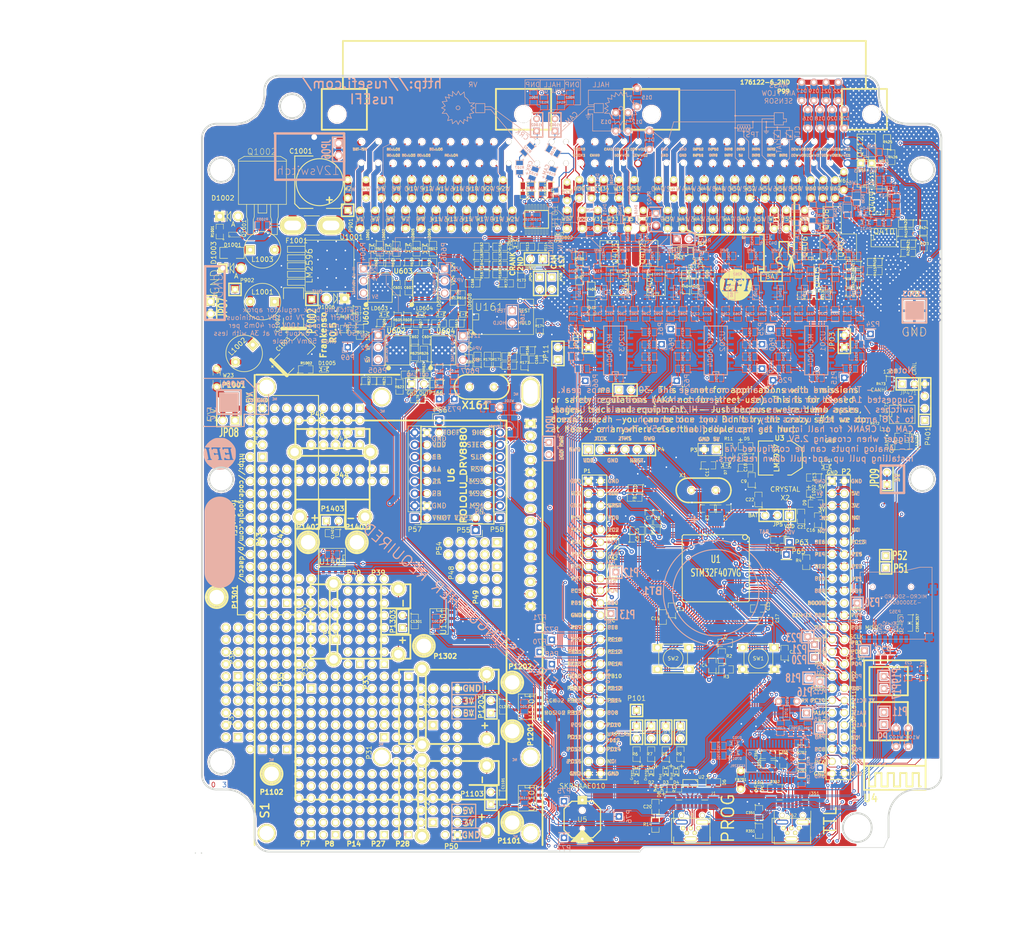
<source format=kicad_pcb>
(kicad_pcb (version 4) (host pcbnew 4.0.5)

  (general
    (links 1465)
    (no_connects 0)
    (area 66.040002 20.32 284.480001 227.749101)
    (thickness 1.6)
    (drawings 1022)
    (tracks 6482)
    (zones 0)
    (modules 607)
    (nets 414)
  )

  (page B)
  (title_block
    (title Frankenso)
    (rev R.05)
    (company http://rusefi.com/)
  )

  (layers
    (0 F.Cu signal)
    (1 PWR power hide)
    (2 GND power hide)
    (31 B.Cu signal)
    (32 B.Adhes user)
    (33 F.Adhes user)
    (34 B.Paste user)
    (35 F.Paste user)
    (36 B.SilkS user)
    (37 F.SilkS user)
    (38 B.Mask user)
    (39 F.Mask user)
    (40 Dwgs.User user)
    (41 Cmts.User user)
    (42 Eco1.User user)
    (43 Eco2.User user)
    (44 Edge.Cuts user)
  )

  (setup
    (last_trace_width 0.1524)
    (user_trace_width 0.1524)
    (user_trace_width 0.2159)
    (user_trace_width 0.3048)
    (user_trace_width 1.0668)
    (user_trace_width 1.651)
    (user_trace_width 1.6764)
    (user_trace_width 2.7178)
    (trace_clearance 0.1524)
    (zone_clearance 0.2159)
    (zone_45_only no)
    (trace_min 0.1524)
    (segment_width 0.127)
    (edge_width 0.127)
    (via_size 0.6858)
    (via_drill 0.3302)
    (via_min_size 0)
    (via_min_drill 0.3302)
    (user_via 0.6858 0.3302)
    (user_via 0.78994 0.43434)
    (user_via 1.54178 1.18618)
    (uvia_size 0.508)
    (uvia_drill 0.127)
    (uvias_allowed no)
    (uvia_min_size 0.508)
    (uvia_min_drill 0.127)
    (pcb_text_width 0.127)
    (pcb_text_size 1.016 1.016)
    (mod_edge_width 0.254)
    (mod_text_size 0.508 0.508)
    (mod_text_width 0.127)
    (pad_size 1.7272 1.7272)
    (pad_drill 1.143)
    (pad_to_mask_clearance 0.0762)
    (aux_axis_origin 107.95 203.2)
    (visible_elements 7FFFF67F)
    (pcbplotparams
      (layerselection 0x00030_80000001)
      (usegerberextensions true)
      (excludeedgelayer true)
      (linewidth 0.100000)
      (plotframeref false)
      (viasonmask false)
      (mode 1)
      (useauxorigin false)
      (hpglpennumber 1)
      (hpglpenspeed 20)
      (hpglpendiameter 15)
      (hpglpenoverlay 2)
      (psnegative false)
      (psa4output false)
      (plotreference true)
      (plotvalue true)
      (plotinvisibletext false)
      (padsonsilk false)
      (subtractmaskfromsilk false)
      (outputformat 1)
      (mirror false)
      (drillshape 0)
      (scaleselection 1)
      (outputdirectory frankenso_gerbers/))
  )

  (net 0 "")
  (net 1 /DD_HIP9011/CS)
  (net 2 /DD_HIP9011/INT/HLD)
  (net 3 /DD_HIP9011/INTOUT)
  (net 4 /DD_HIP9011/OUT)
  (net 5 /DD_HIP9011/TEST)
  (net 6 /HD44780_VCC)
  (net 7 /HD44780_VLCD)
  (net 8 /PWR_buck_12V_switcher/5V-REG)
  (net 9 /PWR_buck_12V_switcher/FB)
  (net 10 /PWR_buck_12V_switcher/OUT)
  (net 11 /PWR_buck_12V_switcher/VBAT)
  (net 12 /PWR_buck_12V_switcher/Vf)
  (net 13 /PWR_buck_12V_switcher/Vs1)
  (net 14 /PWR_buck_12V_switcher/Vs2)
  (net 15 /adc_amp_divider/OUT1)
  (net 16 /adc_amp_divider/OUT10)
  (net 17 /adc_amp_divider/OUT11)
  (net 18 /adc_amp_divider/OUT12)
  (net 19 /adc_amp_divider/OUT2)
  (net 20 /adc_amp_divider/OUT3)
  (net 21 /adc_amp_divider/OUT4)
  (net 22 /adc_amp_divider/OUT5)
  (net 23 /adc_amp_divider/OUT6)
  (net 24 /adc_amp_divider/OUT7)
  (net 25 /adc_amp_divider/OUT8)
  (net 26 /adc_amp_divider/OUT9)
  (net 27 /can_brd_1/CAN_RX)
  (net 28 /can_brd_1/CAN_TX)
  (net 29 /hi-lo/H_IN1)
  (net 30 /hi-lo/H_IN2)
  (net 31 /hi-lo/H_IN3)
  (net 32 /hi-lo/H_IN4)
  (net 33 /hi-lo/H_IN5)
  (net 34 /hi-lo/H_IN6)
  (net 35 /hi-lo/H_IN7)
  (net 36 /hi-lo/H_IN8)
  (net 37 /hi-lo/VP)
  (net 38 /hi-lo/VP2)
  (net 39 /hi-lo/VP3)
  (net 40 /hi-lo/VP4)
  (net 41 /inj_12ch/INJ-01)
  (net 42 /inj_12ch/INJ-01_5V)
  (net 43 /inj_12ch/INJ-02_5V)
  (net 44 /inj_12ch/INJ-03_5V)
  (net 45 /inj_12ch/INJ-04_5V)
  (net 46 /inj_12ch/INJ-05_5V)
  (net 47 /inj_12ch/INJ-06_5V)
  (net 48 /inj_12ch/INJ-07_5V)
  (net 49 /inj_12ch/INJ-08_5V)
  (net 50 /inj_12ch/INJ-09_5V)
  (net 51 /inj_12ch/INJ-10_5V)
  (net 52 /inj_12ch/INJ-11_5V)
  (net 53 /inj_12ch/INJ-12_5V)
  (net 54 /mmc_usb_1/CB2)
  (net 55 /mmc_usb_1/CB4)
  (net 56 /mmc_usb_1/D+)
  (net 57 /mmc_usb_1/D-)
  (net 58 /mmc_usb_1/FTVCC)
  (net 59 /mmc_usb_1/PWREN#)
  (net 60 /mmc_usb_1/RESET)
  (net 61 /mmc_usb_1/RI)
  (net 62 /mmc_usb_1/Vbus)
  (net 63 /mmc_usb_1/shield)
  (net 64 /stm32f407_board/BOOT0)
  (net 65 /stm32f407_board/D+)
  (net 66 /stm32f407_board/D-)
  (net 67 /stm32f407_board/NRST)
  (net 68 /stm32f407_board/PA10)
  (net 69 /stm32f407_board/PA11)
  (net 70 /stm32f407_board/PA12)
  (net 71 /stm32f407_board/PA15)
  (net 72 /stm32f407_board/PA5)
  (net 73 /stm32f407_board/PA9)
  (net 74 /stm32f407_board/PB1)
  (net 75 /stm32f407_board/PC12)
  (net 76 /stm32f407_board/PC6)
  (net 77 /stm32f407_board/PC8)
  (net 78 /stm32f407_board/PD0)
  (net 79 /stm32f407_board/PD1)
  (net 80 /stm32f407_board/PD10)
  (net 81 /stm32f407_board/PD11)
  (net 82 /stm32f407_board/PD13)
  (net 83 /stm32f407_board/PD14)
  (net 84 /stm32f407_board/PD15)
  (net 85 /stm32f407_board/PD2)
  (net 86 /stm32f407_board/PD6)
  (net 87 /stm32f407_board/PE0)
  (net 88 /stm32f407_board/PE1)
  (net 89 /stm32f407_board/VDD)
  (net 90 /stm32f407_board/shield)
  (net 91 /thermocouple1//CS)
  (net 92 /thermocouple1/TCPL+)
  (net 93 /thermocouple1/TCPL-)
  (net 94 /thermocouple2//CS)
  (net 95 /thermocouple2/TCPL+)
  (net 96 /thermocouple2/TCPL-)
  (net 97 /thermocouple3//CS)
  (net 98 /thermocouple3/TCPL+)
  (net 99 /thermocouple3/TCPL-)
  (net 100 /thermocouple4//CS)
  (net 101 /thermocouple4/TCPL+)
  (net 102 /thermocouple4/TCPL-)
  (net 103 GND)
  (net 104 "Net-(BT1-Pad1)")
  (net 105 "Net-(C2-Pad1)")
  (net 106 "Net-(C3-Pad1)")
  (net 107 "Net-(C4-Pad2)")
  (net 108 "Net-(C5-Pad2)")
  (net 109 "Net-(C7-Pad2)")
  (net 110 "Net-(C15-Pad1)")
  (net 111 "Net-(C17-Pad1)")
  (net 112 "Net-(C21-Pad2)")
  (net 113 "Net-(C22-Pad2)")
  (net 114 "Net-(C101-Pad1)")
  (net 115 "Net-(C101-Pad2)")
  (net 116 "Net-(C102-Pad1)")
  (net 117 "Net-(C102-Pad2)")
  (net 118 "Net-(C162-Pad2)")
  (net 119 "Net-(C163-Pad2)")
  (net 120 "Net-(C166-Pad1)")
  (net 121 "Net-(C167-Pad1)")
  (net 122 "Net-(C168-Pad1)")
  (net 123 "Net-(C210-Pad2)")
  (net 124 "Net-(C220-Pad2)")
  (net 125 "Net-(C230-Pad2)")
  (net 126 "Net-(C240-Pad2)")
  (net 127 "Net-(C250-Pad2)")
  (net 128 "Net-(C260-Pad2)")
  (net 129 "Net-(C270-Pad2)")
  (net 130 "Net-(C280-Pad2)")
  (net 131 "Net-(C290-Pad2)")
  (net 132 "Net-(C300-Pad2)")
  (net 133 "Net-(C310-Pad2)")
  (net 134 "Net-(C320-Pad2)")
  (net 135 "Net-(C356-Pad2)")
  (net 136 "Net-(C701-Pad1)")
  (net 137 "Net-(C701-Pad2)")
  (net 138 "Net-(D1-Pad1)")
  (net 139 "Net-(D2-Pad1)")
  (net 140 "Net-(D3-Pad1)")
  (net 141 "Net-(D4-Pad1)")
  (net 142 "Net-(D5-Pad1)")
  (net 143 "Net-(D7-Pad1)")
  (net 144 "Net-(D8-Pad1)")
  (net 145 "Net-(D11-Pad1)")
  (net 146 "Net-(D12-Pad1)")
  (net 147 "Net-(D13-Pad1)")
  (net 148 "Net-(D14-Pad1)")
  (net 149 "Net-(D15-Pad1)")
  (net 150 "Net-(D16-Pad1)")
  (net 151 "Net-(D17-Pad1)")
  (net 152 "Net-(D18-Pad1)")
  (net 153 "Net-(D19-Pad1)")
  (net 154 "Net-(D20-Pad1)")
  (net 155 "Net-(D21-Pad1)")
  (net 156 "Net-(D210-Pad2)")
  (net 157 "Net-(D220-Pad2)")
  (net 158 "Net-(D230-Pad2)")
  (net 159 "Net-(D240-Pad2)")
  (net 160 "Net-(D250-Pad2)")
  (net 161 "Net-(D260-Pad2)")
  (net 162 "Net-(D270-Pad2)")
  (net 163 "Net-(D280-Pad2)")
  (net 164 "Net-(D290-Pad2)")
  (net 165 "Net-(D300-Pad2)")
  (net 166 "Net-(D310-Pad2)")
  (net 167 "Net-(D320-Pad2)")
  (net 168 "Net-(D351-Pad1)")
  (net 169 "Net-(D413-Pad1)")
  (net 170 "Net-(D414-Pad1)")
  (net 171 "Net-(D415-Pad1)")
  (net 172 "Net-(D415-Pad2)")
  (net 173 "Net-(D417-Pad1)")
  (net 174 "Net-(D417-Pad2)")
  (net 175 "Net-(D419-Pad1)")
  (net 176 "Net-(D419-Pad2)")
  (net 177 "Net-(D421-Pad1)")
  (net 178 "Net-(D421-Pad2)")
  (net 179 "Net-(D423-Pad1)")
  (net 180 "Net-(D423-Pad2)")
  (net 181 "Net-(D425-Pad1)")
  (net 182 "Net-(D425-Pad2)")
  (net 183 "Net-(D427-Pad1)")
  (net 184 "Net-(D427-Pad2)")
  (net 185 "Net-(D429-Pad1)")
  (net 186 "Net-(D429-Pad2)")
  (net 187 "Net-(D431-Pad1)")
  (net 188 "Net-(D431-Pad2)")
  (net 189 "Net-(D433-Pad1)")
  (net 190 "Net-(D433-Pad2)")
  (net 191 "Net-(D435-Pad1)")
  (net 192 "Net-(D435-Pad2)")
  (net 193 "Net-(D701-Pad1)")
  (net 194 "Net-(D701-Pad2)")
  (net 195 "Net-(D702-Pad1)")
  (net 196 "Net-(D702-Pad2)")
  (net 197 "Net-(D801-Pad2)")
  (net 198 "Net-(D802-Pad2)")
  (net 199 "Net-(D1001-Pad1)")
  (net 200 "Net-(D1001-Pad2)")
  (net 201 "Net-(D1005-Pad1)")
  (net 202 "Net-(JP1-Pad2)")
  (net 203 "Net-(JP2-Pad2)")
  (net 204 "Net-(JP3-Pad2)")
  (net 205 "Net-(JP4-Pad2)")
  (net 206 "Net-(JP5-Pad2)")
  (net 207 "Net-(JP9-Pad2)")
  (net 208 "Net-(JP11-Pad2)")
  (net 209 "Net-(JP471-Pad1)")
  (net 210 "Net-(LD601-Pad1)")
  (net 211 "Net-(LD602-Pad1)")
  (net 212 "Net-(LD603-Pad1)")
  (net 213 "Net-(LD604-Pad1)")
  (net 214 "Net-(LD605-Pad1)")
  (net 215 "Net-(LD606-Pad1)")
  (net 216 "Net-(LD607-Pad1)")
  (net 217 "Net-(LD608-Pad1)")
  (net 218 "Net-(P99-Pad12)")
  (net 219 "Net-(P99-Pad1)")
  (net 220 "Net-(P99-Pad2)")
  (net 221 "Net-(P99-Pad13)")
  (net 222 "Net-(P99-Pad17)")
  (net 223 "Net-(P99-Pad6)")
  (net 224 "Net-(P99-Pad5)")
  (net 225 "Net-(P99-Pad16)")
  (net 226 "Net-(P99-Pad14)")
  (net 227 "Net-(P99-Pad3)")
  (net 228 "Net-(P99-Pad4)")
  (net 229 "Net-(P99-Pad15)")
  (net 230 "Net-(P99-Pad19)")
  (net 231 "Net-(P99-Pad8)")
  (net 232 "Net-(P99-Pad7)")
  (net 233 "Net-(P99-Pad18)")
  (net 234 "Net-(P99-Pad20)")
  (net 235 "Net-(P99-Pad9)")
  (net 236 "Net-(P99-Pad10)")
  (net 237 "Net-(P99-Pad21)")
  (net 238 "Net-(P99-Pad34)")
  (net 239 "Net-(P99-Pad26)")
  (net 240 "Net-(P99-Pad25)")
  (net 241 "Net-(P99-Pad33)")
  (net 242 "Net-(P99-Pad36)")
  (net 243 "Net-(P99-Pad28)")
  (net 244 "Net-(P99-Pad27)")
  (net 245 "Net-(P99-Pad35)")
  (net 246 "Net-(P99-Pad22)")
  (net 247 "Net-(P99-Pad11)")
  (net 248 "Net-(P99-Pad40)")
  (net 249 "Net-(P99-Pad53)")
  (net 250 "Net-(P99-Pad39)")
  (net 251 "Net-(P99-Pad52)")
  (net 252 "Net-(P99-Pad44)")
  (net 253 "Net-(P99-Pad57)")
  (net 254 "Net-(P99-Pad43)")
  (net 255 "Net-(P99-Pad56)")
  (net 256 "Net-(P99-Pad41)")
  (net 257 "Net-(P99-Pad54)")
  (net 258 "Net-(P99-Pad42)")
  (net 259 "Net-(P99-Pad55)")
  (net 260 "Net-(P99-Pad46)")
  (net 261 "Net-(P99-Pad59)")
  (net 262 "Net-(P99-Pad45)")
  (net 263 "Net-(P99-Pad58)")
  (net 264 "Net-(P99-Pad47)")
  (net 265 "Net-(P99-Pad60)")
  (net 266 "Net-(Q401-Pad1)")
  (net 267 "Net-(Q402-Pad1)")
  (net 268 "Net-(Q403-Pad1)")
  (net 269 "Net-(Q404-Pad1)")
  (net 270 "Net-(Q405-Pad1)")
  (net 271 "Net-(Q406-Pad1)")
  (net 272 "Net-(Q407-Pad1)")
  (net 273 "Net-(Q408-Pad1)")
  (net 274 "Net-(Q409-Pad1)")
  (net 275 "Net-(Q410-Pad1)")
  (net 276 "Net-(Q411-Pad1)")
  (net 277 "Net-(Q412-Pad1)")
  (net 278 "Net-(R1-Pad1)")
  (net 279 "Net-(R99-Pad2)")
  (net 280 "Net-(R102-Pad2)")
  (net 281 "Net-(R103-Pad2)")
  (net 282 "Net-(R104-Pad2)")
  (net 283 "Net-(R106-Pad2)")
  (net 284 "Net-(R137-Pad2)")
  (net 285 "Net-(R141-Pad2)")
  (net 286 "Net-(R163-Pad2)")
  (net 287 "Net-(R164-Pad2)")
  (net 288 "Net-(R167-Pad1)")
  (net 289 "Net-(R168-Pad2)")
  (net 290 "Net-(R177-Pad1)")
  (net 291 "Net-(R214-Pad1)")
  (net 292 "Net-(R224-Pad1)")
  (net 293 "Net-(R234-Pad1)")
  (net 294 "Net-(R244-Pad1)")
  (net 295 "Net-(R254-Pad1)")
  (net 296 "Net-(R264-Pad1)")
  (net 297 "Net-(R274-Pad1)")
  (net 298 "Net-(R284-Pad1)")
  (net 299 "Net-(R294-Pad1)")
  (net 300 "Net-(R304-Pad1)")
  (net 301 "Net-(R314-Pad1)")
  (net 302 "Net-(R324-Pad1)")
  (net 303 "Net-(R472-Pad1)")
  (net 304 "Net-(R601-Pad2)")
  (net 305 "Net-(R603-Pad2)")
  (net 306 "Net-(R605-Pad2)")
  (net 307 "Net-(R607-Pad2)")
  (net 308 "Net-(R609-Pad2)")
  (net 309 "Net-(R611-Pad2)")
  (net 310 "Net-(R613-Pad2)")
  (net 311 "Net-(R615-Pad2)")
  (net 312 "Net-(U5-Pad1)")
  (net 313 "Net-(U5-Pad3)")
  (net 314 /1A)
  (net 315 /1C)
  (net 316 /1D)
  (net 317 /1E)
  (net 318 /1J)
  (net 319 /1K)
  (net 320 /1N)
  (net 321 /1Q)
  (net 322 /1R)
  (net 323 /1S)
  (net 324 /1T)
  (net 325 /1U)
  (net 326 /1V)
  (net 327 /2E)
  (net 328 /2F)
  (net 329 /2I)
  (net 330 /2J)
  (net 331 /3R)
  (net 332 "Net-(R617-Pad1)")
  (net 333 "Net-(R619-Pad1)")
  (net 334 "Net-(R621-Pad1)")
  (net 335 "Net-(R623-Pad1)")
  (net 336 "Net-(R625-Pad1)")
  (net 337 "Net-(R627-Pad1)")
  (net 338 "Net-(R629-Pad1)")
  (net 339 "Net-(R631-Pad1)")
  (net 340 /5V)
  (net 341 /3.3V)
  (net 342 /KNOCK-INPUT-1)
  (net 343 /KNOCK-INPUT-0)
  (net 344 /12V-SWITCH)
  (net 345 /LOW-1A-11)
  (net 346 /LOW-1A-12)
  (net 347 /LOW-1A-02)
  (net 348 /LOW-1A-03)
  (net 349 /LOW-1A-04)
  (net 350 /LOW-1A-05)
  (net 351 /LOW-1A-06)
  (net 352 /LOW-1A-07)
  (net 353 /LOW-1A-08)
  (net 354 /LOW-1A-09)
  (net 355 /LOW-1A-10)
  (net 356 /CANL)
  (net 357 /CRANK)
  (net 358 /CAM)
  (net 359 /HD44780_RS)
  (net 360 /HD44780_CS)
  (net 361 /HD44780_D4)
  (net 362 /HD44780_D5)
  (net 363 /HD44780_D6)
  (net 364 /HD44780_D7)
  (net 365 /SCK-2)
  (net 366 /SO-2)
  (net 367 /SI-2)
  (net 368 /SO)
  (net 369 /SI)
  (net 370 /SCK)
  (net 371 /CS_SD)
  (net 372 /232-FROM-MCU)
  (net 373 /232-TO-MCU)
  (net 374 "Net-(P55-Pad1)")
  (net 375 "Net-(P56-Pad1)")
  (net 376 "Net-(P57-Pad3)")
  (net 377 "Net-(P57-Pad4)")
  (net 378 "Net-(P57-Pad5)")
  (net 379 "Net-(P57-Pad6)")
  (net 380 /CRK2-)
  (net 381 /CRK2+)
  (net 382 /CAM+)
  (net 383 /CAM-)
  (net 384 /CANH)
  (net 385 /AN1-HARN)
  (net 386 /AN2-HARN)
  (net 387 /AN3-HARN)
  (net 388 /AN4-HARN)
  (net 389 /AN5-HARN)
  (net 390 /AN6-HARN)
  (net 391 /AN7-HARN)
  (net 392 /AN8-HARN)
  (net 393 /AN9-HARN)
  (net 394 /AN10-HARN)
  (net 395 /AN11-HARN)
  (net 396 /AN12-HARN)
  (net 397 /LOW-1A-01_2)
  (net 398 /HL1)
  (net 399 /HL2)
  (net 400 /HL3)
  (net 401 /HL4)
  (net 402 /HL5)
  (net 403 /HL6)
  (net 404 /HL7)
  (net 405 /HL8)
  (net 406 "Net-(P58-Pad1)")
  (net 407 "Net-(P58-Pad2)")
  (net 408 "Net-(P58-Pad3)")
  (net 409 "Net-(P58-Pad4)")
  (net 410 "Net-(P58-Pad5)")
  (net 411 "Net-(P58-Pad6)")
  (net 412 "Net-(P58-Pad7)")
  (net 413 "Net-(P58-Pad8)")

  (net_class Default ""
    (clearance 0.1524)
    (trace_width 0.1524)
    (via_dia 0.6858)
    (via_drill 0.3302)
    (uvia_dia 0.508)
    (uvia_drill 0.127)
    (add_net /1A)
    (add_net /1C)
    (add_net /1D)
    (add_net /1E)
    (add_net /1J)
    (add_net /1K)
    (add_net /1N)
    (add_net /1Q)
    (add_net /1R)
    (add_net /1S)
    (add_net /1T)
    (add_net /1U)
    (add_net /1V)
    (add_net /232-FROM-MCU)
    (add_net /232-TO-MCU)
    (add_net /2E)
    (add_net /2F)
    (add_net /2I)
    (add_net /2J)
    (add_net /3.3V)
    (add_net /3R)
    (add_net /5V)
    (add_net /AN1-HARN)
    (add_net /AN10-HARN)
    (add_net /AN11-HARN)
    (add_net /AN12-HARN)
    (add_net /AN2-HARN)
    (add_net /AN3-HARN)
    (add_net /AN4-HARN)
    (add_net /AN5-HARN)
    (add_net /AN6-HARN)
    (add_net /AN7-HARN)
    (add_net /AN8-HARN)
    (add_net /AN9-HARN)
    (add_net /CAM)
    (add_net /CAM+)
    (add_net /CAM-)
    (add_net /CANH)
    (add_net /CANL)
    (add_net /CRANK)
    (add_net /CRK2+)
    (add_net /CRK2-)
    (add_net /CS_SD)
    (add_net /DD_HIP9011/CS)
    (add_net /DD_HIP9011/INT/HLD)
    (add_net /DD_HIP9011/INTOUT)
    (add_net /DD_HIP9011/OUT)
    (add_net /DD_HIP9011/TEST)
    (add_net /HD44780_CS)
    (add_net /HD44780_D4)
    (add_net /HD44780_D5)
    (add_net /HD44780_D6)
    (add_net /HD44780_D7)
    (add_net /HD44780_RS)
    (add_net /HD44780_VCC)
    (add_net /HD44780_VLCD)
    (add_net /HL1)
    (add_net /HL2)
    (add_net /HL3)
    (add_net /HL4)
    (add_net /HL5)
    (add_net /HL6)
    (add_net /HL7)
    (add_net /HL8)
    (add_net /KNOCK-INPUT-0)
    (add_net /KNOCK-INPUT-1)
    (add_net /LOW-1A-01_2)
    (add_net /LOW-1A-02)
    (add_net /LOW-1A-03)
    (add_net /LOW-1A-04)
    (add_net /LOW-1A-05)
    (add_net /LOW-1A-06)
    (add_net /LOW-1A-07)
    (add_net /LOW-1A-08)
    (add_net /LOW-1A-09)
    (add_net /LOW-1A-10)
    (add_net /LOW-1A-11)
    (add_net /LOW-1A-12)
    (add_net /PWR_buck_12V_switcher/Vf)
    (add_net /PWR_buck_12V_switcher/Vs2)
    (add_net /SCK)
    (add_net /SCK-2)
    (add_net /SI)
    (add_net /SI-2)
    (add_net /SO)
    (add_net /SO-2)
    (add_net /adc_amp_divider/OUT1)
    (add_net /adc_amp_divider/OUT10)
    (add_net /adc_amp_divider/OUT11)
    (add_net /adc_amp_divider/OUT12)
    (add_net /adc_amp_divider/OUT2)
    (add_net /adc_amp_divider/OUT3)
    (add_net /adc_amp_divider/OUT4)
    (add_net /adc_amp_divider/OUT5)
    (add_net /adc_amp_divider/OUT6)
    (add_net /adc_amp_divider/OUT7)
    (add_net /adc_amp_divider/OUT8)
    (add_net /adc_amp_divider/OUT9)
    (add_net /can_brd_1/CAN_RX)
    (add_net /can_brd_1/CAN_TX)
    (add_net /hi-lo/H_IN1)
    (add_net /hi-lo/H_IN2)
    (add_net /hi-lo/H_IN3)
    (add_net /hi-lo/H_IN4)
    (add_net /hi-lo/H_IN5)
    (add_net /hi-lo/H_IN6)
    (add_net /hi-lo/H_IN7)
    (add_net /hi-lo/H_IN8)
    (add_net /hi-lo/VP)
    (add_net /hi-lo/VP2)
    (add_net /hi-lo/VP3)
    (add_net /hi-lo/VP4)
    (add_net /inj_12ch/INJ-01_5V)
    (add_net /inj_12ch/INJ-02_5V)
    (add_net /inj_12ch/INJ-03_5V)
    (add_net /inj_12ch/INJ-04_5V)
    (add_net /inj_12ch/INJ-05_5V)
    (add_net /inj_12ch/INJ-06_5V)
    (add_net /inj_12ch/INJ-07_5V)
    (add_net /inj_12ch/INJ-08_5V)
    (add_net /inj_12ch/INJ-09_5V)
    (add_net /inj_12ch/INJ-10_5V)
    (add_net /inj_12ch/INJ-11_5V)
    (add_net /inj_12ch/INJ-12_5V)
    (add_net /mmc_usb_1/CB2)
    (add_net /mmc_usb_1/CB4)
    (add_net /mmc_usb_1/FTVCC)
    (add_net /mmc_usb_1/PWREN#)
    (add_net /mmc_usb_1/RESET)
    (add_net /mmc_usb_1/RI)
    (add_net /mmc_usb_1/Vbus)
    (add_net /mmc_usb_1/shield)
    (add_net /stm32f407_board/BOOT0)
    (add_net /stm32f407_board/NRST)
    (add_net /stm32f407_board/PA10)
    (add_net /stm32f407_board/PA15)
    (add_net /stm32f407_board/PA5)
    (add_net /stm32f407_board/PA9)
    (add_net /stm32f407_board/PB1)
    (add_net /stm32f407_board/PC12)
    (add_net /stm32f407_board/PC6)
    (add_net /stm32f407_board/PC8)
    (add_net /stm32f407_board/PD0)
    (add_net /stm32f407_board/PD1)
    (add_net /stm32f407_board/PD10)
    (add_net /stm32f407_board/PD11)
    (add_net /stm32f407_board/PD13)
    (add_net /stm32f407_board/PD14)
    (add_net /stm32f407_board/PD15)
    (add_net /stm32f407_board/PD2)
    (add_net /stm32f407_board/PD6)
    (add_net /stm32f407_board/PE0)
    (add_net /stm32f407_board/PE1)
    (add_net /stm32f407_board/VDD)
    (add_net /stm32f407_board/shield)
    (add_net /thermocouple1//CS)
    (add_net /thermocouple1/TCPL+)
    (add_net /thermocouple1/TCPL-)
    (add_net /thermocouple2//CS)
    (add_net /thermocouple2/TCPL+)
    (add_net /thermocouple2/TCPL-)
    (add_net /thermocouple3//CS)
    (add_net /thermocouple3/TCPL+)
    (add_net /thermocouple3/TCPL-)
    (add_net /thermocouple4//CS)
    (add_net /thermocouple4/TCPL+)
    (add_net /thermocouple4/TCPL-)
    (add_net GND)
    (add_net "Net-(BT1-Pad1)")
    (add_net "Net-(C101-Pad1)")
    (add_net "Net-(C101-Pad2)")
    (add_net "Net-(C102-Pad1)")
    (add_net "Net-(C102-Pad2)")
    (add_net "Net-(C15-Pad1)")
    (add_net "Net-(C162-Pad2)")
    (add_net "Net-(C163-Pad2)")
    (add_net "Net-(C166-Pad1)")
    (add_net "Net-(C167-Pad1)")
    (add_net "Net-(C168-Pad1)")
    (add_net "Net-(C17-Pad1)")
    (add_net "Net-(C2-Pad1)")
    (add_net "Net-(C21-Pad2)")
    (add_net "Net-(C210-Pad2)")
    (add_net "Net-(C22-Pad2)")
    (add_net "Net-(C220-Pad2)")
    (add_net "Net-(C230-Pad2)")
    (add_net "Net-(C240-Pad2)")
    (add_net "Net-(C250-Pad2)")
    (add_net "Net-(C260-Pad2)")
    (add_net "Net-(C270-Pad2)")
    (add_net "Net-(C280-Pad2)")
    (add_net "Net-(C290-Pad2)")
    (add_net "Net-(C3-Pad1)")
    (add_net "Net-(C300-Pad2)")
    (add_net "Net-(C310-Pad2)")
    (add_net "Net-(C320-Pad2)")
    (add_net "Net-(C356-Pad2)")
    (add_net "Net-(C4-Pad2)")
    (add_net "Net-(C5-Pad2)")
    (add_net "Net-(C7-Pad2)")
    (add_net "Net-(C701-Pad1)")
    (add_net "Net-(C701-Pad2)")
    (add_net "Net-(D1-Pad1)")
    (add_net "Net-(D1001-Pad1)")
    (add_net "Net-(D1005-Pad1)")
    (add_net "Net-(D11-Pad1)")
    (add_net "Net-(D12-Pad1)")
    (add_net "Net-(D13-Pad1)")
    (add_net "Net-(D14-Pad1)")
    (add_net "Net-(D15-Pad1)")
    (add_net "Net-(D16-Pad1)")
    (add_net "Net-(D17-Pad1)")
    (add_net "Net-(D18-Pad1)")
    (add_net "Net-(D19-Pad1)")
    (add_net "Net-(D2-Pad1)")
    (add_net "Net-(D20-Pad1)")
    (add_net "Net-(D21-Pad1)")
    (add_net "Net-(D210-Pad2)")
    (add_net "Net-(D220-Pad2)")
    (add_net "Net-(D230-Pad2)")
    (add_net "Net-(D240-Pad2)")
    (add_net "Net-(D250-Pad2)")
    (add_net "Net-(D260-Pad2)")
    (add_net "Net-(D270-Pad2)")
    (add_net "Net-(D280-Pad2)")
    (add_net "Net-(D290-Pad2)")
    (add_net "Net-(D3-Pad1)")
    (add_net "Net-(D300-Pad2)")
    (add_net "Net-(D310-Pad2)")
    (add_net "Net-(D320-Pad2)")
    (add_net "Net-(D351-Pad1)")
    (add_net "Net-(D4-Pad1)")
    (add_net "Net-(D413-Pad1)")
    (add_net "Net-(D414-Pad1)")
    (add_net "Net-(D415-Pad1)")
    (add_net "Net-(D415-Pad2)")
    (add_net "Net-(D417-Pad1)")
    (add_net "Net-(D417-Pad2)")
    (add_net "Net-(D419-Pad1)")
    (add_net "Net-(D419-Pad2)")
    (add_net "Net-(D421-Pad1)")
    (add_net "Net-(D421-Pad2)")
    (add_net "Net-(D423-Pad1)")
    (add_net "Net-(D423-Pad2)")
    (add_net "Net-(D425-Pad1)")
    (add_net "Net-(D425-Pad2)")
    (add_net "Net-(D427-Pad1)")
    (add_net "Net-(D427-Pad2)")
    (add_net "Net-(D429-Pad1)")
    (add_net "Net-(D429-Pad2)")
    (add_net "Net-(D431-Pad1)")
    (add_net "Net-(D431-Pad2)")
    (add_net "Net-(D433-Pad1)")
    (add_net "Net-(D433-Pad2)")
    (add_net "Net-(D435-Pad1)")
    (add_net "Net-(D435-Pad2)")
    (add_net "Net-(D5-Pad1)")
    (add_net "Net-(D7-Pad1)")
    (add_net "Net-(D701-Pad1)")
    (add_net "Net-(D701-Pad2)")
    (add_net "Net-(D702-Pad1)")
    (add_net "Net-(D702-Pad2)")
    (add_net "Net-(D8-Pad1)")
    (add_net "Net-(D801-Pad2)")
    (add_net "Net-(D802-Pad2)")
    (add_net "Net-(JP1-Pad2)")
    (add_net "Net-(JP11-Pad2)")
    (add_net "Net-(JP2-Pad2)")
    (add_net "Net-(JP3-Pad2)")
    (add_net "Net-(JP4-Pad2)")
    (add_net "Net-(JP471-Pad1)")
    (add_net "Net-(JP5-Pad2)")
    (add_net "Net-(JP9-Pad2)")
    (add_net "Net-(LD601-Pad1)")
    (add_net "Net-(LD602-Pad1)")
    (add_net "Net-(LD603-Pad1)")
    (add_net "Net-(LD604-Pad1)")
    (add_net "Net-(LD605-Pad1)")
    (add_net "Net-(LD606-Pad1)")
    (add_net "Net-(LD607-Pad1)")
    (add_net "Net-(LD608-Pad1)")
    (add_net "Net-(P55-Pad1)")
    (add_net "Net-(P56-Pad1)")
    (add_net "Net-(P57-Pad3)")
    (add_net "Net-(P57-Pad4)")
    (add_net "Net-(P57-Pad5)")
    (add_net "Net-(P57-Pad6)")
    (add_net "Net-(P58-Pad1)")
    (add_net "Net-(P58-Pad2)")
    (add_net "Net-(P58-Pad3)")
    (add_net "Net-(P58-Pad4)")
    (add_net "Net-(P58-Pad5)")
    (add_net "Net-(P58-Pad6)")
    (add_net "Net-(P58-Pad7)")
    (add_net "Net-(P58-Pad8)")
    (add_net "Net-(P99-Pad1)")
    (add_net "Net-(P99-Pad10)")
    (add_net "Net-(P99-Pad11)")
    (add_net "Net-(P99-Pad13)")
    (add_net "Net-(P99-Pad14)")
    (add_net "Net-(P99-Pad15)")
    (add_net "Net-(P99-Pad16)")
    (add_net "Net-(P99-Pad17)")
    (add_net "Net-(P99-Pad18)")
    (add_net "Net-(P99-Pad19)")
    (add_net "Net-(P99-Pad2)")
    (add_net "Net-(P99-Pad20)")
    (add_net "Net-(P99-Pad21)")
    (add_net "Net-(P99-Pad22)")
    (add_net "Net-(P99-Pad25)")
    (add_net "Net-(P99-Pad26)")
    (add_net "Net-(P99-Pad27)")
    (add_net "Net-(P99-Pad28)")
    (add_net "Net-(P99-Pad3)")
    (add_net "Net-(P99-Pad33)")
    (add_net "Net-(P99-Pad34)")
    (add_net "Net-(P99-Pad35)")
    (add_net "Net-(P99-Pad36)")
    (add_net "Net-(P99-Pad39)")
    (add_net "Net-(P99-Pad4)")
    (add_net "Net-(P99-Pad40)")
    (add_net "Net-(P99-Pad41)")
    (add_net "Net-(P99-Pad42)")
    (add_net "Net-(P99-Pad43)")
    (add_net "Net-(P99-Pad44)")
    (add_net "Net-(P99-Pad45)")
    (add_net "Net-(P99-Pad46)")
    (add_net "Net-(P99-Pad47)")
    (add_net "Net-(P99-Pad5)")
    (add_net "Net-(P99-Pad52)")
    (add_net "Net-(P99-Pad53)")
    (add_net "Net-(P99-Pad54)")
    (add_net "Net-(P99-Pad55)")
    (add_net "Net-(P99-Pad56)")
    (add_net "Net-(P99-Pad57)")
    (add_net "Net-(P99-Pad58)")
    (add_net "Net-(P99-Pad59)")
    (add_net "Net-(P99-Pad6)")
    (add_net "Net-(P99-Pad60)")
    (add_net "Net-(P99-Pad7)")
    (add_net "Net-(P99-Pad8)")
    (add_net "Net-(P99-Pad9)")
    (add_net "Net-(Q401-Pad1)")
    (add_net "Net-(Q402-Pad1)")
    (add_net "Net-(Q403-Pad1)")
    (add_net "Net-(Q404-Pad1)")
    (add_net "Net-(Q405-Pad1)")
    (add_net "Net-(Q406-Pad1)")
    (add_net "Net-(Q407-Pad1)")
    (add_net "Net-(Q408-Pad1)")
    (add_net "Net-(Q409-Pad1)")
    (add_net "Net-(Q410-Pad1)")
    (add_net "Net-(Q411-Pad1)")
    (add_net "Net-(Q412-Pad1)")
    (add_net "Net-(R1-Pad1)")
    (add_net "Net-(R102-Pad2)")
    (add_net "Net-(R103-Pad2)")
    (add_net "Net-(R104-Pad2)")
    (add_net "Net-(R106-Pad2)")
    (add_net "Net-(R137-Pad2)")
    (add_net "Net-(R141-Pad2)")
    (add_net "Net-(R163-Pad2)")
    (add_net "Net-(R164-Pad2)")
    (add_net "Net-(R167-Pad1)")
    (add_net "Net-(R168-Pad2)")
    (add_net "Net-(R177-Pad1)")
    (add_net "Net-(R214-Pad1)")
    (add_net "Net-(R224-Pad1)")
    (add_net "Net-(R234-Pad1)")
    (add_net "Net-(R244-Pad1)")
    (add_net "Net-(R254-Pad1)")
    (add_net "Net-(R264-Pad1)")
    (add_net "Net-(R274-Pad1)")
    (add_net "Net-(R284-Pad1)")
    (add_net "Net-(R294-Pad1)")
    (add_net "Net-(R304-Pad1)")
    (add_net "Net-(R314-Pad1)")
    (add_net "Net-(R324-Pad1)")
    (add_net "Net-(R472-Pad1)")
    (add_net "Net-(R601-Pad2)")
    (add_net "Net-(R603-Pad2)")
    (add_net "Net-(R605-Pad2)")
    (add_net "Net-(R607-Pad2)")
    (add_net "Net-(R609-Pad2)")
    (add_net "Net-(R611-Pad2)")
    (add_net "Net-(R613-Pad2)")
    (add_net "Net-(R615-Pad2)")
    (add_net "Net-(R617-Pad1)")
    (add_net "Net-(R619-Pad1)")
    (add_net "Net-(R621-Pad1)")
    (add_net "Net-(R623-Pad1)")
    (add_net "Net-(R625-Pad1)")
    (add_net "Net-(R627-Pad1)")
    (add_net "Net-(R629-Pad1)")
    (add_net "Net-(R631-Pad1)")
    (add_net "Net-(R99-Pad2)")
    (add_net "Net-(U5-Pad1)")
    (add_net "Net-(U5-Pad3)")
  )

  (net_class "1A external" ""
    (clearance 0.2159)
    (trace_width 0.3048)
    (via_dia 0.6858)
    (via_drill 0.3302)
    (uvia_dia 0.508)
    (uvia_drill 0.127)
    (add_net /PWR_buck_12V_switcher/Vs1)
  )

  (net_class "2.5A external" ""
    (clearance 0.2159)
    (trace_width 1.0668)
    (via_dia 0.6858)
    (via_drill 0.3302)
    (uvia_dia 0.508)
    (uvia_drill 0.127)
    (add_net /12V-SWITCH)
    (add_net /PWR_buck_12V_switcher/5V-REG)
    (add_net /PWR_buck_12V_switcher/FB)
  )

  (net_class "3.5A external" ""
    (clearance 0.2159)
    (trace_width 1.651)
    (via_dia 1.0922)
    (via_drill 0.6858)
    (uvia_dia 0.508)
    (uvia_drill 0.127)
    (add_net /PWR_buck_12V_switcher/OUT)
    (add_net /PWR_buck_12V_switcher/VBAT)
    (add_net "Net-(D1001-Pad2)")
  )

  (net_class "3.5A external high voltage" ""
    (clearance 1.016)
    (trace_width 1.6764)
    (via_dia 0.6858)
    (via_drill 0.3302)
    (uvia_dia 0.508)
    (uvia_drill 0.127)
  )

  (net_class "5A external" ""
    (clearance 0.2159)
    (trace_width 2.7178)
    (via_dia 1.54178)
    (via_drill 1.18618)
    (uvia_dia 0.508)
    (uvia_drill 0.127)
  )

  (net_class Supply_200V ""
    (clearance 0.3048)
    (trace_width 1.0668)
    (via_dia 0.6858)
    (via_drill 0.3302)
    (uvia_dia 0.508)
    (uvia_drill 0.127)
    (add_net "Net-(P99-Pad12)")
  )

  (net_class min2_extern_.188A ""
    (clearance 0.1524)
    (trace_width 0.1524)
    (via_dia 0.6858)
    (via_drill 0.3302)
    (uvia_dia 0.508)
    (uvia_drill 0.127)
  )

  (net_class min_extern_.241A ""
    (clearance 0.2159)
    (trace_width 0.2159)
    (via_dia 0.6858)
    (via_drill 0.3302)
    (uvia_dia 0.508)
    (uvia_drill 0.127)
    (add_net /inj_12ch/INJ-01)
    (add_net /mmc_usb_1/D+)
    (add_net /mmc_usb_1/D-)
    (add_net /stm32f407_board/D+)
    (add_net /stm32f407_board/D-)
    (add_net /stm32f407_board/PA11)
    (add_net /stm32f407_board/PA12)
  )

  (module SIL-2 (layer B.Cu) (tedit 58A046CB) (tstamp 52803B0F)
    (at 202.692 71.12 270)
    (descr "Connecteurs 2 pins")
    (tags "CONN DEV")
    (path /52A53383/527FFC31)
    (attr smd)
    (fp_text reference R402 (at -4.445 1.397 270) (layer B.SilkS)
      (effects (font (size 0.762 0.762) (thickness 0.127)) (justify mirror))
    )
    (fp_text value 0R (at 0 2.54 270) (layer B.SilkS) hide
      (effects (font (size 1.524 1.016) (thickness 0.3048)) (justify mirror))
    )
    (fp_line (start -2.54 -1.27) (end -2.54 1.27) (layer B.SilkS) (width 0.3048))
    (fp_line (start 2.54 1.27) (end 2.54 -1.27) (layer B.SilkS) (width 0.3048))
    (pad 1 thru_hole rect (at -1.27 0 270) (size 1.397 1.397) (drill 0.8128) (layers *.Cu *.Mask B.SilkS)
      (net 397 /LOW-1A-01_2))
    (pad 2 thru_hole circle (at 1.27 0 270) (size 1.397 1.397) (drill 0.8128) (layers *.Cu *.Mask B.SilkS)
      (net 41 /inj_12ch/INJ-01))
  )

  (module Pin_Header_Straight_2x04 (layer F.Cu) (tedit 589FBBBE) (tstamp 56C21CE6)
    (at 169.545 143.51 270)
    (descr "Through hole pin header")
    (tags "pin header")
    (path /55244172/553A8FB9)
    (fp_text reference P48 (at 1.27 9.525 270) (layer F.SilkS)
      (effects (font (size 1 1) (thickness 0.15)))
    )
    (fp_text value CONN_4X2 (at 0 -3.1 270) (layer F.Fab) hide
      (effects (font (size 1 1) (thickness 0.15)))
    )
    (fp_line (start -1.75 -1.75) (end -1.75 9.4) (layer F.CrtYd) (width 0.05))
    (fp_line (start 4.3 -1.75) (end 4.3 9.4) (layer F.CrtYd) (width 0.05))
    (fp_line (start -1.75 -1.75) (end 4.3 -1.75) (layer F.CrtYd) (width 0.05))
    (fp_line (start -1.75 9.4) (end 4.3 9.4) (layer F.CrtYd) (width 0.05))
    (pad 1 thru_hole rect (at 0 0 270) (size 1.7272 1.7272) (drill 1.016) (layers *.Cu *.Mask F.SilkS))
    (pad 2 thru_hole oval (at 2.54 0 270) (size 1.7272 1.7272) (drill 1.016) (layers *.Cu *.Mask F.SilkS))
    (pad 3 thru_hole oval (at 0 2.54 270) (size 1.7272 1.7272) (drill 1.016) (layers *.Cu *.Mask F.SilkS))
    (pad 4 thru_hole oval (at 2.54 2.54 270) (size 1.7272 1.7272) (drill 1.016) (layers *.Cu *.Mask F.SilkS))
    (pad 5 thru_hole oval (at 0 5.08 270) (size 1.7272 1.7272) (drill 1.016) (layers *.Cu *.Mask F.SilkS))
    (pad 6 thru_hole oval (at 2.54 5.08 270) (size 1.7272 1.7272) (drill 1.016) (layers *.Cu *.Mask F.SilkS))
    (pad 7 thru_hole oval (at 0 7.62 270) (size 1.7272 1.7272) (drill 1.016) (layers *.Cu *.Mask F.SilkS))
    (pad 8 thru_hole oval (at 2.54 7.62 270) (size 1.7272 1.7272) (drill 1.016) (layers *.Cu *.Mask F.SilkS))
  )

  (module Pin_Header_Straight_2x05 (layer F.Cu) (tedit 589FBBAD) (tstamp 56C244C0)
    (at 169.545 138.43 270)
    (descr "Through hole pin header")
    (tags "pin header")
    (path /55244172/56CA8F18)
    (fp_text reference P54 (at 1.27 12.065 450) (layer F.SilkS)
      (effects (font (size 1 1) (thickness 0.15)))
    )
    (fp_text value CONN_5X2 (at 0 -3.1 270) (layer F.Fab) hide
      (effects (font (size 1 1) (thickness 0.15)))
    )
    (fp_line (start -1.75 -1.75) (end -1.75 11.95) (layer F.CrtYd) (width 0.05))
    (fp_line (start 4.3 -1.75) (end 4.3 11.95) (layer F.CrtYd) (width 0.05))
    (fp_line (start -1.75 -1.75) (end 4.3 -1.75) (layer F.CrtYd) (width 0.05))
    (fp_line (start -1.75 11.95) (end 4.3 11.95) (layer F.CrtYd) (width 0.05))
    (pad 1 thru_hole rect (at 0 0 270) (size 1.7272 1.7272) (drill 1.016) (layers *.Cu *.Mask F.SilkS))
    (pad 2 thru_hole oval (at 2.54 0 270) (size 1.7272 1.7272) (drill 1.016) (layers *.Cu *.Mask F.SilkS))
    (pad 3 thru_hole oval (at 0 2.54 270) (size 1.7272 1.7272) (drill 1.016) (layers *.Cu *.Mask F.SilkS))
    (pad 4 thru_hole oval (at 2.54 2.54 270) (size 1.7272 1.7272) (drill 1.016) (layers *.Cu *.Mask F.SilkS))
    (pad 5 thru_hole oval (at 0 5.08 270) (size 1.7272 1.7272) (drill 1.016) (layers *.Cu *.Mask F.SilkS))
    (pad 6 thru_hole oval (at 2.54 5.08 270) (size 1.7272 1.7272) (drill 1.016) (layers *.Cu *.Mask F.SilkS))
    (pad 7 thru_hole oval (at 0 7.62 270) (size 1.7272 1.7272) (drill 1.016) (layers *.Cu *.Mask F.SilkS))
    (pad 8 thru_hole oval (at 2.54 7.62 270) (size 1.7272 1.7272) (drill 1.016) (layers *.Cu *.Mask F.SilkS))
    (pad 9 thru_hole oval (at 0 10.16 270) (size 1.7272 1.7272) (drill 1.016) (layers *.Cu *.Mask F.SilkS))
    (pad 10 thru_hole oval (at 2.54 10.16 270) (size 1.7272 1.7272) (drill 1.016) (layers *.Cu *.Mask F.SilkS))
  )

  (module Pin_Header_Straight_2x05 (layer F.Cu) (tedit 589FBB73) (tstamp 56C21CB4)
    (at 140.97 115.57 270)
    (descr "Through hole pin header")
    (tags "pin header")
    (path /55244172/553A8FA7)
    (fp_text reference P45 (at 1.27 3.937 360) (layer F.SilkS)
      (effects (font (size 1 1) (thickness 0.15)))
    )
    (fp_text value CONN_5X2 (at 0 -3.1 270) (layer F.Fab) hide
      (effects (font (size 1 1) (thickness 0.15)))
    )
    (fp_line (start -1.75 -1.75) (end -1.75 11.95) (layer F.CrtYd) (width 0.05))
    (fp_line (start 4.3 -1.75) (end 4.3 11.95) (layer F.CrtYd) (width 0.05))
    (fp_line (start -1.75 -1.75) (end 4.3 -1.75) (layer F.CrtYd) (width 0.05))
    (fp_line (start -1.75 11.95) (end 4.3 11.95) (layer F.CrtYd) (width 0.05))
    (pad 1 thru_hole rect (at 0 0 270) (size 1.7272 1.7272) (drill 1.016) (layers *.Cu *.Mask F.SilkS))
    (pad 2 thru_hole oval (at 2.54 0 270) (size 1.7272 1.7272) (drill 1.016) (layers *.Cu *.Mask F.SilkS))
    (pad 3 thru_hole oval (at 0 2.54 270) (size 1.7272 1.7272) (drill 1.016) (layers *.Cu *.Mask F.SilkS))
    (pad 4 thru_hole oval (at 2.54 2.54 270) (size 1.7272 1.7272) (drill 1.016) (layers *.Cu *.Mask F.SilkS))
    (pad 5 thru_hole oval (at 0 5.08 270) (size 1.7272 1.7272) (drill 1.016) (layers *.Cu *.Mask F.SilkS))
    (pad 6 thru_hole oval (at 2.54 5.08 270) (size 1.7272 1.7272) (drill 1.016) (layers *.Cu *.Mask F.SilkS))
    (pad 7 thru_hole oval (at 0 7.62 270) (size 1.7272 1.7272) (drill 1.016) (layers *.Cu *.Mask F.SilkS))
    (pad 8 thru_hole oval (at 2.54 7.62 270) (size 1.7272 1.7272) (drill 1.016) (layers *.Cu *.Mask F.SilkS))
    (pad 9 thru_hole oval (at 0 10.16 270) (size 1.7272 1.7272) (drill 1.016) (layers *.Cu *.Mask F.SilkS))
    (pad 10 thru_hole oval (at 2.54 10.16 270) (size 1.7272 1.7272) (drill 1.016) (layers *.Cu *.Mask F.SilkS))
  )

  (module Pin_Header_Straight_2x05 (layer F.Cu) (tedit 589FBB4F) (tstamp 56C21CCD)
    (at 120.65 120.65 180)
    (descr "Through hole pin header")
    (tags "pin header")
    (path /55244172/553A8FAD)
    (fp_text reference P47 (at 1.27 3.937 270) (layer F.SilkS)
      (effects (font (size 1 1) (thickness 0.15)))
    )
    (fp_text value CONN_5X2 (at 0 -3.1 180) (layer F.Fab) hide
      (effects (font (size 1 1) (thickness 0.15)))
    )
    (fp_line (start -1.75 -1.75) (end -1.75 11.95) (layer F.CrtYd) (width 0.05))
    (fp_line (start 4.3 -1.75) (end 4.3 11.95) (layer F.CrtYd) (width 0.05))
    (fp_line (start -1.75 -1.75) (end 4.3 -1.75) (layer F.CrtYd) (width 0.05))
    (fp_line (start -1.75 11.95) (end 4.3 11.95) (layer F.CrtYd) (width 0.05))
    (pad 1 thru_hole rect (at 0 0 180) (size 1.7272 1.7272) (drill 1.016) (layers *.Cu *.Mask F.SilkS))
    (pad 2 thru_hole oval (at 2.54 0 180) (size 1.7272 1.7272) (drill 1.016) (layers *.Cu *.Mask F.SilkS))
    (pad 3 thru_hole oval (at 0 2.54 180) (size 1.7272 1.7272) (drill 1.016) (layers *.Cu *.Mask F.SilkS))
    (pad 4 thru_hole oval (at 2.54 2.54 180) (size 1.7272 1.7272) (drill 1.016) (layers *.Cu *.Mask F.SilkS))
    (pad 5 thru_hole oval (at 0 5.08 180) (size 1.7272 1.7272) (drill 1.016) (layers *.Cu *.Mask F.SilkS))
    (pad 6 thru_hole oval (at 2.54 5.08 180) (size 1.7272 1.7272) (drill 1.016) (layers *.Cu *.Mask F.SilkS))
    (pad 7 thru_hole oval (at 0 7.62 180) (size 1.7272 1.7272) (drill 1.016) (layers *.Cu *.Mask F.SilkS))
    (pad 8 thru_hole oval (at 2.54 7.62 180) (size 1.7272 1.7272) (drill 1.016) (layers *.Cu *.Mask F.SilkS))
    (pad 9 thru_hole oval (at 0 10.16 180) (size 1.7272 1.7272) (drill 1.016) (layers *.Cu *.Mask F.SilkS)
      (net 103 GND))
    (pad 10 thru_hole oval (at 2.54 10.16 180) (size 1.7272 1.7272) (drill 1.016) (layers *.Cu *.Mask F.SilkS)
      (net 340 /5V))
  )

  (module Pin_Header_Straight_2x04 (layer F.Cu) (tedit 589FBB24) (tstamp 56C21C39)
    (at 156.21 176.53 180)
    (descr "Through hole pin header")
    (tags "pin header")
    (path /55244172/553A8FB3)
    (fp_text reference P32 (at 1.27 3.937 270) (layer F.SilkS)
      (effects (font (size 1 1) (thickness 0.15)))
    )
    (fp_text value CONN_4X2 (at 0 -3.1 180) (layer F.Fab) hide
      (effects (font (size 1 1) (thickness 0.15)))
    )
    (fp_line (start -1.75 -1.75) (end -1.75 9.4) (layer F.CrtYd) (width 0.05))
    (fp_line (start 4.3 -1.75) (end 4.3 9.4) (layer F.CrtYd) (width 0.05))
    (fp_line (start -1.75 -1.75) (end 4.3 -1.75) (layer F.CrtYd) (width 0.05))
    (fp_line (start -1.75 9.4) (end 4.3 9.4) (layer F.CrtYd) (width 0.05))
    (pad 1 thru_hole rect (at 0 0 180) (size 1.7272 1.7272) (drill 1.016) (layers *.Cu *.Mask F.SilkS))
    (pad 2 thru_hole oval (at 2.54 0 180) (size 1.7272 1.7272) (drill 1.016) (layers *.Cu *.Mask F.SilkS))
    (pad 3 thru_hole oval (at 0 2.54 180) (size 1.7272 1.7272) (drill 1.016) (layers *.Cu *.Mask F.SilkS))
    (pad 4 thru_hole oval (at 2.54 2.54 180) (size 1.7272 1.7272) (drill 1.016) (layers *.Cu *.Mask F.SilkS))
    (pad 5 thru_hole oval (at 0 5.08 180) (size 1.7272 1.7272) (drill 1.016) (layers *.Cu *.Mask F.SilkS))
    (pad 6 thru_hole oval (at 2.54 5.08 180) (size 1.7272 1.7272) (drill 1.016) (layers *.Cu *.Mask F.SilkS))
    (pad 7 thru_hole oval (at 0 7.62 180) (size 1.7272 1.7272) (drill 1.016) (layers *.Cu *.Mask F.SilkS))
    (pad 8 thru_hole oval (at 2.54 7.62 180) (size 1.7272 1.7272) (drill 1.016) (layers *.Cu *.Mask F.SilkS))
  )

  (module Pin_Header_Straight_2x05 (layer F.Cu) (tedit 589FBB03) (tstamp 56C21C09)
    (at 156.21 196.85 180)
    (descr "Through hole pin header")
    (tags "pin header")
    (path /55244172/553A3914)
    (fp_text reference P29 (at 1.27 3.937 270) (layer F.SilkS)
      (effects (font (size 1 1) (thickness 0.15)))
    )
    (fp_text value CONN_5X2 (at 0 -3.1 180) (layer F.Fab) hide
      (effects (font (size 1 1) (thickness 0.15)))
    )
    (fp_line (start -1.75 -1.75) (end -1.75 11.95) (layer F.CrtYd) (width 0.05))
    (fp_line (start 4.3 -1.75) (end 4.3 11.95) (layer F.CrtYd) (width 0.05))
    (fp_line (start -1.75 -1.75) (end 4.3 -1.75) (layer F.CrtYd) (width 0.05))
    (fp_line (start -1.75 11.95) (end 4.3 11.95) (layer F.CrtYd) (width 0.05))
    (pad 1 thru_hole rect (at 0 0 180) (size 1.7272 1.7272) (drill 1.016) (layers *.Cu *.Mask F.SilkS))
    (pad 2 thru_hole oval (at 2.54 0 180) (size 1.7272 1.7272) (drill 1.016) (layers *.Cu *.Mask F.SilkS))
    (pad 3 thru_hole oval (at 0 2.54 180) (size 1.7272 1.7272) (drill 1.016) (layers *.Cu *.Mask F.SilkS))
    (pad 4 thru_hole oval (at 2.54 2.54 180) (size 1.7272 1.7272) (drill 1.016) (layers *.Cu *.Mask F.SilkS))
    (pad 5 thru_hole oval (at 0 5.08 180) (size 1.7272 1.7272) (drill 1.016) (layers *.Cu *.Mask F.SilkS))
    (pad 6 thru_hole oval (at 2.54 5.08 180) (size 1.7272 1.7272) (drill 1.016) (layers *.Cu *.Mask F.SilkS))
    (pad 7 thru_hole oval (at 0 7.62 180) (size 1.7272 1.7272) (drill 1.016) (layers *.Cu *.Mask F.SilkS))
    (pad 8 thru_hole oval (at 2.54 7.62 180) (size 1.7272 1.7272) (drill 1.016) (layers *.Cu *.Mask F.SilkS))
    (pad 9 thru_hole oval (at 0 10.16 180) (size 1.7272 1.7272) (drill 1.016) (layers *.Cu *.Mask F.SilkS))
    (pad 10 thru_hole oval (at 2.54 10.16 180) (size 1.7272 1.7272) (drill 1.016) (layers *.Cu *.Mask F.SilkS))
  )

  (module Pin_Header_Straight_2x05 (layer F.Cu) (tedit 589FBAE3) (tstamp 56C21C69)
    (at 115.57 179.07 180)
    (descr "Through hole pin header")
    (tags "pin header")
    (path /55244172/553A8F95)
    (fp_text reference P37 (at 1.397 3.937 270) (layer F.SilkS)
      (effects (font (size 1 1) (thickness 0.15)))
    )
    (fp_text value CONN_5X2 (at 0 -3.1 180) (layer F.Fab) hide
      (effects (font (size 1 1) (thickness 0.15)))
    )
    (fp_line (start -1.75 -1.75) (end -1.75 11.95) (layer F.CrtYd) (width 0.05))
    (fp_line (start 4.3 -1.75) (end 4.3 11.95) (layer F.CrtYd) (width 0.05))
    (fp_line (start -1.75 -1.75) (end 4.3 -1.75) (layer F.CrtYd) (width 0.05))
    (fp_line (start -1.75 11.95) (end 4.3 11.95) (layer F.CrtYd) (width 0.05))
    (pad 1 thru_hole rect (at 0 0 180) (size 1.7272 1.7272) (drill 1.016) (layers *.Cu *.Mask F.SilkS))
    (pad 2 thru_hole oval (at 2.54 0 180) (size 1.7272 1.7272) (drill 1.016) (layers *.Cu *.Mask F.SilkS))
    (pad 3 thru_hole oval (at 0 2.54 180) (size 1.7272 1.7272) (drill 1.016) (layers *.Cu *.Mask F.SilkS))
    (pad 4 thru_hole oval (at 2.54 2.54 180) (size 1.7272 1.7272) (drill 1.016) (layers *.Cu *.Mask F.SilkS))
    (pad 5 thru_hole oval (at 0 5.08 180) (size 1.7272 1.7272) (drill 1.016) (layers *.Cu *.Mask F.SilkS))
    (pad 6 thru_hole oval (at 2.54 5.08 180) (size 1.7272 1.7272) (drill 1.016) (layers *.Cu *.Mask F.SilkS))
    (pad 7 thru_hole oval (at 0 7.62 180) (size 1.7272 1.7272) (drill 1.016) (layers *.Cu *.Mask F.SilkS))
    (pad 8 thru_hole oval (at 2.54 7.62 180) (size 1.7272 1.7272) (drill 1.016) (layers *.Cu *.Mask F.SilkS))
    (pad 9 thru_hole oval (at 0 10.16 180) (size 1.7272 1.7272) (drill 1.016) (layers *.Cu *.Mask F.SilkS))
    (pad 10 thru_hole oval (at 2.54 10.16 180) (size 1.7272 1.7272) (drill 1.016) (layers *.Cu *.Mask F.SilkS))
  )

  (module Pin_Header_Straight_2x05 (layer F.Cu) (tedit 589FBABC) (tstamp 56C21C82)
    (at 115.57 166.37 180)
    (descr "Through hole pin header")
    (tags "pin header")
    (path /55244172/553A8F9B)
    (fp_text reference P38 (at 1.27 3.937 270) (layer F.SilkS)
      (effects (font (size 1 1) (thickness 0.15)))
    )
    (fp_text value CONN_5X2 (at 0 -3.1 180) (layer F.Fab) hide
      (effects (font (size 1 1) (thickness 0.15)))
    )
    (fp_line (start -1.75 -1.75) (end -1.75 11.95) (layer F.CrtYd) (width 0.05))
    (fp_line (start 4.3 -1.75) (end 4.3 11.95) (layer F.CrtYd) (width 0.05))
    (fp_line (start -1.75 -1.75) (end 4.3 -1.75) (layer F.CrtYd) (width 0.05))
    (fp_line (start -1.75 11.95) (end 4.3 11.95) (layer F.CrtYd) (width 0.05))
    (pad 1 thru_hole rect (at 0 0 180) (size 1.7272 1.7272) (drill 1.016) (layers *.Cu *.Mask F.SilkS))
    (pad 2 thru_hole oval (at 2.54 0 180) (size 1.7272 1.7272) (drill 1.016) (layers *.Cu *.Mask F.SilkS))
    (pad 3 thru_hole oval (at 0 2.54 180) (size 1.7272 1.7272) (drill 1.016) (layers *.Cu *.Mask F.SilkS))
    (pad 4 thru_hole oval (at 2.54 2.54 180) (size 1.7272 1.7272) (drill 1.016) (layers *.Cu *.Mask F.SilkS))
    (pad 5 thru_hole oval (at 0 5.08 180) (size 1.7272 1.7272) (drill 1.016) (layers *.Cu *.Mask F.SilkS))
    (pad 6 thru_hole oval (at 2.54 5.08 180) (size 1.7272 1.7272) (drill 1.016) (layers *.Cu *.Mask F.SilkS))
    (pad 7 thru_hole oval (at 0 7.62 180) (size 1.7272 1.7272) (drill 1.016) (layers *.Cu *.Mask F.SilkS))
    (pad 8 thru_hole oval (at 2.54 7.62 180) (size 1.7272 1.7272) (drill 1.016) (layers *.Cu *.Mask F.SilkS))
    (pad 9 thru_hole oval (at 0 10.16 180) (size 1.7272 1.7272) (drill 1.016) (layers *.Cu *.Mask F.SilkS))
    (pad 10 thru_hole oval (at 2.54 10.16 180) (size 1.7272 1.7272) (drill 1.016) (layers *.Cu *.Mask F.SilkS))
  )

  (module Pin_Header_Straight_2x05 (layer F.Cu) (tedit 589FBA9E) (tstamp 56C21C9B)
    (at 130.81 156.21 180)
    (descr "Through hole pin header")
    (tags "pin header")
    (path /55244172/553A8FA1)
    (fp_text reference P41 (at 1.397 3.81 270) (layer F.SilkS)
      (effects (font (size 1 1) (thickness 0.15)))
    )
    (fp_text value CONN_5X2 (at 0 -3.1 180) (layer F.Fab) hide
      (effects (font (size 1 1) (thickness 0.15)))
    )
    (fp_line (start -1.75 -1.75) (end -1.75 11.95) (layer F.CrtYd) (width 0.05))
    (fp_line (start 4.3 -1.75) (end 4.3 11.95) (layer F.CrtYd) (width 0.05))
    (fp_line (start -1.75 -1.75) (end 4.3 -1.75) (layer F.CrtYd) (width 0.05))
    (fp_line (start -1.75 11.95) (end 4.3 11.95) (layer F.CrtYd) (width 0.05))
    (pad 1 thru_hole rect (at 0 0 180) (size 1.7272 1.7272) (drill 1.016) (layers *.Cu *.Mask F.SilkS))
    (pad 2 thru_hole oval (at 2.54 0 180) (size 1.7272 1.7272) (drill 1.016) (layers *.Cu *.Mask F.SilkS))
    (pad 3 thru_hole oval (at 0 2.54 180) (size 1.7272 1.7272) (drill 1.016) (layers *.Cu *.Mask F.SilkS))
    (pad 4 thru_hole oval (at 2.54 2.54 180) (size 1.7272 1.7272) (drill 1.016) (layers *.Cu *.Mask F.SilkS))
    (pad 5 thru_hole oval (at 0 5.08 180) (size 1.7272 1.7272) (drill 1.016) (layers *.Cu *.Mask F.SilkS))
    (pad 6 thru_hole oval (at 2.54 5.08 180) (size 1.7272 1.7272) (drill 1.016) (layers *.Cu *.Mask F.SilkS))
    (pad 7 thru_hole oval (at 0 7.62 180) (size 1.7272 1.7272) (drill 1.016) (layers *.Cu *.Mask F.SilkS))
    (pad 8 thru_hole oval (at 2.54 7.62 180) (size 1.7272 1.7272) (drill 1.016) (layers *.Cu *.Mask F.SilkS))
    (pad 9 thru_hole oval (at 0 10.16 180) (size 1.7272 1.7272) (drill 1.016) (layers *.Cu *.Mask F.SilkS))
    (pad 10 thru_hole oval (at 2.54 10.16 180) (size 1.7272 1.7272) (drill 1.016) (layers *.Cu *.Mask F.SilkS))
  )

  (module Pin_Header_Straight_2x05 (layer F.Cu) (tedit 589FBA7E) (tstamp 56C21C50)
    (at 130.81 168.91 180)
    (descr "Through hole pin header")
    (tags "pin header")
    (path /55244172/553A8F8F)
    (fp_text reference P34 (at 1.27 3.937 270) (layer F.SilkS)
      (effects (font (size 1 1) (thickness 0.15)))
    )
    (fp_text value CONN_5X2 (at 0 -3.1 180) (layer F.Fab) hide
      (effects (font (size 1 1) (thickness 0.15)))
    )
    (fp_line (start -1.75 -1.75) (end -1.75 11.95) (layer F.CrtYd) (width 0.05))
    (fp_line (start 4.3 -1.75) (end 4.3 11.95) (layer F.CrtYd) (width 0.05))
    (fp_line (start -1.75 -1.75) (end 4.3 -1.75) (layer F.CrtYd) (width 0.05))
    (fp_line (start -1.75 11.95) (end 4.3 11.95) (layer F.CrtYd) (width 0.05))
    (pad 1 thru_hole rect (at 0 0 180) (size 1.7272 1.7272) (drill 1.016) (layers *.Cu *.Mask F.SilkS))
    (pad 2 thru_hole oval (at 2.54 0 180) (size 1.7272 1.7272) (drill 1.016) (layers *.Cu *.Mask F.SilkS))
    (pad 3 thru_hole oval (at 0 2.54 180) (size 1.7272 1.7272) (drill 1.016) (layers *.Cu *.Mask F.SilkS))
    (pad 4 thru_hole oval (at 2.54 2.54 180) (size 1.7272 1.7272) (drill 1.016) (layers *.Cu *.Mask F.SilkS))
    (pad 5 thru_hole oval (at 0 5.08 180) (size 1.7272 1.7272) (drill 1.016) (layers *.Cu *.Mask F.SilkS))
    (pad 6 thru_hole oval (at 2.54 5.08 180) (size 1.7272 1.7272) (drill 1.016) (layers *.Cu *.Mask F.SilkS))
    (pad 7 thru_hole oval (at 0 7.62 180) (size 1.7272 1.7272) (drill 1.016) (layers *.Cu *.Mask F.SilkS))
    (pad 8 thru_hole oval (at 2.54 7.62 180) (size 1.7272 1.7272) (drill 1.016) (layers *.Cu *.Mask F.SilkS))
    (pad 9 thru_hole oval (at 0 10.16 180) (size 1.7272 1.7272) (drill 1.016) (layers *.Cu *.Mask F.SilkS))
    (pad 10 thru_hole oval (at 2.54 10.16 180) (size 1.7272 1.7272) (drill 1.016) (layers *.Cu *.Mask F.SilkS))
  )

  (module Pin_Header_Straight_2x04 (layer F.Cu) (tedit 589FBA55) (tstamp 56C244A6)
    (at 135.89 158.75 180)
    (descr "Through hole pin header")
    (tags "pin header")
    (path /55244172/56CA9222)
    (fp_text reference P53 (at 1.27 1.27 180) (layer F.SilkS)
      (effects (font (size 1 1) (thickness 0.15)))
    )
    (fp_text value CONN_4X2 (at 0 -3.1 180) (layer F.Fab) hide
      (effects (font (size 1 1) (thickness 0.15)))
    )
    (fp_line (start -1.75 -1.75) (end -1.75 9.4) (layer F.CrtYd) (width 0.05))
    (fp_line (start 4.3 -1.75) (end 4.3 9.4) (layer F.CrtYd) (width 0.05))
    (fp_line (start -1.75 -1.75) (end 4.3 -1.75) (layer F.CrtYd) (width 0.05))
    (fp_line (start -1.75 9.4) (end 4.3 9.4) (layer F.CrtYd) (width 0.05))
    (pad 1 thru_hole rect (at 0 0 180) (size 1.7272 1.7272) (drill 1.016) (layers *.Cu *.Mask F.SilkS))
    (pad 2 thru_hole oval (at 2.54 0 180) (size 1.7272 1.7272) (drill 1.016) (layers *.Cu *.Mask F.SilkS))
    (pad 3 thru_hole oval (at 0 2.54 180) (size 1.7272 1.7272) (drill 1.016) (layers *.Cu *.Mask F.SilkS))
    (pad 4 thru_hole oval (at 2.54 2.54 180) (size 1.7272 1.7272) (drill 1.016) (layers *.Cu *.Mask F.SilkS))
    (pad 5 thru_hole oval (at 0 5.08 180) (size 1.7272 1.7272) (drill 1.016) (layers *.Cu *.Mask F.SilkS))
    (pad 6 thru_hole oval (at 2.54 5.08 180) (size 1.7272 1.7272) (drill 1.016) (layers *.Cu *.Mask F.SilkS))
    (pad 7 thru_hole oval (at 0 7.62 180) (size 1.7272 1.7272) (drill 1.016) (layers *.Cu *.Mask F.SilkS))
    (pad 8 thru_hole oval (at 2.54 7.62 180) (size 1.7272 1.7272) (drill 1.016) (layers *.Cu *.Mask F.SilkS))
  )

  (module Pin_Header_Straight_2x04 (layer F.Cu) (tedit 589FBA19) (tstamp 56C21C22)
    (at 146.05 179.07 180)
    (descr "Through hole pin header")
    (tags "pin header")
    (path /55244172/553A3941)
    (fp_text reference P31 (at 3.175 -3.175 270) (layer F.SilkS)
      (effects (font (size 1 1) (thickness 0.15)))
    )
    (fp_text value CONN_4X2 (at 0 -3.1 180) (layer F.Fab) hide
      (effects (font (size 1 1) (thickness 0.15)))
    )
    (fp_line (start -1.75 -1.75) (end -1.75 9.4) (layer F.CrtYd) (width 0.05))
    (fp_line (start 4.3 -1.75) (end 4.3 9.4) (layer F.CrtYd) (width 0.05))
    (fp_line (start -1.75 -1.75) (end 4.3 -1.75) (layer F.CrtYd) (width 0.05))
    (fp_line (start -1.75 9.4) (end 4.3 9.4) (layer F.CrtYd) (width 0.05))
    (pad 1 thru_hole rect (at 0 0 180) (size 1.7272 1.7272) (drill 1.016) (layers *.Cu *.Mask F.SilkS))
    (pad 2 thru_hole oval (at 2.54 0 180) (size 1.7272 1.7272) (drill 1.016) (layers *.Cu *.Mask F.SilkS))
    (pad 3 thru_hole oval (at 0 2.54 180) (size 1.7272 1.7272) (drill 1.016) (layers *.Cu *.Mask F.SilkS))
    (pad 4 thru_hole oval (at 2.54 2.54 180) (size 1.7272 1.7272) (drill 1.016) (layers *.Cu *.Mask F.SilkS))
    (pad 5 thru_hole oval (at 0 5.08 180) (size 1.7272 1.7272) (drill 1.016) (layers *.Cu *.Mask F.SilkS))
    (pad 6 thru_hole oval (at 2.54 5.08 180) (size 1.7272 1.7272) (drill 1.016) (layers *.Cu *.Mask F.SilkS))
    (pad 7 thru_hole oval (at 0 7.62 180) (size 1.7272 1.7272) (drill 1.016) (layers *.Cu *.Mask F.SilkS))
    (pad 8 thru_hole oval (at 2.54 7.62 180) (size 1.7272 1.7272) (drill 1.016) (layers *.Cu *.Mask F.SilkS))
  )

  (module DISPLAY_4x20_BL (layer F.Cu) (tedit 579953DF) (tstamp 539AC44C)
    (at 176.53 106.045 270)
    (descr "Connecteur 16 pins")
    (tags "CONN DEV")
    (path /539A66AE)
    (fp_text reference S1 (at 88.265 55.372 270) (layer F.SilkS)
      (effects (font (size 1.778 1.778) (thickness 0.3048)))
    )
    (fp_text value DISPLAY_BL (at 49.9999 25.49906 270) (layer F.SilkS) hide
      (effects (font (size 1.778 1.778) (thickness 0.3048)))
    )
    (fp_line (start -2.54 27.305) (end -2.54 57.15) (layer F.SilkS) (width 0.381))
    (fp_line (start -2.54 6.35) (end -2.54 -2.54) (layer F.SilkS) (width 0.381))
    (fp_line (start 2.12 0.5) (end 2.12 -0.5) (layer F.SilkS) (width 0.254))
    (fp_line (start -0.38 0.5) (end -0.38 -0.5) (layer F.SilkS) (width 0.254))
    (fp_text user "LINE 3" (at 18.9992 39.99992 270) (layer F.SilkS) hide
      (effects (font (size 2.54 2.54) (thickness 0.508)))
    )
    (fp_text user "LINE 3" (at 18.9992 30.50032 270) (layer F.SilkS) hide
      (effects (font (size 2.54 2.54) (thickness 0.508)))
    )
    (fp_line (start 7.00024 28.4988) (end 7.00024 5.00126) (layer F.SilkS) (width 0.381))
    (fp_line (start 7.00024 5.00126) (end 68.9991 5.00126) (layer F.SilkS) (width 0.381))
    (fp_line (start 68.00088 5.00126) (end 85.99932 5.00126) (layer F.SilkS) (width 0.381))
    (fp_line (start 85.99932 5.00126) (end 85.99932 48.99914) (layer F.SilkS) (width 0.381))
    (fp_line (start 85.99932 48.99914) (end 8.001 48.99914) (layer F.SilkS) (width 0.381))
    (fp_line (start 8.001 48.99914) (end 7.50062 48.99914) (layer F.SilkS) (width 0.381))
    (fp_line (start 7.50062 48.99914) (end 7.00024 48.99914) (layer F.SilkS) (width 0.381))
    (fp_line (start 7.00024 48.99914) (end 7.00024 28.4988) (layer F.SilkS) (width 0.381))
    (fp_line (start 95.49892 57.50052) (end -2.49936 57.50052) (layer F.SilkS) (width 0.381))
    (fp_line (start 95.49892 -2.49936) (end -2.49936 -2.49936) (layer F.SilkS) (width 0.381))
    (fp_text user "LINE 2" (at 18.82394 20.955 270) (layer F.SilkS) hide
      (effects (font (size 2.54 2.54) (thickness 0.508)))
    )
    (fp_text user "LINE 1" (at 18.82394 11.43 270) (layer F.SilkS) hide
      (effects (font (size 2.54 2.54) (thickness 0.508)))
    )
    (pad "" thru_hole circle (at 2.12 31 270) (size 3.81 3.81) (drill 3.048) (layers *.Cu *.Mask F.SilkS))
    (pad "" thru_hole circle (at 77.12 31 270) (size 3.81 3.81) (drill 3.048) (layers *.Cu *.Mask F.SilkS))
    (pad "" thru_hole circle (at 77.12 0 270) (size 3.81 3.81) (drill 3.048) (layers *.Cu *.Mask F.SilkS))
    (pad A thru_hole oval (at 43.18 0 270) (size 1.651 2.159) (drill 1.016) (layers *.Cu *.Mask F.SilkS)
      (net 6 /HD44780_VCC))
    (pad K thru_hole oval (at 45.72 0 270) (size 1.651 2.159) (drill 1.016) (layers *.Cu *.Mask F.SilkS)
      (net 103 GND))
    (pad 1 thru_hole rect (at 7.62 0 270) (size 1.651 2.159) (drill 1.016) (layers *.Cu *.Mask F.SilkS)
      (net 103 GND))
    (pad 2 thru_hole oval (at 10.16 0 270) (size 1.651 2.159) (drill 1.016) (layers *.Cu *.Mask F.SilkS)
      (net 6 /HD44780_VCC))
    (pad 3 thru_hole oval (at 12.7 0 270) (size 1.651 2.159) (drill 1.016) (layers *.Cu *.Mask F.SilkS)
      (net 7 /HD44780_VLCD))
    (pad 4 thru_hole oval (at 15.24 0 270) (size 1.651 2.159) (drill 1.016) (layers *.Cu *.Mask F.SilkS)
      (net 359 /HD44780_RS))
    (pad 5 thru_hole oval (at 17.78 0 270) (size 1.651 2.159) (drill 1.016) (layers *.Cu *.Mask F.SilkS)
      (net 103 GND))
    (pad 6 thru_hole oval (at 20.32 0 270) (size 1.651 2.159) (drill 1.016) (layers *.Cu *.Mask F.SilkS)
      (net 360 /HD44780_CS))
    (pad 7 thru_hole oval (at 22.86 0 270) (size 1.651 2.159) (drill 1.016) (layers *.Cu *.Mask F.SilkS))
    (pad 8 thru_hole oval (at 25.4 0 270) (size 1.651 2.159) (drill 1.016) (layers *.Cu *.Mask F.SilkS))
    (pad 9 thru_hole oval (at 27.94 0 270) (size 1.651 2.159) (drill 1.016) (layers *.Cu *.Mask F.SilkS))
    (pad 10 thru_hole oval (at 30.48 0 270) (size 1.651 2.159) (drill 1.016) (layers *.Cu *.Mask F.SilkS))
    (pad 11 thru_hole oval (at 33.02 0 270) (size 1.651 2.159) (drill 1.016) (layers *.Cu *.Mask F.SilkS)
      (net 361 /HD44780_D4))
    (pad 12 thru_hole oval (at 35.56 0 270) (size 1.651 2.159) (drill 1.016) (layers *.Cu *.Mask F.SilkS)
      (net 362 /HD44780_D5))
    (pad 13 thru_hole oval (at 38.1 0 270) (size 1.651 2.159) (drill 1.016) (layers *.Cu *.Mask F.SilkS)
      (net 363 /HD44780_D6))
    (pad 14 thru_hole oval (at 40.64 0 270) (size 1.651 2.159) (drill 1.016) (layers *.Cu *.Mask F.SilkS)
      (net 364 /HD44780_D7))
    (pad "" thru_hole oval (at 1.06 0 270) (size 6 3.81) (drill oval 5.02 3.048) (layers *.Cu *.Mask F.SilkS))
    (pad "" thru_hole circle (at 92.99956 0 270) (size 3.81 3.81) (drill 3.048) (layers *.Cu *.Mask F.SilkS))
    (pad "" thru_hole circle (at 0 55.0037 270) (size 3.81 3.81) (drill 3.048) (layers *.Cu *.Mask F.SilkS))
    (pad "" thru_hole circle (at 92.99956 55.00116 270) (size 3.81 3.81) (drill 3.048) (layers *.Cu *.Mask F.SilkS))
    (model 3d/display_4x20.wrl
      (at (xyz -0.0984 -2.26 0.1))
      (scale (xyz 0.3937 0.3937 0.3937))
      (rotate (xyz 0 0 0))
    )
  )

  (module SOIC8-DFN (layer F.Cu) (tedit 5799500B) (tstamp 52E641FF)
    (at 148.844 98.425 180)
    (path /52ED7C56/531CB8D8)
    (attr smd)
    (fp_text reference U602 (at 0.3302 4.0894 180) (layer F.SilkS)
      (effects (font (size 1.016 1.016) (thickness 0.2032)))
    )
    (fp_text value TC4427 (at -3.302 4.191 180) (layer F.SilkS) hide
      (effects (font (size 0.762 0.762) (thickness 0.127)))
    )
    (fp_line (start 2.794 -3.048) (end 2.54 -3.048) (layer F.SilkS) (width 0.15))
    (fp_line (start 2.54 -3.048) (end 2.794 -3.302) (layer F.SilkS) (width 0.15))
    (fp_line (start 2.794 -3.302) (end 2.794 -3.048) (layer F.SilkS) (width 0.15))
    (fp_line (start -2.54 -3.048) (end 2.54 -3.048) (layer F.SilkS) (width 0.15))
    (fp_line (start 2.54 -3.048) (end 2.54 3.048) (layer F.SilkS) (width 0.15))
    (fp_line (start 2.54 3.048) (end -2.54 3.048) (layer F.SilkS) (width 0.15))
    (fp_line (start -2.54 3.048) (end -2.54 -3.048) (layer F.SilkS) (width 0.15))
    (pad 9 smd rect (at 0 0 180) (size 4.445 2.54) (layers F.Cu F.Paste F.Mask)
      (net 103 GND))
    (pad 5 smd rect (at -1.905 2.4765 180) (size 0.762 1.524) (layers F.Cu F.Paste F.Mask)
      (net 307 "Net-(R607-Pad2)"))
    (pad 6 smd rect (at -0.635 2.4765 180) (size 0.762 1.524) (layers F.Cu F.Paste F.Mask)
      (net 38 /hi-lo/VP2))
    (pad 7 smd rect (at 0.635 2.4765 180) (size 0.762 1.524) (layers F.Cu F.Paste F.Mask)
      (net 306 "Net-(R605-Pad2)"))
    (pad 8 smd rect (at 1.905 2.4765 180) (size 0.762 1.524) (layers F.Cu F.Paste F.Mask))
    (pad 4 smd rect (at -1.905 -2.4765 180) (size 0.762 1.524) (layers F.Cu F.Paste F.Mask)
      (net 335 "Net-(R623-Pad1)"))
    (pad 3 smd rect (at -0.635 -2.4765 180) (size 0.762 1.524) (layers F.Cu F.Paste F.Mask)
      (net 103 GND))
    (pad 2 smd rect (at 0.635 -2.4765 180) (size 0.762 1.524) (layers F.Cu F.Paste F.Mask)
      (net 334 "Net-(R621-Pad1)"))
    (pad 1 smd rect (at 1.905 -2.4765 180) (size 0.762 1.524) (layers F.Cu F.Paste F.Mask))
    (model smd/cms_so8.wrl
      (at (xyz 0 0 0))
      (scale (xyz 0.5 0.35 0.5))
      (rotate (xyz 180 180 0))
    )
  )

  (module tcpl_PCC-SMP (layer F.Cu) (tedit 553B6088) (tstamp 53BF2E0D)
    (at 160.655 172.72 180)
    (path /53BF9BE2/535A15DB)
    (fp_text reference P1204 (at -1.778 9.779 180) (layer F.SilkS) hide
      (effects (font (thickness 0.3048)))
    )
    (fp_text value CONN_2 (at -1.5748 4.699 270) (layer F.SilkS) hide
      (effects (font (thickness 0.3048)))
    )
    (fp_text user - (at -6.35 3.81 270) (layer F.SilkS)
      (effects (font (thickness 0.3048)))
    )
    (fp_text user + (at -6.35 -3.81 180) (layer F.SilkS)
      (effects (font (thickness 0.3048)))
    )
    (fp_line (start -3.0988 7.74954) (end -9.25068 7.74954) (layer F.SilkS) (width 0.381))
    (fp_line (start -9.25068 7.74954) (end -9.25068 2.75082) (layer F.SilkS) (width 0.381))
    (fp_line (start -9.25068 -2.79908) (end -9.25068 -7.74954) (layer F.SilkS) (width 0.381))
    (fp_line (start -9.25068 -7.74954) (end -3.1496 -7.74954) (layer F.SilkS) (width 0.381))
    (fp_line (start 5.95122 7.74954) (end 5.95122 -7.74954) (layer F.SilkS) (width 0.381))
    (fp_line (start 7.54888 -7.74954) (end 7.54888 7.74954) (layer F.SilkS) (width 0.381))
    (fp_line (start -3.1496 -7.74954) (end 11.54938 -7.74954) (layer F.SilkS) (width 0.381))
    (fp_line (start 11.54938 7.74954) (end -3.1496 7.74954) (layer F.SilkS) (width 0.381))
    (fp_line (start 11.54938 -7.74954) (end 11.54938 7.74954) (layer F.SilkS) (width 0.381))
    (pad M thru_hole circle (at 6.74878 -7.8994 180) (size 2.99974 2.99974) (drill 1.77038) (layers *.Cu *.Mask F.SilkS))
    (pad M thru_hole circle (at 6.74878 7.8994 180) (size 2.99974 2.99974) (drill 1.77038) (layers *.Cu *.Mask F.SilkS))
    (pad 2 thru_hole circle (at -6.74878 -6.79958 180) (size 2.99974 2.99974) (drill 1.77038) (layers *.Cu *.Mask F.SilkS)
      (net 95 /thermocouple2/TCPL+))
    (pad 1 thru_hole circle (at -6.74878 6.79958 180) (size 2.99974 2.99974) (drill 1.77038) (layers *.Cu *.Mask F.SilkS)
      (net 96 /thermocouple2/TCPL-))
    (model 3D/TCPL_CONNECTOR_PCC-SMP.wrl
      (at (xyz 0.46 0.315 -0.17))
      (scale (xyz 10 10 10))
      (rotate (xyz 0 0 180))
    )
  )

  (module tcpl_PCC-SMP (layer F.Cu) (tedit 553B6027) (tstamp 53BDFB02)
    (at 160.655 191.77 180)
    (path /53BE1FC9/535A15DB)
    (fp_text reference P1104 (at -1.778 9.779 180) (layer F.SilkS) hide
      (effects (font (thickness 0.3048)))
    )
    (fp_text value CONN_2 (at -1.5748 4.699 270) (layer F.SilkS) hide
      (effects (font (thickness 0.3048)))
    )
    (fp_text user - (at -5.715 3.81 270) (layer F.SilkS)
      (effects (font (thickness 0.3048)))
    )
    (fp_text user + (at -5.715 -3.81 180) (layer F.SilkS)
      (effects (font (thickness 0.3048)))
    )
    (fp_line (start -3.0988 7.74954) (end -9.25068 7.74954) (layer F.SilkS) (width 0.381))
    (fp_line (start -9.25068 7.74954) (end -9.25068 2.75082) (layer F.SilkS) (width 0.381))
    (fp_line (start -9.25068 2.75082) (end -3.1496 2.75082) (layer F.SilkS) (width 0.381))
    (fp_line (start -9.25068 -2.79908) (end -9.25068 -7.74954) (layer F.SilkS) (width 0.381))
    (fp_line (start 5.95122 7.74954) (end 5.95122 -7.74954) (layer F.SilkS) (width 0.381))
    (fp_line (start 7.54888 -7.74954) (end 7.54888 7.74954) (layer F.SilkS) (width 0.381))
    (fp_line (start 11.54938 7.74954) (end -3.1496 7.74954) (layer F.SilkS) (width 0.381))
    (fp_line (start 11.54938 -7.74954) (end 11.54938 7.74954) (layer F.SilkS) (width 0.381))
    (pad M thru_hole circle (at 6.74878 -7.8994 180) (size 2.99974 2.99974) (drill 1.77038) (layers *.Cu *.Mask F.SilkS))
    (pad M thru_hole circle (at 6.74878 7.8994 180) (size 2.99974 2.99974) (drill 1.77038) (layers *.Cu *.Mask F.SilkS))
    (pad 2 thru_hole circle (at -6.74878 -6.79958 180) (size 2.99974 2.99974) (drill 1.77038) (layers *.Cu *.Mask F.SilkS)
      (net 92 /thermocouple1/TCPL+))
    (pad 1 thru_hole circle (at -6.74878 6.79958 180) (size 2.99974 2.99974) (drill 1.77038) (layers *.Cu *.Mask F.SilkS)
      (net 93 /thermocouple1/TCPL-))
    (model 3D/TCPL_CONNECTOR_PCC-SMP.wrl
      (at (xyz 0.46 0.315 -0.17))
      (scale (xyz 10 10 10))
      (rotate (xyz 0 0 180))
    )
  )

  (module pin_array_12x2 (layer F.Cu) (tedit 553B618C) (tstamp 5536E046)
    (at 119.38 137.16 90)
    (descr "Double rangee de contacts 2 x 12 pins")
    (tags CONN)
    (path /55244172/553A8F71)
    (fp_text reference P43 (at -0.635 0.635 90) (layer F.SilkS)
      (effects (font (size 1.016 1.016) (thickness 0.254)))
    )
    (fp_text value CONN_12X2 (at 0 3.81 90) (layer F.SilkS) hide
      (effects (font (size 1.016 1.016) (thickness 0.2032)))
    )
    (pad 1 thru_hole rect (at -13.97 1.27 90) (size 1.524 1.524) (drill 1.016) (layers *.Cu *.Mask F.SilkS))
    (pad 2 thru_hole circle (at -13.97 -1.27 90) (size 1.524 1.524) (drill 1.016) (layers *.Cu *.Mask F.SilkS))
    (pad 3 thru_hole circle (at -11.43 1.27 90) (size 1.524 1.524) (drill 1.016) (layers *.Cu *.Mask F.SilkS))
    (pad 4 thru_hole circle (at -11.43 -1.27 90) (size 1.524 1.524) (drill 1.016) (layers *.Cu *.Mask F.SilkS))
    (pad 5 thru_hole circle (at -8.89 1.27 90) (size 1.524 1.524) (drill 1.016) (layers *.Cu *.Mask F.SilkS))
    (pad 6 thru_hole circle (at -8.89 -1.27 90) (size 1.524 1.524) (drill 1.016) (layers *.Cu *.Mask F.SilkS))
    (pad 7 thru_hole circle (at -6.35 1.27 90) (size 1.524 1.524) (drill 1.016) (layers *.Cu *.Mask F.SilkS))
    (pad 8 thru_hole circle (at -6.35 -1.27 90) (size 1.524 1.524) (drill 1.016) (layers *.Cu *.Mask F.SilkS))
    (pad 9 thru_hole circle (at -3.81 1.27 90) (size 1.524 1.524) (drill 1.016) (layers *.Cu *.Mask F.SilkS))
    (pad 10 thru_hole circle (at -3.81 -1.27 90) (size 1.524 1.524) (drill 1.016) (layers *.Cu *.Mask F.SilkS))
    (pad 11 thru_hole circle (at -1.27 1.27 90) (size 1.524 1.524) (drill 1.016) (layers *.Cu *.Mask F.SilkS))
    (pad 12 thru_hole circle (at -1.27 -1.27 90) (size 1.524 1.524) (drill 1.016) (layers *.Cu *.Mask F.SilkS))
    (pad 13 thru_hole circle (at 1.27 1.27 90) (size 1.524 1.524) (drill 1.016) (layers *.Cu *.Mask F.SilkS))
    (pad 14 thru_hole circle (at 1.27 -1.27 90) (size 1.524 1.524) (drill 1.016) (layers *.Cu *.Mask F.SilkS))
    (pad 15 thru_hole circle (at 3.81 1.27 90) (size 1.524 1.524) (drill 1.016) (layers *.Cu *.Mask F.SilkS))
    (pad 16 thru_hole circle (at 3.81 -1.27 90) (size 1.524 1.524) (drill 1.016) (layers *.Cu *.Mask F.SilkS))
    (pad 17 thru_hole circle (at 6.35 1.27 90) (size 1.524 1.524) (drill 1.016) (layers *.Cu *.Mask F.SilkS))
    (pad 18 thru_hole circle (at 6.35 -1.27 90) (size 1.524 1.524) (drill 1.016) (layers *.Cu *.Mask F.SilkS))
    (pad 19 thru_hole circle (at 8.89 1.27 90) (size 1.524 1.524) (drill 1.016) (layers *.Cu *.Mask F.SilkS))
    (pad 20 thru_hole circle (at 8.89 -1.27 90) (size 1.524 1.524) (drill 1.016) (layers *.Cu *.Mask F.SilkS))
    (pad 21 thru_hole circle (at 11.43 1.27 90) (size 1.524 1.524) (drill 1.016) (layers *.Cu *.Mask F.SilkS))
    (pad 22 thru_hole circle (at 11.43 -1.27 90) (size 1.524 1.524) (drill 1.016) (layers *.Cu *.Mask F.SilkS))
    (pad 23 thru_hole circle (at 13.97 1.27 90) (size 1.524 1.524) (drill 1.016) (layers *.Cu *.Mask F.SilkS))
    (pad 24 thru_hole circle (at 13.97 -1.27 90) (size 1.524 1.524) (drill 1.016) (layers *.Cu *.Mask F.SilkS))
    (model pin_array/pins_array_12x2.wrl
      (at (xyz 0 0 0))
      (scale (xyz 1 1 1))
      (rotate (xyz 0 0 0))
    )
  )

  (module pin_array_8x2 (layer F.Cu) (tedit 553AD7F0) (tstamp 5536DF28)
    (at 137.16 124.46 180)
    (descr "Double rangee de contacts 2 x 8 pins")
    (tags CONN)
    (path /55244172/58A6DCF3)
    (fp_text reference P44 (at 0 0 180) (layer F.SilkS)
      (effects (font (size 1.016 1.016) (thickness 0.254)))
    )
    (fp_text value CONN_8X2 (at 0 3.302 180) (layer F.SilkS) hide
      (effects (font (size 1.016 1.016) (thickness 0.2032)))
    )
    (pad 1 thru_hole rect (at -8.89 1.27 180) (size 1.524 1.524) (drill 1.016) (layers *.Cu *.Mask F.SilkS))
    (pad 2 thru_hole circle (at -8.89 -1.27 180) (size 1.524 1.524) (drill 1.016) (layers *.Cu *.Mask F.SilkS))
    (pad 3 thru_hole circle (at -6.35 1.27 180) (size 1.524 1.524) (drill 1.016) (layers *.Cu *.Mask F.SilkS))
    (pad 4 thru_hole circle (at -6.35 -1.27 180) (size 1.524 1.524) (drill 1.016) (layers *.Cu *.Mask F.SilkS))
    (pad 5 thru_hole circle (at -3.81 1.27 180) (size 1.524 1.524) (drill 1.016) (layers *.Cu *.Mask F.SilkS))
    (pad 6 thru_hole circle (at -3.81 -1.27 180) (size 1.524 1.524) (drill 1.016) (layers *.Cu *.Mask F.SilkS))
    (pad 7 thru_hole circle (at -1.27 1.27 180) (size 1.524 1.524) (drill 1.016) (layers *.Cu *.Mask F.SilkS))
    (pad 8 thru_hole circle (at -1.27 -1.27 180) (size 1.524 1.524) (drill 1.016) (layers *.Cu *.Mask F.SilkS))
    (pad 9 thru_hole circle (at 1.27 1.27 180) (size 1.524 1.524) (drill 1.016) (layers *.Cu *.Mask F.SilkS))
    (pad 10 thru_hole circle (at 1.27 -1.27 180) (size 1.524 1.524) (drill 1.016) (layers *.Cu *.Mask F.SilkS))
    (pad 11 thru_hole circle (at 3.81 1.27 180) (size 1.524 1.524) (drill 1.016) (layers *.Cu *.Mask F.SilkS))
    (pad 12 thru_hole circle (at 3.81 -1.27 180) (size 1.524 1.524) (drill 1.016) (layers *.Cu *.Mask F.SilkS))
    (pad 13 thru_hole circle (at 6.35 1.27 180) (size 1.524 1.524) (drill 1.016) (layers *.Cu *.Mask F.SilkS))
    (pad 14 thru_hole circle (at 6.35 -1.27 180) (size 1.524 1.524) (drill 1.016) (layers *.Cu *.Mask F.SilkS))
    (pad 15 thru_hole circle (at 8.89 1.27 180) (size 1.524 1.524) (drill 1.016) (layers *.Cu *.Mask F.SilkS))
    (pad 16 thru_hole circle (at 8.89 -1.27 180) (size 1.524 1.524) (drill 1.016) (layers *.Cu *.Mask F.SilkS))
    (model pin_array/pins_array_8x2.wrl
      (at (xyz 0 0 0))
      (scale (xyz 1 1 1))
      (rotate (xyz 0 0 0))
    )
  )

  (module pin_array_8x2 (layer F.Cu) (tedit 553AD7A7) (tstamp 5536DF92)
    (at 132.08 111.76 180)
    (descr "Double rangee de contacts 2 x 8 pins")
    (tags CONN)
    (path /55244172/553A8F89)
    (fp_text reference P46 (at 0 0 180) (layer F.SilkS)
      (effects (font (size 1.016 1.016) (thickness 0.2032)))
    )
    (fp_text value CONN_8X2 (at 0 3.302 180) (layer F.SilkS) hide
      (effects (font (size 1.016 1.016) (thickness 0.2032)))
    )
    (pad 1 thru_hole rect (at -8.89 1.27 180) (size 1.524 1.524) (drill 1.016) (layers *.Cu *.Mask F.SilkS))
    (pad 2 thru_hole circle (at -8.89 -1.27 180) (size 1.524 1.524) (drill 1.016) (layers *.Cu *.Mask F.SilkS))
    (pad 3 thru_hole circle (at -6.35 1.27 180) (size 1.524 1.524) (drill 1.016) (layers *.Cu *.Mask F.SilkS))
    (pad 4 thru_hole circle (at -6.35 -1.27 180) (size 1.524 1.524) (drill 1.016) (layers *.Cu *.Mask F.SilkS))
    (pad 5 thru_hole circle (at -3.81 1.27 180) (size 1.524 1.524) (drill 1.016) (layers *.Cu *.Mask F.SilkS))
    (pad 6 thru_hole circle (at -3.81 -1.27 180) (size 1.524 1.524) (drill 1.016) (layers *.Cu *.Mask F.SilkS))
    (pad 7 thru_hole circle (at -1.27 1.27 180) (size 1.524 1.524) (drill 1.016) (layers *.Cu *.Mask F.SilkS))
    (pad 8 thru_hole circle (at -1.27 -1.27 180) (size 1.524 1.524) (drill 1.016) (layers *.Cu *.Mask F.SilkS))
    (pad 9 thru_hole circle (at 1.27 1.27 180) (size 1.524 1.524) (drill 1.016) (layers *.Cu *.Mask F.SilkS))
    (pad 10 thru_hole circle (at 1.27 -1.27 180) (size 1.524 1.524) (drill 1.016) (layers *.Cu *.Mask F.SilkS))
    (pad 11 thru_hole circle (at 3.81 1.27 180) (size 1.524 1.524) (drill 1.016) (layers *.Cu *.Mask F.SilkS))
    (pad 12 thru_hole circle (at 3.81 -1.27 180) (size 1.524 1.524) (drill 1.016) (layers *.Cu *.Mask F.SilkS))
    (pad 13 thru_hole circle (at 6.35 1.27 180) (size 1.524 1.524) (drill 1.016) (layers *.Cu *.Mask F.SilkS))
    (pad 14 thru_hole circle (at 6.35 -1.27 180) (size 1.524 1.524) (drill 1.016) (layers *.Cu *.Mask F.SilkS))
    (pad 15 thru_hole circle (at 8.89 1.27 180) (size 1.524 1.524) (drill 1.016) (layers *.Cu *.Mask F.SilkS))
    (pad 16 thru_hole circle (at 8.89 -1.27 180) (size 1.524 1.524) (drill 1.016) (layers *.Cu *.Mask F.SilkS))
  )

  (module PIN_ARRAY_2X2 (layer F.Cu) (tedit 553B61E7) (tstamp 553A2700)
    (at 168.275 149.86 90)
    (descr "Double rangee de contacts 2 x 2 pins")
    (tags CONN)
    (path /55244172/553A395F)
    (fp_text reference P49 (at 0 -3.175 90) (layer F.SilkS)
      (effects (font (size 1.016 1.016) (thickness 0.2032)))
    )
    (fp_text value CONN_2X2 (at 0 3.048 90) (layer F.SilkS) hide
      (effects (font (size 1.016 1.016) (thickness 0.2032)))
    )
    (pad 1 thru_hole rect (at -1.27 1.27 90) (size 1.524 1.524) (drill 1.016) (layers *.Cu *.Mask F.SilkS))
    (pad 2 thru_hole circle (at -1.27 -1.27 90) (size 1.524 1.524) (drill 1.016) (layers *.Cu *.Mask F.SilkS))
    (pad 3 thru_hole circle (at 1.27 1.27 90) (size 1.524 1.524) (drill 1.016) (layers *.Cu *.Mask F.SilkS))
    (pad 4 thru_hole circle (at 1.27 -1.27 90) (size 1.524 1.524) (drill 1.016) (layers *.Cu *.Mask F.SilkS))
  )

  (module pin_array_8x2 (layer F.Cu) (tedit 553B6201) (tstamp 5536DF11)
    (at 144.78 154.94 90)
    (descr "Double rangee de contacts 2 x 8 pins")
    (tags CONN)
    (path /55244172/553A8F77)
    (fp_text reference P39 (at 10.16 0 180) (layer F.SilkS)
      (effects (font (size 1.016 1.016) (thickness 0.2032)))
    )
    (fp_text value CONN_8X2 (at 0 3.302 90) (layer F.SilkS) hide
      (effects (font (size 1.016 1.016) (thickness 0.2032)))
    )
    (pad 1 thru_hole rect (at -8.89 1.27 90) (size 1.524 1.524) (drill 1.016) (layers *.Cu *.Mask F.SilkS))
    (pad 2 thru_hole circle (at -8.89 -1.27 90) (size 1.524 1.524) (drill 1.016) (layers *.Cu *.Mask F.SilkS))
    (pad 3 thru_hole circle (at -6.35 1.27 90) (size 1.524 1.524) (drill 1.016) (layers *.Cu *.Mask F.SilkS))
    (pad 4 thru_hole circle (at -6.35 -1.27 90) (size 1.524 1.524) (drill 1.016) (layers *.Cu *.Mask F.SilkS))
    (pad 5 thru_hole circle (at -3.81 1.27 90) (size 1.524 1.524) (drill 1.016) (layers *.Cu *.Mask F.SilkS))
    (pad 6 thru_hole circle (at -3.81 -1.27 90) (size 1.524 1.524) (drill 1.016) (layers *.Cu *.Mask F.SilkS))
    (pad 7 thru_hole circle (at -1.27 1.27 90) (size 1.524 1.524) (drill 1.016) (layers *.Cu *.Mask F.SilkS))
    (pad 8 thru_hole circle (at -1.27 -1.27 90) (size 1.524 1.524) (drill 1.016) (layers *.Cu *.Mask F.SilkS))
    (pad 9 thru_hole circle (at 1.27 1.27 90) (size 1.524 1.524) (drill 1.016) (layers *.Cu *.Mask F.SilkS))
    (pad 10 thru_hole circle (at 1.27 -1.27 90) (size 1.524 1.524) (drill 1.016) (layers *.Cu *.Mask F.SilkS))
    (pad 11 thru_hole circle (at 3.81 1.27 90) (size 1.524 1.524) (drill 1.016) (layers *.Cu *.Mask F.SilkS))
    (pad 12 thru_hole circle (at 3.81 -1.27 90) (size 1.524 1.524) (drill 1.016) (layers *.Cu *.Mask F.SilkS))
    (pad 13 thru_hole circle (at 6.35 1.27 90) (size 1.524 1.524) (drill 1.016) (layers *.Cu *.Mask F.SilkS))
    (pad 14 thru_hole circle (at 6.35 -1.27 90) (size 1.524 1.524) (drill 1.016) (layers *.Cu *.Mask F.SilkS))
    (pad 15 thru_hole circle (at 8.89 1.27 90) (size 1.524 1.524) (drill 1.016) (layers *.Cu *.Mask F.SilkS))
    (pad 16 thru_hole circle (at 8.89 -1.27 90) (size 1.524 1.524) (drill 1.016) (layers *.Cu *.Mask F.SilkS))
  )

  (module pin_array_8x2 (layer F.Cu) (tedit 553B61FC) (tstamp 5536DFA9)
    (at 139.7 154.94 90)
    (descr "Double rangee de contacts 2 x 8 pins")
    (tags CONN)
    (path /55244172/553A8F7D)
    (fp_text reference P40 (at 10.16 0 180) (layer F.SilkS)
      (effects (font (size 1.016 1.016) (thickness 0.2032)))
    )
    (fp_text value CONN_8X2 (at 0 3.302 90) (layer F.SilkS) hide
      (effects (font (size 1.016 1.016) (thickness 0.2032)))
    )
    (pad 1 thru_hole rect (at -8.89 1.27 90) (size 1.524 1.524) (drill 1.016) (layers *.Cu *.Mask F.SilkS))
    (pad 2 thru_hole circle (at -8.89 -1.27 90) (size 1.524 1.524) (drill 1.016) (layers *.Cu *.Mask F.SilkS))
    (pad 3 thru_hole circle (at -6.35 1.27 90) (size 1.524 1.524) (drill 1.016) (layers *.Cu *.Mask F.SilkS))
    (pad 4 thru_hole circle (at -6.35 -1.27 90) (size 1.524 1.524) (drill 1.016) (layers *.Cu *.Mask F.SilkS))
    (pad 5 thru_hole circle (at -3.81 1.27 90) (size 1.524 1.524) (drill 1.016) (layers *.Cu *.Mask F.SilkS))
    (pad 6 thru_hole circle (at -3.81 -1.27 90) (size 1.524 1.524) (drill 1.016) (layers *.Cu *.Mask F.SilkS))
    (pad 7 thru_hole circle (at -1.27 1.27 90) (size 1.524 1.524) (drill 1.016) (layers *.Cu *.Mask F.SilkS))
    (pad 8 thru_hole circle (at -1.27 -1.27 90) (size 1.524 1.524) (drill 1.016) (layers *.Cu *.Mask F.SilkS))
    (pad 9 thru_hole circle (at 1.27 1.27 90) (size 1.524 1.524) (drill 1.016) (layers *.Cu *.Mask F.SilkS))
    (pad 10 thru_hole circle (at 1.27 -1.27 90) (size 1.524 1.524) (drill 1.016) (layers *.Cu *.Mask F.SilkS))
    (pad 11 thru_hole circle (at 3.81 1.27 90) (size 1.524 1.524) (drill 1.016) (layers *.Cu *.Mask F.SilkS))
    (pad 12 thru_hole circle (at 3.81 -1.27 90) (size 1.524 1.524) (drill 1.016) (layers *.Cu *.Mask F.SilkS))
    (pad 13 thru_hole circle (at 6.35 1.27 90) (size 1.524 1.524) (drill 1.016) (layers *.Cu *.Mask F.SilkS))
    (pad 14 thru_hole circle (at 6.35 -1.27 90) (size 1.524 1.524) (drill 1.016) (layers *.Cu *.Mask F.SilkS))
    (pad 15 thru_hole circle (at 8.89 1.27 90) (size 1.524 1.524) (drill 1.016) (layers *.Cu *.Mask F.SilkS))
    (pad 16 thru_hole circle (at 8.89 -1.27 90) (size 1.524 1.524) (drill 1.016) (layers *.Cu *.Mask F.SilkS))
    (model pin_array/pins_array_8x2.wrl
      (at (xyz 0 0 0))
      (scale (xyz 1 1 1))
      (rotate (xyz 0 0 0))
    )
  )

  (module pin_array_12x2 (layer F.Cu) (tedit 553AD70A) (tstamp 553AD27D)
    (at 124.46 137.16 90)
    (descr "Double rangee de contacts 2 x 12 pins")
    (tags CONN)
    (path /55244172/553A8F6B)
    (fp_text reference P42 (at 0 0 90) (layer F.SilkS)
      (effects (font (size 1.016 1.016) (thickness 0.27432)))
    )
    (fp_text value CONN_12X2 (at 0 3.81 90) (layer F.SilkS) hide
      (effects (font (size 1.016 1.016) (thickness 0.2032)))
    )
    (pad 1 thru_hole rect (at -13.97 1.27 90) (size 1.524 1.524) (drill 1.016) (layers *.Cu *.Mask F.SilkS))
    (pad 2 thru_hole circle (at -13.97 -1.27 90) (size 1.524 1.524) (drill 1.016) (layers *.Cu *.Mask F.SilkS))
    (pad 3 thru_hole circle (at -11.43 1.27 90) (size 1.524 1.524) (drill 1.016) (layers *.Cu *.Mask F.SilkS))
    (pad 4 thru_hole circle (at -11.43 -1.27 90) (size 1.524 1.524) (drill 1.016) (layers *.Cu *.Mask F.SilkS))
    (pad 5 thru_hole circle (at -8.89 1.27 90) (size 1.524 1.524) (drill 1.016) (layers *.Cu *.Mask F.SilkS))
    (pad 6 thru_hole circle (at -8.89 -1.27 90) (size 1.524 1.524) (drill 1.016) (layers *.Cu *.Mask F.SilkS))
    (pad 7 thru_hole circle (at -6.35 1.27 90) (size 1.524 1.524) (drill 1.016) (layers *.Cu *.Mask F.SilkS))
    (pad 8 thru_hole circle (at -6.35 -1.27 90) (size 1.524 1.524) (drill 1.016) (layers *.Cu *.Mask F.SilkS))
    (pad 9 thru_hole circle (at -3.81 1.27 90) (size 1.524 1.524) (drill 1.016) (layers *.Cu *.Mask F.SilkS))
    (pad 10 thru_hole circle (at -3.81 -1.27 90) (size 1.524 1.524) (drill 1.016) (layers *.Cu *.Mask F.SilkS))
    (pad 11 thru_hole circle (at -1.27 1.27 90) (size 1.524 1.524) (drill 1.016) (layers *.Cu *.Mask F.SilkS))
    (pad 12 thru_hole circle (at -1.27 -1.27 90) (size 1.524 1.524) (drill 1.016) (layers *.Cu *.Mask F.SilkS))
    (pad 13 thru_hole circle (at 1.27 1.27 90) (size 1.524 1.524) (drill 1.016) (layers *.Cu *.Mask F.SilkS))
    (pad 14 thru_hole circle (at 1.27 -1.27 90) (size 1.524 1.524) (drill 1.016) (layers *.Cu *.Mask F.SilkS))
    (pad 15 thru_hole circle (at 3.81 1.27 90) (size 1.524 1.524) (drill 1.016) (layers *.Cu *.Mask F.SilkS))
    (pad 16 thru_hole circle (at 3.81 -1.27 90) (size 1.524 1.524) (drill 1.016) (layers *.Cu *.Mask F.SilkS))
    (pad 17 thru_hole circle (at 6.35 1.27 90) (size 1.524 1.524) (drill 1.016) (layers *.Cu *.Mask F.SilkS))
    (pad 18 thru_hole circle (at 6.35 -1.27 90) (size 1.524 1.524) (drill 1.016) (layers *.Cu *.Mask F.SilkS))
    (pad 19 thru_hole circle (at 8.89 1.27 90) (size 1.524 1.524) (drill 1.016) (layers *.Cu *.Mask F.SilkS))
    (pad 20 thru_hole circle (at 8.89 -1.27 90) (size 1.524 1.524) (drill 1.016) (layers *.Cu *.Mask F.SilkS))
    (pad 21 thru_hole circle (at 11.43 1.27 90) (size 1.524 1.524) (drill 1.016) (layers *.Cu *.Mask F.SilkS))
    (pad 22 thru_hole circle (at 11.43 -1.27 90) (size 1.524 1.524) (drill 1.016) (layers *.Cu *.Mask F.SilkS))
    (pad 23 thru_hole circle (at 13.97 1.27 90) (size 1.524 1.524) (drill 1.016) (layers *.Cu *.Mask F.SilkS))
    (pad 24 thru_hole circle (at 13.97 -1.27 90) (size 1.524 1.524) (drill 1.016) (layers *.Cu *.Mask F.SilkS))
    (model pin_array/pins_array_12x2.wrl
      (at (xyz 0 0 0))
      (scale (xyz 1 1 1))
      (rotate (xyz 0 0 0))
    )
  )

  (module pin_array_8x2 (layer F.Cu) (tedit 553AD6D7) (tstamp 5536DF7B)
    (at 142.24 167.64 180)
    (descr "Double rangee de contacts 2 x 8 pins")
    (tags CONN)
    (path /55244172/553A3950)
    (fp_text reference P33 (at 0 0 270) (layer F.SilkS)
      (effects (font (size 1.016 1.016) (thickness 0.254)))
    )
    (fp_text value CONN_8X2 (at 0 3.302 180) (layer F.SilkS) hide
      (effects (font (size 1.016 1.016) (thickness 0.2032)))
    )
    (pad 1 thru_hole rect (at -8.89 1.27 180) (size 1.524 1.524) (drill 1.016) (layers *.Cu *.Mask F.SilkS))
    (pad 2 thru_hole circle (at -8.89 -1.27 180) (size 1.524 1.524) (drill 1.016) (layers *.Cu *.Mask F.SilkS))
    (pad 3 thru_hole circle (at -6.35 1.27 180) (size 1.524 1.524) (drill 1.016) (layers *.Cu *.Mask F.SilkS))
    (pad 4 thru_hole circle (at -6.35 -1.27 180) (size 1.524 1.524) (drill 1.016) (layers *.Cu *.Mask F.SilkS))
    (pad 5 thru_hole circle (at -3.81 1.27 180) (size 1.524 1.524) (drill 1.016) (layers *.Cu *.Mask F.SilkS))
    (pad 6 thru_hole circle (at -3.81 -1.27 180) (size 1.524 1.524) (drill 1.016) (layers *.Cu *.Mask F.SilkS))
    (pad 7 thru_hole circle (at -1.27 1.27 180) (size 1.524 1.524) (drill 1.016) (layers *.Cu *.Mask F.SilkS))
    (pad 8 thru_hole circle (at -1.27 -1.27 180) (size 1.524 1.524) (drill 1.016) (layers *.Cu *.Mask F.SilkS))
    (pad 9 thru_hole circle (at 1.27 1.27 180) (size 1.524 1.524) (drill 1.016) (layers *.Cu *.Mask F.SilkS))
    (pad 10 thru_hole circle (at 1.27 -1.27 180) (size 1.524 1.524) (drill 1.016) (layers *.Cu *.Mask F.SilkS))
    (pad 11 thru_hole circle (at 3.81 1.27 180) (size 1.524 1.524) (drill 1.016) (layers *.Cu *.Mask F.SilkS))
    (pad 12 thru_hole circle (at 3.81 -1.27 180) (size 1.524 1.524) (drill 1.016) (layers *.Cu *.Mask F.SilkS))
    (pad 13 thru_hole circle (at 6.35 1.27 180) (size 1.524 1.524) (drill 1.016) (layers *.Cu *.Mask F.SilkS))
    (pad 14 thru_hole circle (at 6.35 -1.27 180) (size 1.524 1.524) (drill 1.016) (layers *.Cu *.Mask F.SilkS))
    (pad 15 thru_hole circle (at 8.89 1.27 180) (size 1.524 1.524) (drill 1.016) (layers *.Cu *.Mask F.SilkS))
    (pad 16 thru_hole circle (at 8.89 -1.27 180) (size 1.524 1.524) (drill 1.016) (layers *.Cu *.Mask F.SilkS))
    (model pin_array/pins_array_8x2.wrl
      (at (xyz 0 0 0))
      (scale (xyz 1 1 1))
      (rotate (xyz 0 0 0))
    )
  )

  (module pin_array_12x2 (layer F.Cu) (tedit 553AD6BD) (tstamp 5536E169)
    (at 124.46 167.64 90)
    (descr "Double rangee de contacts 2 x 12 pins")
    (tags CONN)
    (path /55244172/553A8F5F)
    (fp_text reference P35 (at 0.635 0 90) (layer F.SilkS)
      (effects (font (size 1.016 1.016) (thickness 0.254)))
    )
    (fp_text value CONN_12X2 (at 0 3.81 90) (layer F.SilkS) hide
      (effects (font (size 1.016 1.016) (thickness 0.254)))
    )
    (pad 1 thru_hole rect (at -13.97 1.27 90) (size 1.524 1.524) (drill 1.016) (layers *.Cu *.Mask F.SilkS))
    (pad 2 thru_hole circle (at -13.97 -1.27 90) (size 1.524 1.524) (drill 1.016) (layers *.Cu *.Mask F.SilkS))
    (pad 3 thru_hole circle (at -11.43 1.27 90) (size 1.524 1.524) (drill 1.016) (layers *.Cu *.Mask F.SilkS))
    (pad 4 thru_hole circle (at -11.43 -1.27 90) (size 1.524 1.524) (drill 1.016) (layers *.Cu *.Mask F.SilkS))
    (pad 5 thru_hole circle (at -8.89 1.27 90) (size 1.524 1.524) (drill 1.016) (layers *.Cu *.Mask F.SilkS))
    (pad 6 thru_hole circle (at -8.89 -1.27 90) (size 1.524 1.524) (drill 1.016) (layers *.Cu *.Mask F.SilkS))
    (pad 7 thru_hole circle (at -6.35 1.27 90) (size 1.524 1.524) (drill 1.016) (layers *.Cu *.Mask F.SilkS))
    (pad 8 thru_hole circle (at -6.35 -1.27 90) (size 1.524 1.524) (drill 1.016) (layers *.Cu *.Mask F.SilkS))
    (pad 9 thru_hole circle (at -3.81 1.27 90) (size 1.524 1.524) (drill 1.016) (layers *.Cu *.Mask F.SilkS))
    (pad 10 thru_hole circle (at -3.81 -1.27 90) (size 1.524 1.524) (drill 1.016) (layers *.Cu *.Mask F.SilkS))
    (pad 11 thru_hole circle (at -1.27 1.27 90) (size 1.524 1.524) (drill 1.016) (layers *.Cu *.Mask F.SilkS))
    (pad 12 thru_hole circle (at -1.27 -1.27 90) (size 1.524 1.524) (drill 1.016) (layers *.Cu *.Mask F.SilkS))
    (pad 13 thru_hole circle (at 1.27 1.27 90) (size 1.524 1.524) (drill 1.016) (layers *.Cu *.Mask F.SilkS))
    (pad 14 thru_hole circle (at 1.27 -1.27 90) (size 1.524 1.524) (drill 1.016) (layers *.Cu *.Mask F.SilkS))
    (pad 15 thru_hole circle (at 3.81 1.27 90) (size 1.524 1.524) (drill 1.016) (layers *.Cu *.Mask F.SilkS))
    (pad 16 thru_hole circle (at 3.81 -1.27 90) (size 1.524 1.524) (drill 1.016) (layers *.Cu *.Mask F.SilkS))
    (pad 17 thru_hole circle (at 6.35 1.27 90) (size 1.524 1.524) (drill 1.016) (layers *.Cu *.Mask F.SilkS))
    (pad 18 thru_hole circle (at 6.35 -1.27 90) (size 1.524 1.524) (drill 1.016) (layers *.Cu *.Mask F.SilkS))
    (pad 19 thru_hole circle (at 8.89 1.27 90) (size 1.524 1.524) (drill 1.016) (layers *.Cu *.Mask F.SilkS))
    (pad 20 thru_hole circle (at 8.89 -1.27 90) (size 1.524 1.524) (drill 1.016) (layers *.Cu *.Mask F.SilkS))
    (pad 21 thru_hole circle (at 11.43 1.27 90) (size 1.524 1.524) (drill 1.016) (layers *.Cu *.Mask F.SilkS))
    (pad 22 thru_hole circle (at 11.43 -1.27 90) (size 1.524 1.524) (drill 1.016) (layers *.Cu *.Mask F.SilkS))
    (pad 23 thru_hole circle (at 13.97 1.27 90) (size 1.524 1.524) (drill 1.016) (layers *.Cu *.Mask F.SilkS))
    (pad 24 thru_hole circle (at 13.97 -1.27 90) (size 1.524 1.524) (drill 1.016) (layers *.Cu *.Mask F.SilkS))
    (model pin_array/pins_array_12x2.wrl
      (at (xyz 0 0 0))
      (scale (xyz 1 1 1))
      (rotate (xyz 0 0 0))
    )
  )

  (module pin_array_12x2 (layer F.Cu) (tedit 553B616F) (tstamp 553AD472)
    (at 119.38 167.64 90)
    (descr "Double rangee de contacts 2 x 12 pins")
    (tags CONN)
    (path /55244172/553A8F65)
    (fp_text reference P36 (at -0.381 0.762 90) (layer F.SilkS)
      (effects (font (size 1.016 1.016) (thickness 0.254)))
    )
    (fp_text value CONN_12X2 (at 0 3.81 90) (layer F.SilkS) hide
      (effects (font (size 1.016 1.016) (thickness 0.2032)))
    )
    (pad 1 thru_hole rect (at -13.97 1.27 90) (size 1.524 1.524) (drill 1.016) (layers *.Cu *.Mask F.SilkS))
    (pad 2 thru_hole circle (at -13.97 -1.27 90) (size 1.524 1.524) (drill 1.016) (layers *.Cu *.Mask F.SilkS))
    (pad 3 thru_hole circle (at -11.43 1.27 90) (size 1.524 1.524) (drill 1.016) (layers *.Cu *.Mask F.SilkS))
    (pad 4 thru_hole circle (at -11.43 -1.27 90) (size 1.524 1.524) (drill 1.016) (layers *.Cu *.Mask F.SilkS))
    (pad 5 thru_hole circle (at -8.89 1.27 90) (size 1.524 1.524) (drill 1.016) (layers *.Cu *.Mask F.SilkS))
    (pad 6 thru_hole circle (at -8.89 -1.27 90) (size 1.524 1.524) (drill 1.016) (layers *.Cu *.Mask F.SilkS))
    (pad 7 thru_hole circle (at -6.35 1.27 90) (size 1.524 1.524) (drill 1.016) (layers *.Cu *.Mask F.SilkS))
    (pad 8 thru_hole circle (at -6.35 -1.27 90) (size 1.524 1.524) (drill 1.016) (layers *.Cu *.Mask F.SilkS))
    (pad 9 thru_hole circle (at -3.81 1.27 90) (size 1.524 1.524) (drill 1.016) (layers *.Cu *.Mask F.SilkS))
    (pad 10 thru_hole circle (at -3.81 -1.27 90) (size 1.524 1.524) (drill 1.016) (layers *.Cu *.Mask F.SilkS))
    (pad 11 thru_hole circle (at -1.27 1.27 90) (size 1.524 1.524) (drill 1.016) (layers *.Cu *.Mask F.SilkS))
    (pad 12 thru_hole circle (at -1.27 -1.27 90) (size 1.524 1.524) (drill 1.016) (layers *.Cu *.Mask F.SilkS))
    (pad 13 thru_hole circle (at 1.27 1.27 90) (size 1.524 1.524) (drill 1.016) (layers *.Cu *.Mask F.SilkS))
    (pad 14 thru_hole circle (at 1.27 -1.27 90) (size 1.524 1.524) (drill 1.016) (layers *.Cu *.Mask F.SilkS))
    (pad 15 thru_hole circle (at 3.81 1.27 90) (size 1.524 1.524) (drill 1.016) (layers *.Cu *.Mask F.SilkS))
    (pad 16 thru_hole circle (at 3.81 -1.27 90) (size 1.524 1.524) (drill 1.016) (layers *.Cu *.Mask F.SilkS))
    (pad 17 thru_hole circle (at 6.35 1.27 90) (size 1.524 1.524) (drill 1.016) (layers *.Cu *.Mask F.SilkS))
    (pad 18 thru_hole circle (at 6.35 -1.27 90) (size 1.524 1.524) (drill 1.016) (layers *.Cu *.Mask F.SilkS))
    (pad 19 thru_hole circle (at 8.89 1.27 90) (size 1.524 1.524) (drill 1.016) (layers *.Cu *.Mask F.SilkS))
    (pad 20 thru_hole circle (at 8.89 -1.27 90) (size 1.524 1.524) (drill 1.016) (layers *.Cu *.Mask F.SilkS))
    (pad 21 thru_hole circle (at 11.43 1.27 90) (size 1.524 1.524) (drill 1.016) (layers *.Cu *.Mask F.SilkS))
    (pad 22 thru_hole circle (at 11.43 -1.27 90) (size 1.524 1.524) (drill 1.016) (layers *.Cu *.Mask F.SilkS))
    (pad 23 thru_hole circle (at 13.97 1.27 90) (size 1.524 1.524) (drill 1.016) (layers *.Cu *.Mask F.SilkS))
    (pad 24 thru_hole circle (at 13.97 -1.27 90) (size 1.524 1.524) (drill 1.016) (layers *.Cu *.Mask F.SilkS))
    (model pin_array/pins_array_12x2.wrl
      (at (xyz 0 0 0))
      (scale (xyz 1 1 1))
      (rotate (xyz 0 0 0))
    )
  )

  (module pin_array_12x2 (layer F.Cu) (tedit 553AD680) (tstamp 5536E008)
    (at 149.86 185.42 90)
    (descr "Double rangee de contacts 2 x 12 pins")
    (tags CONN)
    (path /55244172/553A3905)
    (fp_text reference P28 (at -15.875 0 180) (layer F.SilkS)
      (effects (font (size 1.016 1.016) (thickness 0.254)))
    )
    (fp_text value CONN_12X2 (at 0 3.81 90) (layer F.SilkS) hide
      (effects (font (size 1.016 1.016) (thickness 0.2032)))
    )
    (pad 1 thru_hole rect (at -13.97 1.27 90) (size 1.524 1.524) (drill 1.016) (layers *.Cu *.Mask F.SilkS))
    (pad 2 thru_hole circle (at -13.97 -1.27 90) (size 1.524 1.524) (drill 1.016) (layers *.Cu *.Mask F.SilkS))
    (pad 3 thru_hole circle (at -11.43 1.27 90) (size 1.524 1.524) (drill 1.016) (layers *.Cu *.Mask F.SilkS))
    (pad 4 thru_hole circle (at -11.43 -1.27 90) (size 1.524 1.524) (drill 1.016) (layers *.Cu *.Mask F.SilkS))
    (pad 5 thru_hole circle (at -8.89 1.27 90) (size 1.524 1.524) (drill 1.016) (layers *.Cu *.Mask F.SilkS))
    (pad 6 thru_hole circle (at -8.89 -1.27 90) (size 1.524 1.524) (drill 1.016) (layers *.Cu *.Mask F.SilkS))
    (pad 7 thru_hole circle (at -6.35 1.27 90) (size 1.524 1.524) (drill 1.016) (layers *.Cu *.Mask F.SilkS))
    (pad 8 thru_hole circle (at -6.35 -1.27 90) (size 1.524 1.524) (drill 1.016) (layers *.Cu *.Mask F.SilkS))
    (pad 9 thru_hole circle (at -3.81 1.27 90) (size 1.524 1.524) (drill 1.016) (layers *.Cu *.Mask F.SilkS))
    (pad 10 thru_hole circle (at -3.81 -1.27 90) (size 1.524 1.524) (drill 1.016) (layers *.Cu *.Mask F.SilkS))
    (pad 11 thru_hole circle (at -1.27 1.27 90) (size 1.524 1.524) (drill 1.016) (layers *.Cu *.Mask F.SilkS))
    (pad 12 thru_hole circle (at -1.27 -1.27 90) (size 1.524 1.524) (drill 1.016) (layers *.Cu *.Mask F.SilkS))
    (pad 13 thru_hole circle (at 1.27 1.27 90) (size 1.524 1.524) (drill 1.016) (layers *.Cu *.Mask F.SilkS))
    (pad 14 thru_hole circle (at 1.27 -1.27 90) (size 1.524 1.524) (drill 1.016) (layers *.Cu *.Mask F.SilkS))
    (pad 15 thru_hole circle (at 3.81 1.27 90) (size 1.524 1.524) (drill 1.016) (layers *.Cu *.Mask F.SilkS))
    (pad 16 thru_hole circle (at 3.81 -1.27 90) (size 1.524 1.524) (drill 1.016) (layers *.Cu *.Mask F.SilkS))
    (pad 17 thru_hole circle (at 6.35 1.27 90) (size 1.524 1.524) (drill 1.016) (layers *.Cu *.Mask F.SilkS))
    (pad 18 thru_hole circle (at 6.35 -1.27 90) (size 1.524 1.524) (drill 1.016) (layers *.Cu *.Mask F.SilkS))
    (pad 19 thru_hole circle (at 8.89 1.27 90) (size 1.524 1.524) (drill 1.016) (layers *.Cu *.Mask F.SilkS))
    (pad 20 thru_hole circle (at 8.89 -1.27 90) (size 1.524 1.524) (drill 1.016) (layers *.Cu *.Mask F.SilkS))
    (pad 21 thru_hole circle (at 11.43 1.27 90) (size 1.524 1.524) (drill 1.016) (layers *.Cu *.Mask F.SilkS))
    (pad 22 thru_hole circle (at 11.43 -1.27 90) (size 1.524 1.524) (drill 1.016) (layers *.Cu *.Mask F.SilkS))
    (pad 23 thru_hole circle (at 13.97 1.27 90) (size 1.524 1.524) (drill 1.016) (layers *.Cu *.Mask F.SilkS))
    (pad 24 thru_hole circle (at 13.97 -1.27 90) (size 1.524 1.524) (drill 1.016) (layers *.Cu *.Mask F.SilkS))
    (model pin_array/pins_array_12x2.wrl
      (at (xyz 0 0 0))
      (scale (xyz 1 1 1))
      (rotate (xyz 0 0 0))
    )
  )

  (module pin_array_6x2 (layer F.Cu) (tedit 553AD672) (tstamp 553A26D2)
    (at 144.78 193.04 90)
    (descr "Double rangee de contacts 2 x 6 pins")
    (tags CONN)
    (path /55244172/553A3923)
    (fp_text reference P27 (at -8.255 0 180) (layer F.SilkS)
      (effects (font (size 1.016 1.016) (thickness 0.27432)))
    )
    (fp_text value CONN_6X2 (at 0 3.81 90) (layer F.SilkS) hide
      (effects (font (size 1.016 1.016) (thickness 0.2032)))
    )
    (pad 1 thru_hole rect (at -6.35 1.27 90) (size 1.524 1.524) (drill 1.016) (layers *.Cu *.Mask F.SilkS))
    (pad 2 thru_hole circle (at -6.35 -1.27 90) (size 1.524 1.524) (drill 1.016) (layers *.Cu *.Mask F.SilkS))
    (pad 3 thru_hole circle (at -3.81 1.27 90) (size 1.524 1.524) (drill 1.016) (layers *.Cu *.Mask F.SilkS))
    (pad 4 thru_hole circle (at -3.81 -1.27 90) (size 1.524 1.524) (drill 1.016) (layers *.Cu *.Mask F.SilkS))
    (pad 5 thru_hole circle (at -1.27 1.27 90) (size 1.524 1.524) (drill 1.016) (layers *.Cu *.Mask F.SilkS))
    (pad 6 thru_hole circle (at -1.27 -1.27 90) (size 1.524 1.524) (drill 1.016) (layers *.Cu *.Mask F.SilkS))
    (pad 7 thru_hole circle (at 1.27 1.27 90) (size 1.524 1.524) (drill 1.016) (layers *.Cu *.Mask F.SilkS))
    (pad 8 thru_hole circle (at 1.27 -1.27 90) (size 1.524 1.524) (drill 1.016) (layers *.Cu *.Mask F.SilkS))
    (pad 9 thru_hole circle (at 3.81 1.27 90) (size 1.524 1.524) (drill 1.016) (layers *.Cu *.Mask F.SilkS))
    (pad 10 thru_hole circle (at 3.81 -1.27 90) (size 1.524 1.524) (drill 1.016) (layers *.Cu *.Mask F.SilkS))
    (pad 11 thru_hole circle (at 6.35 1.27 90) (size 1.524 1.524) (drill 1.016) (layers *.Cu *.Mask F.SilkS))
    (pad 12 thru_hole circle (at 6.35 -1.27 90) (size 1.524 1.524) (drill 1.016) (layers *.Cu *.Mask F.SilkS))
    (model pin_array/pins_array_6x2.wrl
      (at (xyz 0 0 0))
      (scale (xyz 1 1 1))
      (rotate (xyz 0 0 0))
    )
  )

  (module pin_array_12x2 (layer F.Cu) (tedit 553AD656) (tstamp 54459ABA)
    (at 139.7 185.42 90)
    (descr "Double rangee de contacts 2 x 12 pins")
    (tags CONN)
    (path /55244172/5445E2AE)
    (fp_text reference P14 (at -15.875 0 180) (layer F.SilkS)
      (effects (font (size 1.016 1.016) (thickness 0.27432)))
    )
    (fp_text value pin_array_12x2 (at 0 3.81 90) (layer F.SilkS) hide
      (effects (font (size 1.016 1.016) (thickness 0.2032)))
    )
    (pad 1 thru_hole rect (at -13.97 1.27 90) (size 1.524 1.524) (drill 1.016) (layers *.Cu *.Mask F.SilkS))
    (pad 2 thru_hole circle (at -13.97 -1.27 90) (size 1.524 1.524) (drill 1.016) (layers *.Cu *.Mask F.SilkS))
    (pad 3 thru_hole circle (at -11.43 1.27 90) (size 1.524 1.524) (drill 1.016) (layers *.Cu *.Mask F.SilkS))
    (pad 4 thru_hole circle (at -11.43 -1.27 90) (size 1.524 1.524) (drill 1.016) (layers *.Cu *.Mask F.SilkS))
    (pad 5 thru_hole circle (at -8.89 1.27 90) (size 1.524 1.524) (drill 1.016) (layers *.Cu *.Mask F.SilkS))
    (pad 6 thru_hole circle (at -8.89 -1.27 90) (size 1.524 1.524) (drill 1.016) (layers *.Cu *.Mask F.SilkS))
    (pad 7 thru_hole circle (at -6.35 1.27 90) (size 1.524 1.524) (drill 1.016) (layers *.Cu *.Mask F.SilkS))
    (pad 8 thru_hole circle (at -6.35 -1.27 90) (size 1.524 1.524) (drill 1.016) (layers *.Cu *.Mask F.SilkS))
    (pad 9 thru_hole circle (at -3.81 1.27 90) (size 1.524 1.524) (drill 1.016) (layers *.Cu *.Mask F.SilkS))
    (pad 10 thru_hole circle (at -3.81 -1.27 90) (size 1.524 1.524) (drill 1.016) (layers *.Cu *.Mask F.SilkS))
    (pad 11 thru_hole circle (at -1.27 1.27 90) (size 1.524 1.524) (drill 1.016) (layers *.Cu *.Mask F.SilkS))
    (pad 12 thru_hole circle (at -1.27 -1.27 90) (size 1.524 1.524) (drill 1.016) (layers *.Cu *.Mask F.SilkS))
    (pad 13 thru_hole circle (at 1.27 1.27 90) (size 1.524 1.524) (drill 1.016) (layers *.Cu *.Mask F.SilkS))
    (pad 14 thru_hole circle (at 1.27 -1.27 90) (size 1.524 1.524) (drill 1.016) (layers *.Cu *.Mask F.SilkS))
    (pad 15 thru_hole circle (at 3.81 1.27 90) (size 1.524 1.524) (drill 1.016) (layers *.Cu *.Mask F.SilkS))
    (pad 16 thru_hole circle (at 3.81 -1.27 90) (size 1.524 1.524) (drill 1.016) (layers *.Cu *.Mask F.SilkS))
    (pad 17 thru_hole circle (at 6.35 1.27 90) (size 1.524 1.524) (drill 1.016) (layers *.Cu *.Mask F.SilkS))
    (pad 18 thru_hole circle (at 6.35 -1.27 90) (size 1.524 1.524) (drill 1.016) (layers *.Cu *.Mask F.SilkS))
    (pad 19 thru_hole circle (at 8.89 1.27 90) (size 1.524 1.524) (drill 1.016) (layers *.Cu *.Mask F.SilkS))
    (pad 20 thru_hole circle (at 8.89 -1.27 90) (size 1.524 1.524) (drill 1.016) (layers *.Cu *.Mask F.SilkS))
    (pad 21 thru_hole circle (at 11.43 1.27 90) (size 1.524 1.524) (drill 1.016) (layers *.Cu *.Mask F.SilkS))
    (pad 22 thru_hole circle (at 11.43 -1.27 90) (size 1.524 1.524) (drill 1.016) (layers *.Cu *.Mask F.SilkS))
    (pad 23 thru_hole circle (at 13.97 1.27 90) (size 1.524 1.524) (drill 1.016) (layers *.Cu *.Mask F.SilkS))
    (pad 24 thru_hole circle (at 13.97 -1.27 90) (size 1.524 1.524) (drill 1.016) (layers *.Cu *.Mask F.SilkS))
    (model pin_array/pins_array_12x2.wrl
      (at (xyz 0 0 0))
      (scale (xyz 1 1 1))
      (rotate (xyz 0 0 0))
    )
  )

  (module pin_array_12x2 (layer F.Cu) (tedit 553AD646) (tstamp 54459A9A)
    (at 134.62 185.42 90)
    (descr "Double rangee de contacts 2 x 12 pins")
    (tags CONN)
    (path /55244172/5445E017)
    (fp_text reference P8 (at -15.875 0 180) (layer F.SilkS)
      (effects (font (size 1.016 1.016) (thickness 0.27432)))
    )
    (fp_text value pin_array_12x2 (at 0 3.81 90) (layer F.SilkS) hide
      (effects (font (size 1.016 1.016) (thickness 0.2032)))
    )
    (pad 1 thru_hole rect (at -13.97 1.27 90) (size 1.524 1.524) (drill 1.016) (layers *.Cu *.Mask F.SilkS))
    (pad 2 thru_hole circle (at -13.97 -1.27 90) (size 1.524 1.524) (drill 1.016) (layers *.Cu *.Mask F.SilkS))
    (pad 3 thru_hole circle (at -11.43 1.27 90) (size 1.524 1.524) (drill 1.016) (layers *.Cu *.Mask F.SilkS))
    (pad 4 thru_hole circle (at -11.43 -1.27 90) (size 1.524 1.524) (drill 1.016) (layers *.Cu *.Mask F.SilkS))
    (pad 5 thru_hole circle (at -8.89 1.27 90) (size 1.524 1.524) (drill 1.016) (layers *.Cu *.Mask F.SilkS))
    (pad 6 thru_hole circle (at -8.89 -1.27 90) (size 1.524 1.524) (drill 1.016) (layers *.Cu *.Mask F.SilkS))
    (pad 7 thru_hole circle (at -6.35 1.27 90) (size 1.524 1.524) (drill 1.016) (layers *.Cu *.Mask F.SilkS))
    (pad 8 thru_hole circle (at -6.35 -1.27 90) (size 1.524 1.524) (drill 1.016) (layers *.Cu *.Mask F.SilkS))
    (pad 9 thru_hole circle (at -3.81 1.27 90) (size 1.524 1.524) (drill 1.016) (layers *.Cu *.Mask F.SilkS))
    (pad 10 thru_hole circle (at -3.81 -1.27 90) (size 1.524 1.524) (drill 1.016) (layers *.Cu *.Mask F.SilkS))
    (pad 11 thru_hole circle (at -1.27 1.27 90) (size 1.524 1.524) (drill 1.016) (layers *.Cu *.Mask F.SilkS))
    (pad 12 thru_hole circle (at -1.27 -1.27 90) (size 1.524 1.524) (drill 1.016) (layers *.Cu *.Mask F.SilkS))
    (pad 13 thru_hole circle (at 1.27 1.27 90) (size 1.524 1.524) (drill 1.016) (layers *.Cu *.Mask F.SilkS))
    (pad 14 thru_hole circle (at 1.27 -1.27 90) (size 1.524 1.524) (drill 1.016) (layers *.Cu *.Mask F.SilkS))
    (pad 15 thru_hole circle (at 3.81 1.27 90) (size 1.524 1.524) (drill 1.016) (layers *.Cu *.Mask F.SilkS))
    (pad 16 thru_hole circle (at 3.81 -1.27 90) (size 1.524 1.524) (drill 1.016) (layers *.Cu *.Mask F.SilkS))
    (pad 17 thru_hole circle (at 6.35 1.27 90) (size 1.524 1.524) (drill 1.016) (layers *.Cu *.Mask F.SilkS))
    (pad 18 thru_hole circle (at 6.35 -1.27 90) (size 1.524 1.524) (drill 1.016) (layers *.Cu *.Mask F.SilkS))
    (pad 19 thru_hole circle (at 8.89 1.27 90) (size 1.524 1.524) (drill 1.016) (layers *.Cu *.Mask F.SilkS))
    (pad 20 thru_hole circle (at 8.89 -1.27 90) (size 1.524 1.524) (drill 1.016) (layers *.Cu *.Mask F.SilkS))
    (pad 21 thru_hole circle (at 11.43 1.27 90) (size 1.524 1.524) (drill 1.016) (layers *.Cu *.Mask F.SilkS))
    (pad 22 thru_hole circle (at 11.43 -1.27 90) (size 1.524 1.524) (drill 1.016) (layers *.Cu *.Mask F.SilkS))
    (pad 23 thru_hole circle (at 13.97 1.27 90) (size 1.524 1.524) (drill 1.016) (layers *.Cu *.Mask F.SilkS))
    (pad 24 thru_hole circle (at 13.97 -1.27 90) (size 1.524 1.524) (drill 1.016) (layers *.Cu *.Mask F.SilkS))
  )

  (module pin_array_12x2 (layer F.Cu) (tedit 553AD636) (tstamp 54459A7A)
    (at 129.54 185.42 90)
    (descr "Double rangee de contacts 2 x 12 pins")
    (tags CONN)
    (path /55244172/5445D37F)
    (fp_text reference P7 (at -15.875 0 180) (layer F.SilkS)
      (effects (font (size 1.016 1.016) (thickness 0.27432)))
    )
    (fp_text value pin_array_12x2 (at 0 3.81 90) (layer F.SilkS) hide
      (effects (font (size 1.016 1.016) (thickness 0.2032)))
    )
    (pad 1 thru_hole rect (at -13.97 1.27 90) (size 1.524 1.524) (drill 1.016) (layers *.Cu *.Mask F.SilkS))
    (pad 2 thru_hole circle (at -13.97 -1.27 90) (size 1.524 1.524) (drill 1.016) (layers *.Cu *.Mask F.SilkS))
    (pad 3 thru_hole circle (at -11.43 1.27 90) (size 1.524 1.524) (drill 1.016) (layers *.Cu *.Mask F.SilkS))
    (pad 4 thru_hole circle (at -11.43 -1.27 90) (size 1.524 1.524) (drill 1.016) (layers *.Cu *.Mask F.SilkS))
    (pad 5 thru_hole circle (at -8.89 1.27 90) (size 1.524 1.524) (drill 1.016) (layers *.Cu *.Mask F.SilkS))
    (pad 6 thru_hole circle (at -8.89 -1.27 90) (size 1.524 1.524) (drill 1.016) (layers *.Cu *.Mask F.SilkS))
    (pad 7 thru_hole circle (at -6.35 1.27 90) (size 1.524 1.524) (drill 1.016) (layers *.Cu *.Mask F.SilkS))
    (pad 8 thru_hole circle (at -6.35 -1.27 90) (size 1.524 1.524) (drill 1.016) (layers *.Cu *.Mask F.SilkS))
    (pad 9 thru_hole circle (at -3.81 1.27 90) (size 1.524 1.524) (drill 1.016) (layers *.Cu *.Mask F.SilkS))
    (pad 10 thru_hole circle (at -3.81 -1.27 90) (size 1.524 1.524) (drill 1.016) (layers *.Cu *.Mask F.SilkS))
    (pad 11 thru_hole circle (at -1.27 1.27 90) (size 1.524 1.524) (drill 1.016) (layers *.Cu *.Mask F.SilkS))
    (pad 12 thru_hole circle (at -1.27 -1.27 90) (size 1.524 1.524) (drill 1.016) (layers *.Cu *.Mask F.SilkS))
    (pad 13 thru_hole circle (at 1.27 1.27 90) (size 1.524 1.524) (drill 1.016) (layers *.Cu *.Mask F.SilkS))
    (pad 14 thru_hole circle (at 1.27 -1.27 90) (size 1.524 1.524) (drill 1.016) (layers *.Cu *.Mask F.SilkS))
    (pad 15 thru_hole circle (at 3.81 1.27 90) (size 1.524 1.524) (drill 1.016) (layers *.Cu *.Mask F.SilkS))
    (pad 16 thru_hole circle (at 3.81 -1.27 90) (size 1.524 1.524) (drill 1.016) (layers *.Cu *.Mask F.SilkS))
    (pad 17 thru_hole circle (at 6.35 1.27 90) (size 1.524 1.524) (drill 1.016) (layers *.Cu *.Mask F.SilkS))
    (pad 18 thru_hole circle (at 6.35 -1.27 90) (size 1.524 1.524) (drill 1.016) (layers *.Cu *.Mask F.SilkS))
    (pad 19 thru_hole circle (at 8.89 1.27 90) (size 1.524 1.524) (drill 1.016) (layers *.Cu *.Mask F.SilkS))
    (pad 20 thru_hole circle (at 8.89 -1.27 90) (size 1.524 1.524) (drill 1.016) (layers *.Cu *.Mask F.SilkS))
    (pad 21 thru_hole circle (at 11.43 1.27 90) (size 1.524 1.524) (drill 1.016) (layers *.Cu *.Mask F.SilkS))
    (pad 22 thru_hole circle (at 11.43 -1.27 90) (size 1.524 1.524) (drill 1.016) (layers *.Cu *.Mask F.SilkS))
    (pad 23 thru_hole circle (at 13.97 1.27 90) (size 1.524 1.524) (drill 1.016) (layers *.Cu *.Mask F.SilkS))
    (pad 24 thru_hole circle (at 13.97 -1.27 90) (size 1.524 1.524) (drill 1.016) (layers *.Cu *.Mask F.SilkS))
    (model pin_array/pins_array_12x2.wrl
      (at (xyz 0 0 0))
      (scale (xyz 1 1 1))
      (rotate (xyz 0 0 0))
    )
  )

  (module pin_array_13x2 (layer F.Cu) (tedit 553B6150) (tstamp 553A2722)
    (at 160.02 184.15 90)
    (descr "2 x 13 pins connector")
    (tags CONN)
    (path /55244172/553A3932)
    (fp_text reference P50 (at -17.653 0 180) (layer F.SilkS)
      (effects (font (size 1.016 1.016) (thickness 0.2032)))
    )
    (fp_text value CONN_13X2 (at 7.62 -3.81 90) (layer F.SilkS) hide
      (effects (font (size 1.016 1.016) (thickness 0.2032)))
    )
    (pad 1 thru_hole rect (at -15.24 1.27 90) (size 1.524 1.524) (drill 1.016) (layers *.Cu *.Mask F.SilkS)
      (net 103 GND))
    (pad 2 thru_hole circle (at -15.24 -1.27 90) (size 1.524 1.524) (drill 1.016) (layers *.Cu *.Mask F.SilkS))
    (pad 3 thru_hole circle (at -12.7 1.27 90) (size 1.524 1.524) (drill 1.016) (layers *.Cu *.Mask F.SilkS)
      (net 341 /3.3V))
    (pad 4 thru_hole circle (at -12.7 -1.27 90) (size 1.524 1.524) (drill 1.016) (layers *.Cu *.Mask F.SilkS))
    (pad 5 thru_hole circle (at -10.16 1.27 90) (size 1.524 1.524) (drill 1.016) (layers *.Cu *.Mask F.SilkS)
      (net 340 /5V))
    (pad 6 thru_hole circle (at -10.16 -1.27 90) (size 1.524 1.524) (drill 1.016) (layers *.Cu *.Mask F.SilkS))
    (pad 7 thru_hole circle (at -7.62 1.27 90) (size 1.524 1.524) (drill 1.016) (layers *.Cu *.Mask F.SilkS))
    (pad 8 thru_hole circle (at -7.62 -1.27 90) (size 1.524 1.524) (drill 1.016) (layers *.Cu *.Mask F.SilkS))
    (pad 9 thru_hole circle (at -5.08 1.27 90) (size 1.524 1.524) (drill 1.016) (layers *.Cu *.Mask F.SilkS))
    (pad 10 thru_hole circle (at -5.08 -1.27 90) (size 1.524 1.524) (drill 1.016) (layers *.Cu *.Mask F.SilkS))
    (pad 11 thru_hole circle (at -2.54 1.27 90) (size 1.524 1.524) (drill 1.016) (layers *.Cu *.Mask F.SilkS))
    (pad 12 thru_hole circle (at -2.54 -1.27 90) (size 1.524 1.524) (drill 1.016) (layers *.Cu *.Mask F.SilkS))
    (pad 13 thru_hole circle (at 0 1.27 90) (size 1.524 1.524) (drill 1.016) (layers *.Cu *.Mask F.SilkS))
    (pad 14 thru_hole circle (at 0 -1.27 90) (size 1.524 1.524) (drill 1.016) (layers *.Cu *.Mask F.SilkS))
    (pad 15 thru_hole circle (at 2.54 1.27 90) (size 1.524 1.524) (drill 1.016) (layers *.Cu *.Mask F.SilkS))
    (pad 16 thru_hole circle (at 2.54 -1.27 90) (size 1.524 1.524) (drill 1.016) (layers *.Cu *.Mask F.SilkS))
    (pad 17 thru_hole circle (at 5.08 1.27 90) (size 1.524 1.524) (drill 1.016) (layers *.Cu *.Mask F.SilkS))
    (pad 18 thru_hole circle (at 5.08 -1.27 90) (size 1.524 1.524) (drill 1.016) (layers *.Cu *.Mask F.SilkS))
    (pad 19 thru_hole circle (at 7.62 1.27 90) (size 1.524 1.524) (drill 1.016) (layers *.Cu *.Mask F.SilkS))
    (pad 20 thru_hole circle (at 7.62 -1.27 90) (size 1.524 1.524) (drill 1.016) (layers *.Cu *.Mask F.SilkS))
    (pad 21 thru_hole circle (at 10.16 1.27 90) (size 1.524 1.524) (drill 1.016) (layers *.Cu *.Mask F.SilkS)
      (net 340 /5V))
    (pad 22 thru_hole circle (at 10.16 -1.27 90) (size 1.524 1.524) (drill 1.016) (layers *.Cu *.Mask F.SilkS))
    (pad 23 thru_hole circle (at 12.7 1.27 90) (size 1.524 1.524) (drill 1.016) (layers *.Cu *.Mask F.SilkS)
      (net 341 /3.3V))
    (pad 24 thru_hole circle (at 12.7 -1.27 90) (size 1.524 1.524) (drill 1.016) (layers *.Cu *.Mask F.SilkS))
    (pad 25 thru_hole circle (at 15.24 1.27 90) (size 1.524 1.524) (drill 1.016) (layers *.Cu *.Mask F.SilkS)
      (net 103 GND))
    (pad 26 thru_hole circle (at 15.24 -1.27 90) (size 1.524 1.524) (drill 1.016) (layers *.Cu *.Mask F.SilkS))
    (model pin_array/pins_array_13x2.wrl
      (at (xyz 0 0 0))
      (scale (xyz 1 1 1))
      (rotate (xyz 0 0 0))
    )
  )

  (module SIL-1 (layer F.Cu) (tedit 548EC0B4) (tstamp 53997267)
    (at 245.364 59.436 180)
    (descr "Connecteurs 1 pin")
    (tags "CONN DEV")
    (path /548F012C)
    (fp_text reference W63 (at -0.254 -1.397 180) (layer F.SilkS)
      (effects (font (size 0.508 0.508) (thickness 0.127)))
    )
    (fp_text value CONN_1 (at 0 -2.54 180) (layer F.SilkS) hide
      (effects (font (size 1.524 1.016) (thickness 0.254)))
    )
    (pad 1 thru_hole rect (at 0 0 180) (size 1.397 1.397) (drill 0.8128) (layers *.Cu *.Mask F.SilkS)
      (net 345 /LOW-1A-11))
  )

  (module SIL-1 (layer F.Cu) (tedit 548EC087) (tstamp 53997276)
    (at 247.65 59.436 180)
    (descr "Connecteurs 1 pin")
    (tags "CONN DEV")
    (path /548EFC16)
    (fp_text reference W64 (at -2.286 0.508 180) (layer F.SilkS)
      (effects (font (size 0.508 0.508) (thickness 0.127)))
    )
    (fp_text value CONN_1 (at 0 -2.54 180) (layer F.SilkS) hide
      (effects (font (size 1.524 1.016) (thickness 0.254)))
    )
    (pad 1 thru_hole rect (at 0 0 180) (size 1.397 1.397) (drill 0.8128) (layers *.Cu *.Mask F.SilkS)
      (net 346 /LOW-1A-12))
  )

  (module SMDSVP10 (layer F.Cu) (tedit 58A03748) (tstamp 5515EBC5)
    (at 132.588 63.373 90)
    (path /539DA32A/51297942)
    (attr smd)
    (fp_text reference C1001 (at 6.477 -3.937 180) (layer F.SilkS)
      (effects (font (size 1.016 1.00076) (thickness 0.15748)))
    )
    (fp_text value "330uF 35V" (at 0 2.79908 90) (layer F.SilkS) hide
      (effects (font (size 1.016 1.00076) (thickness 0.2032)))
    )
    (fp_line (start -5.461 4.191) (end -5.461 1.397) (layer F.SilkS) (width 0.2032))
    (fp_line (start -5.461 -4.191) (end -5.461 -1.397) (layer F.SilkS) (width 0.2032))
    (fp_line (start 5.461 5.207) (end 5.461 1.397) (layer F.SilkS) (width 0.2032))
    (fp_line (start 5.461 -5.207) (end 5.461 -1.397) (layer F.SilkS) (width 0.2032))
    (fp_text user + (at -3.683 1.905 90) (layer F.SilkS)
      (effects (font (thickness 0.3048)))
    )
    (fp_circle (center 0 0) (end 4.89966 0) (layer F.SilkS) (width 0.2032))
    (fp_line (start 5.4991 -5.19938) (end -4.50088 -5.19938) (layer F.SilkS) (width 0.2032))
    (fp_line (start -4.50088 -5.19938) (end -5.4991 -4.20116) (layer F.SilkS) (width 0.2032))
    (fp_line (start -5.4991 4.20116) (end -4.50088 5.19938) (layer F.SilkS) (width 0.2032))
    (fp_line (start -4.50088 5.19938) (end 5.4991 5.19938) (layer F.SilkS) (width 0.2032))
    (pad 1 smd rect (at -4.39928 0 90) (size 4.39928 1.89992) (layers F.Cu F.Paste F.Mask)
      (net 11 /PWR_buck_12V_switcher/VBAT))
    (pad 2 smd rect (at 4.30022 0 90) (size 4.39928 1.89992) (layers F.Cu F.Paste F.Mask)
      (net 103 GND))
    (model smd\capacitors\c_elec_10x10_5.wrl
      (at (xyz 0 0 0.001))
      (scale (xyz 1 1 1))
      (rotate (xyz 0 0 180))
    )
  )

  (module TQFP_100 (layer F.Cu) (tedit 53B6A2D9) (tstamp 52ED0F65)
    (at 215.138 143.85036)
    (descr "Module SMD TQFP 100 Pins")
    (tags "CMS TQFP")
    (path /53A0541A/52CFAC02)
    (attr smd)
    (fp_text reference U1 (at 0 -1.905) (layer F.SilkS)
      (effects (font (size 1.524 1.016) (thickness 0.2032)))
    )
    (fp_text value STM32F407VG (at 0.0254 0.9398) (layer F.SilkS)
      (effects (font (size 1.524 1.016) (thickness 0.2032)))
    )
    (fp_circle (center 6.096 -6.477) (end 6.096 -6.985) (layer F.SilkS) (width 0.2032))
    (fp_line (start 6.985 -6.35) (end 6.35 -6.985) (layer F.SilkS) (width 0.2032))
    (fp_line (start -6.985 -6.731) (end -6.731 -6.985) (layer F.SilkS) (width 0.2032))
    (fp_line (start -6.985 6.731) (end -6.731 6.985) (layer F.SilkS) (width 0.2032))
    (fp_line (start 6.731 6.985) (end 6.985 6.731) (layer F.SilkS) (width 0.2032))
    (fp_line (start 6.35 -6.985) (end -6.731 -6.985) (layer F.SilkS) (width 0.2032))
    (fp_line (start -6.985 -6.731) (end -6.985 6.731) (layer F.SilkS) (width 0.2032))
    (fp_line (start -6.731 6.985) (end 6.731 6.985) (layer F.SilkS) (width 0.2032))
    (fp_line (start 6.985 6.731) (end 6.985 -6.35) (layer F.SilkS) (width 0.2032))
    (pad 100 smd rect (at 7.747 -5.9944) (size 1.016 0.254) (layers F.Cu F.Paste F.Mask)
      (net 89 /stm32f407_board/VDD))
    (pad 76 smd rect (at 7.747 5.9944) (size 1.016 0.254) (layers F.Cu F.Paste F.Mask)
      (net 94 /thermocouple2//CS))
    (pad 77 smd rect (at 7.747 5.4864) (size 1.016 0.254) (layers F.Cu F.Paste F.Mask)
      (net 71 /stm32f407_board/PA15))
    (pad 78 smd rect (at 7.747 5.0038) (size 1.016 0.254) (layers F.Cu F.Paste F.Mask)
      (net 372 /232-FROM-MCU))
    (pad 79 smd rect (at 7.747 4.4958) (size 1.016 0.254) (layers F.Cu F.Paste F.Mask)
      (net 373 /232-TO-MCU))
    (pad 80 smd rect (at 7.747 3.9878) (size 1.016 0.254) (layers F.Cu F.Paste F.Mask)
      (net 75 /stm32f407_board/PC12))
    (pad 81 smd rect (at 7.747 3.5052) (size 1.016 0.254) (layers F.Cu F.Paste F.Mask)
      (net 78 /stm32f407_board/PD0))
    (pad 82 smd rect (at 7.747 2.9972) (size 1.016 0.254) (layers F.Cu F.Paste F.Mask)
      (net 79 /stm32f407_board/PD1))
    (pad 83 smd rect (at 7.747 2.4892) (size 1.016 0.254) (layers F.Cu F.Paste F.Mask)
      (net 85 /stm32f407_board/PD2))
    (pad 84 smd rect (at 7.747 2.0066) (size 1.016 0.254) (layers F.Cu F.Paste F.Mask)
      (net 48 /inj_12ch/INJ-07_5V))
    (pad 85 smd rect (at 7.747 1.4986) (size 1.016 0.254) (layers F.Cu F.Paste F.Mask)
      (net 371 /CS_SD))
    (pad 86 smd rect (at 7.747 0.9906) (size 1.016 0.254) (layers F.Cu F.Paste F.Mask)
      (net 51 /inj_12ch/INJ-10_5V))
    (pad 87 smd rect (at 7.747 0.4826) (size 1.016 0.254) (layers F.Cu F.Paste F.Mask)
      (net 86 /stm32f407_board/PD6))
    (pad 88 smd rect (at 7.747 0) (size 1.016 0.254) (layers F.Cu F.Paste F.Mask)
      (net 44 /inj_12ch/INJ-03_5V))
    (pad 89 smd rect (at 7.747 -0.508) (size 1.016 0.254) (layers F.Cu F.Paste F.Mask)
      (net 370 /SCK))
    (pad 90 smd rect (at 7.747 -1.016) (size 1.016 0.254) (layers F.Cu F.Paste F.Mask)
      (net 368 /SO))
    (pad 91 smd rect (at 7.747 -1.4986) (size 1.016 0.254) (layers F.Cu F.Paste F.Mask)
      (net 369 /SI))
    (pad 92 smd rect (at 7.747 -2.0066) (size 1.016 0.254) (layers F.Cu F.Paste F.Mask)
      (net 28 /can_brd_1/CAN_TX))
    (pad 93 smd rect (at 7.747 -2.5146) (size 1.016 0.254) (layers F.Cu F.Paste F.Mask)
      (net 53 /inj_12ch/INJ-12_5V))
    (pad 94 smd rect (at 7.747 -2.9972) (size 1.016 0.254) (layers F.Cu F.Paste F.Mask)
      (net 64 /stm32f407_board/BOOT0))
    (pad 95 smd rect (at 7.747 -3.5052) (size 1.016 0.254) (layers F.Cu F.Paste F.Mask)
      (net 52 /inj_12ch/INJ-11_5V))
    (pad 96 smd rect (at 7.747 -4.0132) (size 1.016 0.254) (layers F.Cu F.Paste F.Mask)
      (net 50 /inj_12ch/INJ-09_5V))
    (pad 97 smd rect (at 7.747 -4.4958) (size 1.016 0.254) (layers F.Cu F.Paste F.Mask)
      (net 87 /stm32f407_board/PE0))
    (pad 98 smd rect (at 7.747 -5.0038) (size 1.016 0.254) (layers F.Cu F.Paste F.Mask)
      (net 88 /stm32f407_board/PE1))
    (pad 99 smd rect (at 7.747 -5.5118) (size 1.016 0.254) (layers F.Cu F.Paste F.Mask)
      (net 103 GND))
    (pad 75 smd rect (at 5.9944 7.747) (size 0.254 1.016) (layers F.Cu F.Paste F.Mask)
      (net 89 /stm32f407_board/VDD))
    (pad 51 smd rect (at -5.9944 7.747) (size 0.254 1.016) (layers F.Cu F.Paste F.Mask)
      (net 27 /can_brd_1/CAN_RX))
    (pad 52 smd rect (at -5.4864 7.747) (size 0.254 1.016) (layers F.Cu F.Paste F.Mask)
      (net 365 /SCK-2))
    (pad 53 smd rect (at -5.0038 7.747) (size 0.254 1.016) (layers F.Cu F.Paste F.Mask)
      (net 366 /SO-2))
    (pad 54 smd rect (at -4.4958 7.747) (size 0.254 1.016) (layers F.Cu F.Paste F.Mask)
      (net 367 /SI-2))
    (pad 55 smd rect (at -3.9878 7.747) (size 0.254 1.016) (layers F.Cu F.Paste F.Mask)
      (net 35 /hi-lo/H_IN7))
    (pad 56 smd rect (at -3.5052 7.747) (size 0.254 1.016) (layers F.Cu F.Paste F.Mask)
      (net 36 /hi-lo/H_IN8))
    (pad 57 smd rect (at -2.9972 7.747) (size 0.254 1.016) (layers F.Cu F.Paste F.Mask)
      (net 80 /stm32f407_board/PD10))
    (pad 58 smd rect (at -2.4892 7.747) (size 0.254 1.016) (layers F.Cu F.Paste F.Mask)
      (net 81 /stm32f407_board/PD11))
    (pad 59 smd rect (at -2.0066 7.747) (size 0.254 1.016) (layers F.Cu F.Paste F.Mask)
      (net 91 /thermocouple1//CS))
    (pad 60 smd rect (at -1.4986 7.747) (size 0.254 1.016) (layers F.Cu F.Paste F.Mask)
      (net 82 /stm32f407_board/PD13))
    (pad 61 smd rect (at -0.9906 7.747) (size 0.254 1.016) (layers F.Cu F.Paste F.Mask)
      (net 83 /stm32f407_board/PD14))
    (pad 62 smd rect (at -0.4826 7.747) (size 0.254 1.016) (layers F.Cu F.Paste F.Mask)
      (net 84 /stm32f407_board/PD15))
    (pad 63 smd rect (at 0 7.747) (size 0.254 1.016) (layers F.Cu F.Paste F.Mask)
      (net 76 /stm32f407_board/PC6))
    (pad 64 smd rect (at 0.508 7.747) (size 0.254 1.016) (layers F.Cu F.Paste F.Mask)
      (net 29 /hi-lo/H_IN1))
    (pad 65 smd rect (at 1.016 7.747) (size 0.254 1.016) (layers F.Cu F.Paste F.Mask)
      (net 77 /stm32f407_board/PC8))
    (pad 66 smd rect (at 1.4986 7.747) (size 0.254 1.016) (layers F.Cu F.Paste F.Mask)
      (net 31 /hi-lo/H_IN3))
    (pad 67 smd rect (at 2.0066 7.747) (size 0.254 1.016) (layers F.Cu F.Paste F.Mask)
      (net 97 /thermocouple3//CS))
    (pad 68 smd rect (at 2.5146 7.747) (size 0.254 1.016) (layers F.Cu F.Paste F.Mask)
      (net 73 /stm32f407_board/PA9))
    (pad 69 smd rect (at 2.9972 7.747) (size 0.254 1.016) (layers F.Cu F.Paste F.Mask)
      (net 68 /stm32f407_board/PA10))
    (pad 70 smd rect (at 3.5052 7.747) (size 0.254 1.016) (layers F.Cu F.Paste F.Mask)
      (net 69 /stm32f407_board/PA11))
    (pad 71 smd rect (at 4.0132 7.747) (size 0.254 1.016) (layers F.Cu F.Paste F.Mask)
      (net 70 /stm32f407_board/PA12))
    (pad 72 smd rect (at 4.4958 7.747) (size 0.254 1.016) (layers F.Cu F.Paste F.Mask)
      (net 100 /thermocouple4//CS))
    (pad 73 smd rect (at 5.0038 7.747) (size 0.254 1.016) (layers F.Cu F.Paste F.Mask)
      (net 111 "Net-(C17-Pad1)"))
    (pad 74 smd rect (at 5.5118 7.747) (size 0.254 1.016) (layers F.Cu F.Paste F.Mask)
      (net 103 GND))
    (pad 1 smd rect (at 5.9944 -7.747) (size 0.254 1.016) (layers F.Cu F.Paste F.Mask)
      (net 49 /inj_12ch/INJ-08_5V))
    (pad 2 smd rect (at 5.4864 -7.747) (size 0.254 1.016) (layers F.Cu F.Paste F.Mask)
      (net 46 /inj_12ch/INJ-05_5V))
    (pad 3 smd rect (at 5.0038 -7.747) (size 0.254 1.016) (layers F.Cu F.Paste F.Mask)
      (net 47 /inj_12ch/INJ-06_5V))
    (pad 4 smd rect (at 4.4958 -7.747) (size 0.254 1.016) (layers F.Cu F.Paste F.Mask)
      (net 43 /inj_12ch/INJ-02_5V))
    (pad 5 smd rect (at 3.9878 -7.747) (size 0.254 1.016) (layers F.Cu F.Paste F.Mask)
      (net 42 /inj_12ch/INJ-01_5V))
    (pad 6 smd rect (at 3.5052 -7.747) (size 0.254 1.016) (layers F.Cu F.Paste F.Mask)
      (net 206 "Net-(JP5-Pad2)"))
    (pad 7 smd rect (at 2.9972 -7.747) (size 0.254 1.016) (layers F.Cu F.Paste F.Mask)
      (net 45 /inj_12ch/INJ-04_5V))
    (pad 8 smd rect (at 2.4892 -7.747) (size 0.254 1.016) (layers F.Cu F.Paste F.Mask)
      (net 112 "Net-(C21-Pad2)"))
    (pad 9 smd rect (at 2.0066 -7.747) (size 0.254 1.016) (layers F.Cu F.Paste F.Mask)
      (net 113 "Net-(C22-Pad2)"))
    (pad 10 smd rect (at 1.4986 -7.747) (size 0.254 1.016) (layers F.Cu F.Paste F.Mask)
      (net 103 GND))
    (pad 11 smd rect (at 0.9906 -7.747) (size 0.254 1.016) (layers F.Cu F.Paste F.Mask)
      (net 89 /stm32f407_board/VDD))
    (pad 12 smd rect (at 0.4826 -7.747) (size 0.254 1.016) (layers F.Cu F.Paste F.Mask)
      (net 105 "Net-(C2-Pad1)"))
    (pad 13 smd rect (at 0 -7.747) (size 0.254 1.016) (layers F.Cu F.Paste F.Mask)
      (net 106 "Net-(C3-Pad1)"))
    (pad 14 smd rect (at -0.508 -7.747) (size 0.254 1.016) (layers F.Cu F.Paste F.Mask)
      (net 67 /stm32f407_board/NRST))
    (pad 15 smd rect (at -1.016 -7.747) (size 0.254 1.016) (layers F.Cu F.Paste F.Mask)
      (net 4 /DD_HIP9011/OUT))
    (pad 16 smd rect (at -1.4986 -7.747) (size 0.254 1.016) (layers F.Cu F.Paste F.Mask)
      (net 19 /adc_amp_divider/OUT2))
    (pad 17 smd rect (at -2.0066 -7.747) (size 0.254 1.016) (layers F.Cu F.Paste F.Mask)
      (net 15 /adc_amp_divider/OUT1))
    (pad 18 smd rect (at -2.5146 -7.747) (size 0.254 1.016) (layers F.Cu F.Paste F.Mask)
      (net 21 /adc_amp_divider/OUT4))
    (pad 19 smd rect (at -2.9972 -7.747) (size 0.254 1.016) (layers F.Cu F.Paste F.Mask)
      (net 89 /stm32f407_board/VDD))
    (pad 20 smd rect (at -3.5052 -7.747) (size 0.254 1.016) (layers F.Cu F.Paste F.Mask)
      (net 103 GND))
    (pad 21 smd rect (at -4.0132 -7.747) (size 0.254 1.016) (layers F.Cu F.Paste F.Mask)
      (net 108 "Net-(C5-Pad2)"))
    (pad 22 smd rect (at -4.4958 -7.747) (size 0.254 1.016) (layers F.Cu F.Paste F.Mask)
      (net 109 "Net-(C7-Pad2)"))
    (pad 23 smd rect (at -5.0038 -7.747) (size 0.254 1.016) (layers F.Cu F.Paste F.Mask)
      (net 20 /adc_amp_divider/OUT3))
    (pad 24 smd rect (at -5.5118 -7.747) (size 0.254 1.016) (layers F.Cu F.Paste F.Mask)
      (net 23 /adc_amp_divider/OUT6))
    (pad 25 smd rect (at -5.9944 -7.747) (size 0.254 1.016) (layers F.Cu F.Paste F.Mask)
      (net 22 /adc_amp_divider/OUT5))
    (pad 26 smd rect (at -7.747 -5.9944) (size 1.016 0.254) (layers F.Cu F.Paste F.Mask)
      (net 25 /adc_amp_divider/OUT8))
    (pad 27 smd rect (at -7.747 -5.4864) (size 1.016 0.254) (layers F.Cu F.Paste F.Mask)
      (net 103 GND))
    (pad 28 smd rect (at -7.747 -5.0038) (size 1.016 0.254) (layers F.Cu F.Paste F.Mask)
      (net 89 /stm32f407_board/VDD))
    (pad 29 smd rect (at -7.747 -4.4958) (size 1.016 0.254) (layers F.Cu F.Paste F.Mask)
      (net 24 /adc_amp_divider/OUT7))
    (pad 30 smd rect (at -7.747 -3.9878) (size 1.016 0.254) (layers F.Cu F.Paste F.Mask)
      (net 72 /stm32f407_board/PA5))
    (pad 31 smd rect (at -7.747 -3.5052) (size 1.016 0.254) (layers F.Cu F.Paste F.Mask)
      (net 16 /adc_amp_divider/OUT10))
    (pad 32 smd rect (at -7.747 -2.9972) (size 1.016 0.254) (layers F.Cu F.Paste F.Mask)
      (net 26 /adc_amp_divider/OUT9))
    (pad 33 smd rect (at -7.747 -2.4892) (size 1.016 0.254) (layers F.Cu F.Paste F.Mask)
      (net 18 /adc_amp_divider/OUT12))
    (pad 34 smd rect (at -7.747 -2.0066) (size 1.016 0.254) (layers F.Cu F.Paste F.Mask)
      (net 17 /adc_amp_divider/OUT11))
    (pad 35 smd rect (at -7.747 -1.4986) (size 1.016 0.254) (layers F.Cu F.Paste F.Mask)
      (net 1 /DD_HIP9011/CS))
    (pad 36 smd rect (at -7.747 -0.9906) (size 1.016 0.254) (layers F.Cu F.Paste F.Mask)
      (net 74 /stm32f407_board/PB1))
    (pad 37 smd rect (at -7.747 -0.4826) (size 1.016 0.254) (layers F.Cu F.Paste F.Mask)
      (net 103 GND))
    (pad 38 smd rect (at -7.747 0) (size 1.016 0.254) (layers F.Cu F.Paste F.Mask)
      (net 359 /HD44780_RS))
    (pad 39 smd rect (at -7.747 0.508) (size 1.016 0.254) (layers F.Cu F.Paste F.Mask)
      (net 33 /hi-lo/H_IN5))
    (pad 40 smd rect (at -7.747 1.016) (size 1.016 0.254) (layers F.Cu F.Paste F.Mask)
      (net 360 /HD44780_CS))
    (pad 41 smd rect (at -7.747 1.4986) (size 1.016 0.254) (layers F.Cu F.Paste F.Mask)
      (net 34 /hi-lo/H_IN6))
    (pad 42 smd rect (at -7.747 2.0066) (size 1.016 0.254) (layers F.Cu F.Paste F.Mask)
      (net 361 /HD44780_D4))
    (pad 43 smd rect (at -7.747 2.5146) (size 1.016 0.254) (layers F.Cu F.Paste F.Mask)
      (net 32 /hi-lo/H_IN4))
    (pad 44 smd rect (at -7.747 2.9972) (size 1.016 0.254) (layers F.Cu F.Paste F.Mask)
      (net 362 /HD44780_D5))
    (pad 45 smd rect (at -7.747 3.5052) (size 1.016 0.254) (layers F.Cu F.Paste F.Mask)
      (net 30 /hi-lo/H_IN2))
    (pad 46 smd rect (at -7.747 4.0132) (size 1.016 0.254) (layers F.Cu F.Paste F.Mask)
      (net 363 /HD44780_D6))
    (pad 47 smd rect (at -7.747 4.4958) (size 1.016 0.254) (layers F.Cu F.Paste F.Mask)
      (net 364 /HD44780_D7))
    (pad 48 smd rect (at -7.747 5.0038) (size 1.016 0.254) (layers F.Cu F.Paste F.Mask)
      (net 2 /DD_HIP9011/INT/HLD))
    (pad 49 smd rect (at -7.747 5.5118) (size 1.016 0.254) (layers F.Cu F.Paste F.Mask)
      (net 110 "Net-(C15-Pad1)"))
    (pad 50 smd rect (at -7.747 5.9944) (size 1.016 0.254) (layers F.Cu F.Paste F.Mask)
      (net 89 /stm32f407_board/VDD))
    (pad NC1 smd circle (at 7.62 -7.62) (size 0.508 0.508) (layers F.Cu F.Mask))
    (model smd/TQFP_100.wrl
      (at (xyz 0 0 0.001))
      (scale (xyz 0.3937 0.3937 0.3937))
      (rotate (xyz 0 0 180))
    )
  )

  (module maxim-10-QSOP16 placed (layer F.Cu) (tedit 55149507) (tstamp 529C9412)
    (at 177.8 71.12)
    (descr "SMALL OUTLINE PACKAGE")
    (tags "SMALL OUTLINE PACKAGE")
    (path /52DC5D44/4BF90B79)
    (clearance 0.1524)
    (attr smd)
    (fp_text reference U101 (at 3.81 -0.635 90) (layer F.SilkS)
      (effects (font (size 1.27 1.27) (thickness 0.0889)))
    )
    (fp_text value MAX9926/9927 (at -3.45186 -0.97028 90) (layer F.SilkS) hide
      (effects (font (size 1.27 1.27) (thickness 0.0889)))
    )
    (fp_line (start -2.37236 3.0988) (end -2.0701 3.0988) (layer F.SilkS) (width 0.06604))
    (fp_line (start -2.0701 3.0988) (end -2.0701 1.79832) (layer F.SilkS) (width 0.06604))
    (fp_line (start -2.37236 1.79832) (end -2.0701 1.79832) (layer F.SilkS) (width 0.06604))
    (fp_line (start -2.37236 3.0988) (end -2.37236 1.79832) (layer F.SilkS) (width 0.06604))
    (fp_line (start -1.73736 3.0988) (end -1.4351 3.0988) (layer F.SilkS) (width 0.06604))
    (fp_line (start -1.4351 3.0988) (end -1.4351 1.79832) (layer F.SilkS) (width 0.06604))
    (fp_line (start -1.73736 1.79832) (end -1.4351 1.79832) (layer F.SilkS) (width 0.06604))
    (fp_line (start -1.73736 3.0988) (end -1.73736 1.79832) (layer F.SilkS) (width 0.06604))
    (fp_line (start -1.10236 3.0988) (end -0.8001 3.0988) (layer F.SilkS) (width 0.06604))
    (fp_line (start -0.8001 3.0988) (end -0.8001 1.79832) (layer F.SilkS) (width 0.06604))
    (fp_line (start -1.10236 1.79832) (end -0.8001 1.79832) (layer F.SilkS) (width 0.06604))
    (fp_line (start -1.10236 3.0988) (end -1.10236 1.79832) (layer F.SilkS) (width 0.06604))
    (fp_line (start -0.46736 3.0988) (end -0.1651 3.0988) (layer F.SilkS) (width 0.06604))
    (fp_line (start -0.1651 3.0988) (end -0.1651 1.79832) (layer F.SilkS) (width 0.06604))
    (fp_line (start -0.46736 1.79832) (end -0.1651 1.79832) (layer F.SilkS) (width 0.06604))
    (fp_line (start -0.46736 3.0988) (end -0.46736 1.79832) (layer F.SilkS) (width 0.06604))
    (fp_line (start 0.1651 3.0988) (end 0.46736 3.0988) (layer F.SilkS) (width 0.06604))
    (fp_line (start 0.46736 3.0988) (end 0.46736 1.79832) (layer F.SilkS) (width 0.06604))
    (fp_line (start 0.1651 1.79832) (end 0.46736 1.79832) (layer F.SilkS) (width 0.06604))
    (fp_line (start 0.1651 3.0988) (end 0.1651 1.79832) (layer F.SilkS) (width 0.06604))
    (fp_line (start 0.8001 3.0988) (end 1.10236 3.0988) (layer F.SilkS) (width 0.06604))
    (fp_line (start 1.10236 3.0988) (end 1.10236 1.79832) (layer F.SilkS) (width 0.06604))
    (fp_line (start 0.8001 1.79832) (end 1.10236 1.79832) (layer F.SilkS) (width 0.06604))
    (fp_line (start 0.8001 3.0988) (end 0.8001 1.79832) (layer F.SilkS) (width 0.06604))
    (fp_line (start 1.4351 3.0988) (end 1.73736 3.0988) (layer F.SilkS) (width 0.06604))
    (fp_line (start 1.73736 3.0988) (end 1.73736 1.79832) (layer F.SilkS) (width 0.06604))
    (fp_line (start 1.4351 1.79832) (end 1.73736 1.79832) (layer F.SilkS) (width 0.06604))
    (fp_line (start 1.4351 3.0988) (end 1.4351 1.79832) (layer F.SilkS) (width 0.06604))
    (fp_line (start 2.0701 3.0988) (end 2.37236 3.0988) (layer F.SilkS) (width 0.06604))
    (fp_line (start 2.37236 3.0988) (end 2.37236 1.79832) (layer F.SilkS) (width 0.06604))
    (fp_line (start 2.0701 1.79832) (end 2.37236 1.79832) (layer F.SilkS) (width 0.06604))
    (fp_line (start 2.0701 3.0988) (end 2.0701 1.79832) (layer F.SilkS) (width 0.06604))
    (fp_line (start 2.0701 -1.79832) (end 2.37236 -1.79832) (layer F.SilkS) (width 0.06604))
    (fp_line (start 2.37236 -1.79832) (end 2.37236 -3.0988) (layer F.SilkS) (width 0.06604))
    (fp_line (start 2.0701 -3.0988) (end 2.37236 -3.0988) (layer F.SilkS) (width 0.06604))
    (fp_line (start 2.0701 -1.79832) (end 2.0701 -3.0988) (layer F.SilkS) (width 0.06604))
    (fp_line (start 1.4351 -1.79832) (end 1.73736 -1.79832) (layer F.SilkS) (width 0.06604))
    (fp_line (start 1.73736 -1.79832) (end 1.73736 -3.0988) (layer F.SilkS) (width 0.06604))
    (fp_line (start 1.4351 -3.0988) (end 1.73736 -3.0988) (layer F.SilkS) (width 0.06604))
    (fp_line (start 1.4351 -1.79832) (end 1.4351 -3.0988) (layer F.SilkS) (width 0.06604))
    (fp_line (start 0.8001 -1.79832) (end 1.10236 -1.79832) (layer F.SilkS) (width 0.06604))
    (fp_line (start 1.10236 -1.79832) (end 1.10236 -3.0988) (layer F.SilkS) (width 0.06604))
    (fp_line (start 0.8001 -3.0988) (end 1.10236 -3.0988) (layer F.SilkS) (width 0.06604))
    (fp_line (start 0.8001 -1.79832) (end 0.8001 -3.0988) (layer F.SilkS) (width 0.06604))
    (fp_line (start 0.1651 -1.79832) (end 0.46736 -1.79832) (layer F.SilkS) (width 0.06604))
    (fp_line (start 0.46736 -1.79832) (end 0.46736 -3.0988) (layer F.SilkS) (width 0.06604))
    (fp_line (start 0.1651 -3.0988) (end 0.46736 -3.0988) (layer F.SilkS) (width 0.06604))
    (fp_line (start 0.1651 -1.79832) (end 0.1651 -3.0988) (layer F.SilkS) (width 0.06604))
    (fp_line (start -0.46736 -1.79832) (end -0.1651 -1.79832) (layer F.SilkS) (width 0.06604))
    (fp_line (start -0.1651 -1.79832) (end -0.1651 -3.0988) (layer F.SilkS) (width 0.06604))
    (fp_line (start -0.46736 -3.0988) (end -0.1651 -3.0988) (layer F.SilkS) (width 0.06604))
    (fp_line (start -0.46736 -1.79832) (end -0.46736 -3.0988) (layer F.SilkS) (width 0.06604))
    (fp_line (start -1.10236 -1.79832) (end -0.8001 -1.79832) (layer F.SilkS) (width 0.06604))
    (fp_line (start -0.8001 -1.79832) (end -0.8001 -3.0988) (layer F.SilkS) (width 0.06604))
    (fp_line (start -1.10236 -3.0988) (end -0.8001 -3.0988) (layer F.SilkS) (width 0.06604))
    (fp_line (start -1.10236 -1.79832) (end -1.10236 -3.0988) (layer F.SilkS) (width 0.06604))
    (fp_line (start -1.73736 -1.79832) (end -1.4351 -1.79832) (layer F.SilkS) (width 0.06604))
    (fp_line (start -1.4351 -1.79832) (end -1.4351 -3.0988) (layer F.SilkS) (width 0.06604))
    (fp_line (start -1.73736 -3.0988) (end -1.4351 -3.0988) (layer F.SilkS) (width 0.06604))
    (fp_line (start -1.73736 -1.79832) (end -1.73736 -3.0988) (layer F.SilkS) (width 0.06604))
    (fp_line (start -2.37236 -1.79832) (end -2.0701 -1.79832) (layer F.SilkS) (width 0.06604))
    (fp_line (start -2.0701 -1.79832) (end -2.0701 -3.0988) (layer F.SilkS) (width 0.06604))
    (fp_line (start -2.37236 -3.0988) (end -2.0701 -3.0988) (layer F.SilkS) (width 0.06604))
    (fp_line (start -2.37236 -1.79832) (end -2.37236 -3.0988) (layer F.SilkS) (width 0.06604))
    (fp_line (start -2.46888 1.84912) (end -2.46888 -1.84912) (layer F.SilkS) (width 0.2032))
    (fp_line (start 2.46888 -1.84912) (end 2.46888 1.84912) (layer F.SilkS) (width 0.2032))
    (fp_line (start -2.46888 1.84912) (end 2.46888 1.84912) (layer F.SilkS) (width 0.2032))
    (fp_line (start 2.46888 -1.84912) (end -2.46888 -1.84912) (layer F.SilkS) (width 0.2032))
    (fp_circle (center -1.64846 1.04902) (end -1.79832 1.19888) (layer F.SilkS) (width 0.00254))
    (pad 1 smd rect (at -2.2225 2.68986) (size 0.44958 1.4986) (layers F.Cu F.Paste F.Mask)
      (net 103 GND))
    (pad 2 smd rect (at -1.5875 2.68986) (size 0.44958 1.4986) (layers F.Cu F.Paste F.Mask))
    (pad 3 smd rect (at -0.9525 2.68986) (size 0.44958 1.4986) (layers F.Cu F.Paste F.Mask)
      (net 103 GND))
    (pad 4 smd rect (at -0.3175 2.68986) (size 0.44958 1.4986) (layers F.Cu F.Paste F.Mask)
      (net 357 /CRANK))
    (pad 5 smd rect (at 0.3175 2.68986) (size 0.44958 1.4986) (layers F.Cu F.Paste F.Mask)
      (net 358 /CAM))
    (pad 6 smd rect (at 0.9525 2.68986) (size 0.44958 1.4986) (layers F.Cu F.Paste F.Mask)
      (net 103 GND))
    (pad 7 smd rect (at 1.5875 2.68986) (size 0.44958 1.4986) (layers F.Cu F.Paste F.Mask))
    (pad 8 smd rect (at 2.2225 2.68986) (size 0.44958 1.4986) (layers F.Cu F.Paste F.Mask)
      (net 103 GND))
    (pad 9 smd rect (at 2.2225 -2.68986) (size 0.44958 1.4986) (layers F.Cu F.Paste F.Mask)
      (net 117 "Net-(C102-Pad2)"))
    (pad 10 smd rect (at 1.5875 -2.68986) (size 0.44958 1.4986) (layers F.Cu F.Paste F.Mask)
      (net 116 "Net-(C102-Pad1)"))
    (pad 11 smd rect (at 0.9525 -2.68986) (size 0.44958 1.4986) (layers F.Cu F.Paste F.Mask)
      (net 103 GND))
    (pad 12 smd rect (at 0.3175 -2.68986) (size 0.44958 1.4986) (layers F.Cu F.Paste F.Mask)
      (net 103 GND))
    (pad 13 smd rect (at -0.3175 -2.68986) (size 0.44958 1.4986) (layers F.Cu F.Paste F.Mask)
      (net 103 GND))
    (pad 14 smd rect (at -0.9525 -2.68986) (size 0.44958 1.4986) (layers F.Cu F.Paste F.Mask)
      (net 340 /5V))
    (pad 15 smd rect (at -1.5875 -2.68986) (size 0.44958 1.4986) (layers F.Cu F.Paste F.Mask)
      (net 115 "Net-(C101-Pad2)"))
    (pad 16 smd rect (at -2.2225 -2.68986) (size 0.44958 1.4986) (layers F.Cu F.Paste F.Mask)
      (net 114 "Net-(C101-Pad1)"))
    (pad NC smd circle (at -3.048 -1.524) (size 0.508 0.508) (layers F.Cu F.Mask)
      (solder_mask_margin 0.1524))
    (model smd/smd_dil/ssop-16.wrl
      (at (xyz 0 0 0))
      (scale (xyz 1 1 1))
      (rotate (xyz 0 0 0))
    )
  )

  (module SM0805_jumper placed (layer F.Cu) (tedit 53B69685) (tstamp 539970F0)
    (at 198.12 64.77 90)
    (path /5398DDA4)
    (attr smd)
    (fp_text reference W38 (at 0.0635 0 180) (layer F.SilkS)
      (effects (font (size 0.762 0.762) (thickness 0.127)))
    )
    (fp_text value TEST (at 0 1.27 90) (layer F.SilkS) hide
      (effects (font (size 0.50038 0.50038) (thickness 0.10922)))
    )
    (fp_circle (center -1.651 0.762) (end -1.651 0.635) (layer F.SilkS) (width 0.09906))
    (fp_line (start -0.508 0.762) (end -1.524 0.762) (layer F.SilkS) (width 0.09906))
    (fp_line (start -1.524 0.762) (end -1.524 -0.762) (layer F.SilkS) (width 0.09906))
    (fp_line (start -1.524 -0.762) (end -0.508 -0.762) (layer F.SilkS) (width 0.09906))
    (fp_line (start 0.508 -0.762) (end 1.524 -0.762) (layer F.SilkS) (width 0.09906))
    (fp_line (start 1.524 -0.762) (end 1.524 0.762) (layer F.SilkS) (width 0.09906))
    (fp_line (start 1.524 0.762) (end 0.508 0.762) (layer F.SilkS) (width 0.09906))
    (pad 1 smd rect (at -0.9525 0 90) (size 0.889 1.397) (layers F.Cu F.Paste F.Mask)
      (net 397 /LOW-1A-01_2))
    (pad 2 smd rect (at 0.9525 0 90) (size 0.889 1.397) (layers F.Cu F.Paste F.Mask)
      (net 149 "Net-(D15-Pad1)"))
    (pad 2 thru_hole circle (at 1.905 0 90) (size 1.524 1.524) (drill 0.8128) (layers *.Cu *.Mask F.SilkS)
      (net 149 "Net-(D15-Pad1)"))
    (pad 1 thru_hole circle (at -1.905 0 90) (size 1.524 1.524) (drill 0.8128) (layers *.Cu *.Mask F.SilkS)
      (net 397 /LOW-1A-01_2))
    (pad 2 smd rect (at 1.27 0 90) (size 1.524 0.2032) (layers F.Cu F.Paste F.Mask)
      (net 149 "Net-(D15-Pad1)"))
    (pad 1 smd rect (at -1.27 0 90) (size 1.524 0.2032) (layers F.Cu F.Paste F.Mask)
      (net 397 /LOW-1A-01_2))
    (model smd/chip_cms.wrl
      (at (xyz 0 0 0))
      (scale (xyz 0.1 0.1 0.1))
      (rotate (xyz 0 0 0))
    )
  )

  (module SM0805_jumper placed (layer F.Cu) (tedit 53B6945B) (tstamp 5399732A)
    (at 154.94 64.77 90)
    (path /5398256B)
    (attr smd)
    (fp_text reference W12 (at 0.0635 0 180) (layer F.SilkS)
      (effects (font (size 0.762 0.762) (thickness 0.127)))
    )
    (fp_text value TEST (at 0 1.27 90) (layer F.SilkS) hide
      (effects (font (size 0.50038 0.50038) (thickness 0.10922)))
    )
    (fp_circle (center -1.651 0.762) (end -1.651 0.635) (layer F.SilkS) (width 0.09906))
    (fp_line (start -0.508 0.762) (end -1.524 0.762) (layer F.SilkS) (width 0.09906))
    (fp_line (start -1.524 0.762) (end -1.524 -0.762) (layer F.SilkS) (width 0.09906))
    (fp_line (start -1.524 -0.762) (end -0.508 -0.762) (layer F.SilkS) (width 0.09906))
    (fp_line (start 0.508 -0.762) (end 1.524 -0.762) (layer F.SilkS) (width 0.09906))
    (fp_line (start 1.524 -0.762) (end 1.524 0.762) (layer F.SilkS) (width 0.09906))
    (fp_line (start 1.524 0.762) (end 0.508 0.762) (layer F.SilkS) (width 0.09906))
    (pad 1 smd rect (at -0.9525 0 90) (size 0.889 1.397) (layers F.Cu F.Paste F.Mask)
      (net 403 /HL6))
    (pad 2 smd rect (at 0.9525 0 90) (size 0.889 1.397) (layers F.Cu F.Paste F.Mask)
      (net 222 "Net-(P99-Pad17)"))
    (pad 2 thru_hole circle (at 1.905 0 90) (size 1.524 1.524) (drill 0.8128) (layers *.Cu *.Mask F.SilkS)
      (net 222 "Net-(P99-Pad17)"))
    (pad 1 thru_hole circle (at -1.905 0 90) (size 1.524 1.524) (drill 0.8128) (layers *.Cu *.Mask F.SilkS)
      (net 403 /HL6))
    (pad 2 smd rect (at 1.27 0 90) (size 1.524 0.2032) (layers F.Cu F.Paste F.Mask)
      (net 222 "Net-(P99-Pad17)"))
    (pad 1 smd rect (at -1.27 0 90) (size 1.524 0.2032) (layers F.Cu F.Paste F.Mask)
      (net 403 /HL6))
    (model smd/chip_cms.wrl
      (at (xyz 0 0 0))
      (scale (xyz 0.1 0.1 0.1))
      (rotate (xyz 0 0 0))
    )
  )

  (module SM0805_jumper placed (layer F.Cu) (tedit 53B6943A) (tstamp 5399730C)
    (at 151.765 64.77 90)
    (path /5398255F)
    (attr smd)
    (fp_text reference W10 (at 0.0635 0 180) (layer F.SilkS)
      (effects (font (size 0.762 0.762) (thickness 0.127)))
    )
    (fp_text value TEST (at 0 1.27 90) (layer F.SilkS) hide
      (effects (font (size 0.50038 0.50038) (thickness 0.10922)))
    )
    (fp_circle (center -1.651 0.762) (end -1.651 0.635) (layer F.SilkS) (width 0.09906))
    (fp_line (start -0.508 0.762) (end -1.524 0.762) (layer F.SilkS) (width 0.09906))
    (fp_line (start -1.524 0.762) (end -1.524 -0.762) (layer F.SilkS) (width 0.09906))
    (fp_line (start -1.524 -0.762) (end -0.508 -0.762) (layer F.SilkS) (width 0.09906))
    (fp_line (start 0.508 -0.762) (end 1.524 -0.762) (layer F.SilkS) (width 0.09906))
    (fp_line (start 1.524 -0.762) (end 1.524 0.762) (layer F.SilkS) (width 0.09906))
    (fp_line (start 1.524 0.762) (end 0.508 0.762) (layer F.SilkS) (width 0.09906))
    (pad 1 smd rect (at -0.9525 0 90) (size 0.889 1.397) (layers F.Cu F.Paste F.Mask)
      (net 318 /1J))
    (pad 2 smd rect (at 0.9525 0 90) (size 0.889 1.397) (layers F.Cu F.Paste F.Mask)
      (net 225 "Net-(P99-Pad16)"))
    (pad 2 thru_hole circle (at 1.905 0 90) (size 1.524 1.524) (drill 0.8128) (layers *.Cu *.Mask F.SilkS)
      (net 225 "Net-(P99-Pad16)"))
    (pad 1 thru_hole circle (at -1.905 0 90) (size 1.524 1.524) (drill 0.8128) (layers *.Cu *.Mask F.SilkS)
      (net 318 /1J))
    (pad 2 smd rect (at 1.27 0 90) (size 1.524 0.2032) (layers F.Cu F.Paste F.Mask)
      (net 225 "Net-(P99-Pad16)"))
    (pad 1 smd rect (at -1.27 0 90) (size 1.524 0.2032) (layers F.Cu F.Paste F.Mask)
      (net 318 /1J))
    (model smd/chip_cms.wrl
      (at (xyz 0 0 0))
      (scale (xyz 0.1 0.1 0.1))
      (rotate (xyz 0 0 0))
    )
  )

  (module SM0805_jumper placed (layer F.Cu) (tedit 53B69413) (tstamp 539972EE)
    (at 148.59 64.77 90)
    (path /53982553)
    (attr smd)
    (fp_text reference W8 (at 0.0635 0 180) (layer F.SilkS)
      (effects (font (size 0.762 0.762) (thickness 0.127)))
    )
    (fp_text value TEST (at 0 1.27 90) (layer F.SilkS) hide
      (effects (font (size 0.50038 0.50038) (thickness 0.10922)))
    )
    (fp_circle (center -1.651 0.762) (end -1.651 0.635) (layer F.SilkS) (width 0.09906))
    (fp_line (start -0.508 0.762) (end -1.524 0.762) (layer F.SilkS) (width 0.09906))
    (fp_line (start -1.524 0.762) (end -1.524 -0.762) (layer F.SilkS) (width 0.09906))
    (fp_line (start -1.524 -0.762) (end -0.508 -0.762) (layer F.SilkS) (width 0.09906))
    (fp_line (start 0.508 -0.762) (end 1.524 -0.762) (layer F.SilkS) (width 0.09906))
    (fp_line (start 1.524 -0.762) (end 1.524 0.762) (layer F.SilkS) (width 0.09906))
    (fp_line (start 1.524 0.762) (end 0.508 0.762) (layer F.SilkS) (width 0.09906))
    (pad 1 smd rect (at -0.9525 0 90) (size 0.889 1.397) (layers F.Cu F.Paste F.Mask)
      (net 399 /HL2))
    (pad 2 smd rect (at 0.9525 0 90) (size 0.889 1.397) (layers F.Cu F.Paste F.Mask)
      (net 229 "Net-(P99-Pad15)"))
    (pad 2 thru_hole circle (at 1.905 0 90) (size 1.524 1.524) (drill 0.8128) (layers *.Cu *.Mask F.SilkS)
      (net 229 "Net-(P99-Pad15)"))
    (pad 1 thru_hole circle (at -1.905 0 90) (size 1.524 1.524) (drill 0.8128) (layers *.Cu *.Mask F.SilkS)
      (net 399 /HL2))
    (pad 2 smd rect (at 1.27 0 90) (size 1.524 0.2032) (layers F.Cu F.Paste F.Mask)
      (net 229 "Net-(P99-Pad15)"))
    (pad 1 smd rect (at -1.27 0 90) (size 1.524 0.2032) (layers F.Cu F.Paste F.Mask)
      (net 399 /HL2))
    (model smd/chip_cms.wrl
      (at (xyz 0 0 0))
      (scale (xyz 0.1 0.1 0.1))
      (rotate (xyz 0 0 0))
    )
  )

  (module SM0805_jumper placed (layer F.Cu) (tedit 53B693F4) (tstamp 539972D0)
    (at 145.415 64.77 90)
    (path /53982547)
    (attr smd)
    (fp_text reference W6 (at 0.0635 0 180) (layer F.SilkS)
      (effects (font (size 0.762 0.762) (thickness 0.127)))
    )
    (fp_text value TEST (at 0 1.27 90) (layer F.SilkS) hide
      (effects (font (size 0.50038 0.50038) (thickness 0.10922)))
    )
    (fp_circle (center -1.651 0.762) (end -1.651 0.635) (layer F.SilkS) (width 0.09906))
    (fp_line (start -0.508 0.762) (end -1.524 0.762) (layer F.SilkS) (width 0.09906))
    (fp_line (start -1.524 0.762) (end -1.524 -0.762) (layer F.SilkS) (width 0.09906))
    (fp_line (start -1.524 -0.762) (end -0.508 -0.762) (layer F.SilkS) (width 0.09906))
    (fp_line (start 0.508 -0.762) (end 1.524 -0.762) (layer F.SilkS) (width 0.09906))
    (fp_line (start 1.524 -0.762) (end 1.524 0.762) (layer F.SilkS) (width 0.09906))
    (fp_line (start 1.524 0.762) (end 0.508 0.762) (layer F.SilkS) (width 0.09906))
    (pad 1 smd rect (at -0.9525 0 90) (size 0.889 1.397) (layers F.Cu F.Paste F.Mask)
      (net 398 /HL1))
    (pad 2 smd rect (at 0.9525 0 90) (size 0.889 1.397) (layers F.Cu F.Paste F.Mask)
      (net 226 "Net-(P99-Pad14)"))
    (pad 2 thru_hole circle (at 1.905 0 90) (size 1.524 1.524) (drill 0.8128) (layers *.Cu *.Mask F.SilkS)
      (net 226 "Net-(P99-Pad14)"))
    (pad 1 thru_hole circle (at -1.905 0 90) (size 1.524 1.524) (drill 0.8128) (layers *.Cu *.Mask F.SilkS)
      (net 398 /HL1))
    (pad 2 smd rect (at 1.27 0 90) (size 1.524 0.2032) (layers F.Cu F.Paste F.Mask)
      (net 226 "Net-(P99-Pad14)"))
    (pad 1 smd rect (at -1.27 0 90) (size 1.524 0.2032) (layers F.Cu F.Paste F.Mask)
      (net 398 /HL1))
    (model smd/chip_cms.wrl
      (at (xyz 0 0 0))
      (scale (xyz 0.1 0.1 0.1))
      (rotate (xyz 0 0 0))
    )
  )

  (module SM0805_jumper placed (layer F.Cu) (tedit 53B69145) (tstamp 53997294)
    (at 138.43 64.77 90)
    (path /5398252F)
    (attr smd)
    (fp_text reference W2 (at 0.0635 0 180) (layer F.SilkS)
      (effects (font (size 0.762 0.762) (thickness 0.127)))
    )
    (fp_text value TEST (at 0 1.27 90) (layer F.SilkS) hide
      (effects (font (size 0.50038 0.50038) (thickness 0.10922)))
    )
    (fp_circle (center -1.651 0.762) (end -1.651 0.635) (layer F.SilkS) (width 0.09906))
    (fp_line (start -0.508 0.762) (end -1.524 0.762) (layer F.SilkS) (width 0.09906))
    (fp_line (start -1.524 0.762) (end -1.524 -0.762) (layer F.SilkS) (width 0.09906))
    (fp_line (start -1.524 -0.762) (end -0.508 -0.762) (layer F.SilkS) (width 0.09906))
    (fp_line (start 0.508 -0.762) (end 1.524 -0.762) (layer F.SilkS) (width 0.09906))
    (fp_line (start 1.524 -0.762) (end 1.524 0.762) (layer F.SilkS) (width 0.09906))
    (fp_line (start 1.524 0.762) (end 0.508 0.762) (layer F.SilkS) (width 0.09906))
    (pad 1 smd rect (at -0.9525 0 90) (size 0.889 1.397) (layers F.Cu F.Paste F.Mask)
      (net 344 /12V-SWITCH))
    (pad 2 smd rect (at 0.9525 0 90) (size 0.889 1.397) (layers F.Cu F.Paste F.Mask)
      (net 218 "Net-(P99-Pad12)"))
    (pad 2 thru_hole circle (at 1.905 0 90) (size 1.524 1.524) (drill 0.8128) (layers *.Cu *.Mask F.SilkS)
      (net 218 "Net-(P99-Pad12)"))
    (pad 1 thru_hole circle (at -1.905 0 90) (size 1.524 1.524) (drill 0.8128) (layers *.Cu *.Mask F.SilkS)
      (net 344 /12V-SWITCH))
    (pad 1 smd rect (at -1.27 0 90) (size 1.524 0.2032) (layers F.Cu F.Paste F.Mask)
      (net 344 /12V-SWITCH))
    (pad 2 smd rect (at 1.27 0 90) (size 1.524 0.2032) (layers F.Cu F.Paste F.Mask)
      (net 218 "Net-(P99-Pad12)"))
    (model smd/chip_cms.wrl
      (at (xyz 0 0 0))
      (scale (xyz 0.1 0.1 0.1))
      (rotate (xyz 0 0 0))
    )
  )

  (module SM0805_jumper placed (layer F.Cu) (tedit 53B69107) (tstamp 539972B2)
    (at 142.24 64.77 90)
    (path /5398253B)
    (attr smd)
    (fp_text reference W4 (at 0.0635 0 180) (layer F.SilkS)
      (effects (font (size 0.762 0.762) (thickness 0.127)))
    )
    (fp_text value TEST (at 0 1.27 90) (layer F.SilkS) hide
      (effects (font (size 0.50038 0.50038) (thickness 0.10922)))
    )
    (fp_circle (center -1.651 0.762) (end -1.651 0.635) (layer F.SilkS) (width 0.09906))
    (fp_line (start -0.508 0.762) (end -1.524 0.762) (layer F.SilkS) (width 0.09906))
    (fp_line (start -1.524 0.762) (end -1.524 -0.762) (layer F.SilkS) (width 0.09906))
    (fp_line (start -1.524 -0.762) (end -0.508 -0.762) (layer F.SilkS) (width 0.09906))
    (fp_line (start 0.508 -0.762) (end 1.524 -0.762) (layer F.SilkS) (width 0.09906))
    (fp_line (start 1.524 -0.762) (end 1.524 0.762) (layer F.SilkS) (width 0.09906))
    (fp_line (start 1.524 0.762) (end 0.508 0.762) (layer F.SilkS) (width 0.09906))
    (pad 1 smd rect (at -0.9525 0 90) (size 0.889 1.397) (layers F.Cu F.Paste F.Mask)
      (net 316 /1D))
    (pad 2 smd rect (at 0.9525 0 90) (size 0.889 1.397) (layers F.Cu F.Paste F.Mask)
      (net 221 "Net-(P99-Pad13)"))
    (pad 2 thru_hole circle (at 1.905 0 90) (size 1.524 1.524) (drill 0.8128) (layers *.Cu *.Mask F.SilkS)
      (net 221 "Net-(P99-Pad13)"))
    (pad 1 thru_hole circle (at -1.905 0 90) (size 1.524 1.524) (drill 0.8128) (layers *.Cu *.Mask F.SilkS)
      (net 316 /1D))
    (pad 1 smd rect (at -1.27 0 90) (size 1.524 0.2032) (layers F.Cu F.Paste F.Mask)
      (net 316 /1D))
    (pad 2 smd rect (at 1.27 0 90) (size 1.524 0.2032) (layers F.Cu F.Paste F.Mask)
      (net 221 "Net-(P99-Pad13)"))
    (model smd/chip_cms.wrl
      (at (xyz 0 0 0))
      (scale (xyz 0.1 0.1 0.1))
      (rotate (xyz 0 0 0))
    )
  )

  (module SM0805_jumper (layer F.Cu) (tedit 53B68129) (tstamp 539970A5)
    (at 220.98 71.12 90)
    (path /5398DE36)
    (attr smd)
    (fp_text reference W49 (at 0.0635 0 180) (layer F.SilkS)
      (effects (font (size 0.762 0.762) (thickness 0.127)))
    )
    (fp_text value TEST (at 0 1.27 90) (layer F.SilkS) hide
      (effects (font (size 0.50038 0.50038) (thickness 0.10922)))
    )
    (fp_circle (center -1.651 0.762) (end -1.651 0.635) (layer F.SilkS) (width 0.09906))
    (fp_line (start -0.508 0.762) (end -1.524 0.762) (layer F.SilkS) (width 0.09906))
    (fp_line (start -1.524 0.762) (end -1.524 -0.762) (layer F.SilkS) (width 0.09906))
    (fp_line (start -1.524 -0.762) (end -0.508 -0.762) (layer F.SilkS) (width 0.09906))
    (fp_line (start 0.508 -0.762) (end 1.524 -0.762) (layer F.SilkS) (width 0.09906))
    (fp_line (start 1.524 -0.762) (end 1.524 0.762) (layer F.SilkS) (width 0.09906))
    (fp_line (start 1.524 0.762) (end 0.508 0.762) (layer F.SilkS) (width 0.09906))
    (pad 1 smd rect (at -0.9525 0 90) (size 0.889 1.397) (layers F.Cu F.Paste F.Mask)
      (net 340 /5V))
    (pad 2 smd rect (at 0.9525 0 90) (size 0.889 1.397) (layers F.Cu F.Paste F.Mask)
      (net 252 "Net-(P99-Pad44)"))
    (pad 2 thru_hole circle (at 1.905 0 90) (size 1.524 1.524) (drill 0.8128) (layers *.Cu *.Mask F.SilkS)
      (net 252 "Net-(P99-Pad44)"))
    (pad 1 thru_hole circle (at -1.905 0 90) (size 1.524 1.524) (drill 0.8128) (layers *.Cu *.Mask F.SilkS)
      (net 340 /5V))
    (pad 1 smd rect (at -1.27 0 90) (size 1.524 0.2032) (layers F.Cu F.Paste F.Mask)
      (net 340 /5V))
    (pad 2 smd rect (at 1.27 0 90) (size 1.524 0.2032) (layers F.Cu F.Paste F.Mask)
      (net 252 "Net-(P99-Pad44)"))
    (model smd/chip_cms.wrl
      (at (xyz 0 0 0))
      (scale (xyz 0.1 0.1 0.1))
      (rotate (xyz 0 0 0))
    )
  )

  (module 176122-6_2nd (layer F.Cu) (tedit 54485331) (tstamp 53A6C6CE)
    (at 250.825 59.436)
    (path /5398DBFC)
    (fp_text reference P99 (at -21.59 -14.986) (layer F.SilkS)
      (effects (font (size 0.889 0.889) (thickness 0.22225)))
    )
    (fp_text value 176122-6_2ND (at -25.4 -16.891) (layer F.SilkS)
      (effects (font (size 0.889 0.889) (thickness 0.22352)))
    )
    (fp_line (start -113.40084 -25.49906) (end -4.39928 -25.49906) (layer F.SilkS) (width 0.381))
    (fp_line (start -113.40084 -25.49906) (end -113.40084 -15.49908) (layer F.SilkS) (width 0.381))
    (fp_line (start -4.39928 -25.49906) (end -4.39928 -15.49908) (layer F.SilkS) (width 0.381))
    (fp_line (start -81.50098 -15.49908) (end -69.99986 -15.49908) (layer F.SilkS) (width 0.381))
    (fp_line (start -81.50098 -7.00024) (end -69.99986 -7.00024) (layer F.SilkS) (width 0.381))
    (fp_line (start -117.80012 -15.49908) (end -108.39958 -15.49908) (layer F.SilkS) (width 0.381))
    (fp_line (start -117.80012 -7.00024) (end -108.39958 -7.00024) (layer F.SilkS) (width 0.381))
    (fp_line (start -117.80012 -7.00024) (end -117.80012 -15.49908) (layer F.SilkS) (width 0.381))
    (fp_line (start -108.39958 -7.00024) (end -108.39958 -15.49908) (layer F.SilkS) (width 0.381))
    (fp_line (start -81.50098 -7.00024) (end -81.50098 -15.49908) (layer F.SilkS) (width 0.381))
    (fp_line (start -69.99986 -7.00024) (end -69.99986 -15.49908) (layer F.SilkS) (width 0.381))
    (fp_line (start -54.8005 -7.00024) (end -54.8005 -15.49908) (layer F.SilkS) (width 0.381))
    (fp_line (start -43.29938 -7.00024) (end -54.8005 -7.00024) (layer F.SilkS) (width 0.381))
    (fp_line (start -43.29938 -15.49908) (end -54.8005 -15.49908) (layer F.SilkS) (width 0.381))
    (fp_line (start -43.29938 -15.49908) (end -43.29938 -7.00024) (layer F.SilkS) (width 0.381))
    (fp_line (start 0 -7.00024) (end -9.40054 -7.00024) (layer F.SilkS) (width 0.381))
    (fp_line (start -9.40054 -7.00024) (end -9.40054 -15.49908) (layer F.SilkS) (width 0.381))
    (fp_line (start -9.40054 -15.49908) (end 0 -15.49908) (layer F.SilkS) (width 0.381))
    (fp_line (start 0 -15.49908) (end 0 -7.00024) (layer F.SilkS) (width 0.381))
    (pad 12 thru_hole circle (at -109.54766 -4.50088 180) (size 1.15062 1.15062) (drill 1.09982) (layers *.Cu *.Mask F.SilkS)
      (net 218 "Net-(P99-Pad12)"))
    (pad 1 thru_hole circle (at -109.54766 0) (size 1.15062 1.15062) (drill 1.09982) (layers *.Cu *.Mask F.SilkS)
      (net 219 "Net-(P99-Pad1)"))
    (pad 2 thru_hole circle (at -106.05008 0) (size 1.15062 1.15062) (drill 1.09982) (layers *.Cu *.Mask F.SilkS)
      (net 220 "Net-(P99-Pad2)"))
    (pad 13 thru_hole circle (at -106.05008 -4.50088 180) (size 1.15062 1.15062) (drill 1.09982) (layers *.Cu *.Mask F.SilkS)
      (net 221 "Net-(P99-Pad13)"))
    (pad 17 thru_hole circle (at -93.94952 -4.50088 180) (size 1.15062 1.15062) (drill 1.09982) (layers *.Cu *.Mask F.SilkS)
      (net 222 "Net-(P99-Pad17)"))
    (pad 6 thru_hole circle (at -93.94952 0) (size 1.15062 1.15062) (drill 1.09982) (layers *.Cu *.Mask F.SilkS)
      (net 223 "Net-(P99-Pad6)"))
    (pad 5 thru_hole circle (at -96.94926 0) (size 1.15062 1.15062) (drill 1.09982) (layers *.Cu *.Mask F.SilkS)
      (net 224 "Net-(P99-Pad5)"))
    (pad 16 thru_hole circle (at -96.94926 -4.50088 180) (size 1.15062 1.15062) (drill 1.09982) (layers *.Cu *.Mask F.SilkS)
      (net 225 "Net-(P99-Pad16)"))
    (pad 14 thru_hole circle (at -102.94874 -4.50088 180) (size 1.15062 1.15062) (drill 1.09982) (layers *.Cu *.Mask F.SilkS)
      (net 226 "Net-(P99-Pad14)"))
    (pad 3 thru_hole circle (at -102.94874 0) (size 1.15062 1.15062) (drill 1.09982) (layers *.Cu *.Mask F.SilkS)
      (net 227 "Net-(P99-Pad3)"))
    (pad 4 thru_hole circle (at -99.949 0) (size 1.15062 1.15062) (drill 1.09982) (layers *.Cu *.Mask F.SilkS)
      (net 228 "Net-(P99-Pad4)"))
    (pad 15 thru_hole circle (at -99.949 -4.50088 180) (size 1.15062 1.15062) (drill 1.09982) (layers *.Cu *.Mask F.SilkS)
      (net 229 "Net-(P99-Pad15)"))
    (pad 19 thru_hole circle (at -87.95004 -4.50088 180) (size 1.15062 1.15062) (drill 1.09982) (layers *.Cu *.Mask F.SilkS)
      (net 230 "Net-(P99-Pad19)"))
    (pad 8 thru_hole circle (at -87.95004 0) (size 1.15062 1.15062) (drill 1.09982) (layers *.Cu *.Mask F.SilkS)
      (net 231 "Net-(P99-Pad8)"))
    (pad 7 thru_hole circle (at -90.94978 0) (size 1.15062 1.15062) (drill 1.09982) (layers *.Cu *.Mask F.SilkS)
      (net 232 "Net-(P99-Pad7)"))
    (pad 18 thru_hole circle (at -90.94978 -4.50088 180) (size 1.15062 1.15062) (drill 1.09982) (layers *.Cu *.Mask F.SilkS)
      (net 233 "Net-(P99-Pad18)"))
    (pad 20 thru_hole circle (at -84.9503 -4.50088 180) (size 1.15062 1.15062) (drill 1.09982) (layers *.Cu *.Mask F.SilkS)
      (net 234 "Net-(P99-Pad20)"))
    (pad 9 thru_hole circle (at -84.9503 0) (size 1.15062 1.15062) (drill 1.09982) (layers *.Cu *.Mask F.SilkS)
      (net 235 "Net-(P99-Pad9)"))
    (pad 10 thru_hole circle (at -81.95056 0) (size 1.15062 1.15062) (drill 1.09982) (layers *.Cu *.Mask F.SilkS)
      (net 236 "Net-(P99-Pad10)"))
    (pad 21 thru_hole circle (at -81.95056 -4.50088 180) (size 1.15062 1.15062) (drill 1.09982) (layers *.Cu *.Mask F.SilkS)
      (net 237 "Net-(P99-Pad21)"))
    (pad 34 thru_hole circle (at -63.90132 -4.50088 180) (size 1.15062 1.15062) (drill 1.09982) (layers *.Cu *.Mask F.SilkS)
      (net 238 "Net-(P99-Pad34)"))
    (pad 26 thru_hole circle (at -63.90132 0) (size 1.15062 1.15062) (drill 1.09982) (layers *.Cu *.Mask F.SilkS)
      (net 239 "Net-(P99-Pad26)"))
    (pad 25 thru_hole circle (at -66.90106 0) (size 1.15062 1.15062) (drill 1.09982) (layers *.Cu *.Mask F.SilkS)
      (net 240 "Net-(P99-Pad25)"))
    (pad 33 thru_hole circle (at -66.90106 -4.50088 180) (size 1.15062 1.15062) (drill 1.09982) (layers *.Cu *.Mask F.SilkS)
      (net 241 "Net-(P99-Pad33)"))
    (pad 31 thru_hole circle (at -72.90054 -4.50088 180) (size 1.15062 1.15062) (drill 1.09982) (layers *.Cu *.Mask F.SilkS)
      (net 380 /CRK2-))
    (pad 23 thru_hole circle (at -72.90054 0) (size 1.15062 1.15062) (drill 1.09982) (layers *.Cu *.Mask F.SilkS)
      (net 381 /CRK2+))
    (pad 24 thru_hole circle (at -69.9008 0) (size 1.15062 1.15062) (drill 1.09982) (layers *.Cu *.Mask F.SilkS)
      (net 382 /CAM+))
    (pad 32 thru_hole circle (at -69.9008 -4.50088 180) (size 1.15062 1.15062) (drill 1.09982) (layers *.Cu *.Mask F.SilkS)
      (net 383 /CAM-))
    (pad 36 thru_hole circle (at -57.8993 -4.50088 180) (size 1.15062 1.15062) (drill 1.09982) (layers *.Cu *.Mask F.SilkS)
      (net 242 "Net-(P99-Pad36)"))
    (pad 28 thru_hole circle (at -57.8993 0) (size 1.15062 1.15062) (drill 1.09982) (layers *.Cu *.Mask F.SilkS)
      (net 243 "Net-(P99-Pad28)"))
    (pad 27 thru_hole circle (at -60.89904 0) (size 1.15062 1.15062) (drill 1.09982) (layers *.Cu *.Mask F.SilkS)
      (net 244 "Net-(P99-Pad27)"))
    (pad 35 thru_hole circle (at -60.89904 -4.50088 180) (size 1.15062 1.15062) (drill 1.09982) (layers *.Cu *.Mask F.SilkS)
      (net 245 "Net-(P99-Pad35)"))
    (pad 37 thru_hole circle (at -54.89956 -4.50088 180) (size 1.15062 1.15062) (drill 1.09982) (layers *.Cu *.Mask F.SilkS)
      (net 147 "Net-(D13-Pad1)"))
    (pad 29 thru_hole circle (at -54.89956 0) (size 1.15062 1.15062) (drill 1.09982) (layers *.Cu *.Mask F.SilkS)
      (net 146 "Net-(D12-Pad1)"))
    (pad 22 thru_hole circle (at -78.84922 -4.50088 180) (size 1.15062 1.15062) (drill 1.09982) (layers *.Cu *.Mask F.SilkS)
      (net 246 "Net-(P99-Pad22)"))
    (pad 11 thru_hole circle (at -78.84922 0) (size 1.15062 1.15062) (drill 1.09982) (layers *.Cu *.Mask F.SilkS)
      (net 247 "Net-(P99-Pad11)"))
    (pad 30 thru_hole circle (at -51.89982 0) (size 1.15062 1.15062) (drill 1.09982) (layers *.Cu *.Mask F.SilkS)
      (net 148 "Net-(D14-Pad1)"))
    (pad 38 thru_hole circle (at -51.89982 -4.50088 180) (size 1.15062 1.15062) (drill 1.09982) (layers *.Cu *.Mask F.SilkS)
      (net 149 "Net-(D15-Pad1)"))
    (pad 40 thru_hole circle (at -42.45356 0) (size 1.15062 1.15062) (drill 1.09982) (layers *.Cu *.Mask F.SilkS)
      (net 248 "Net-(P99-Pad40)"))
    (pad 53 thru_hole circle (at -42.45356 -4.50088 180) (size 1.15062 1.15062) (drill 1.09982) (layers *.Cu *.Mask F.SilkS)
      (net 249 "Net-(P99-Pad53)"))
    (pad 39 thru_hole circle (at -45.95368 0) (size 1.15062 1.15062) (drill 1.09982) (layers *.Cu *.Mask F.SilkS)
      (net 250 "Net-(P99-Pad39)"))
    (pad 52 thru_hole circle (at -45.95368 -4.50088 180) (size 1.15062 1.15062) (drill 1.09982) (layers *.Cu *.Mask F.SilkS)
      (net 251 "Net-(P99-Pad52)"))
    (pad 44 thru_hole circle (at -30.35046 0) (size 1.15062 1.15062) (drill 1.09982) (layers *.Cu *.Mask F.SilkS)
      (net 252 "Net-(P99-Pad44)"))
    (pad 57 thru_hole circle (at -30.35046 -4.50088 180) (size 1.15062 1.15062) (drill 1.09982) (layers *.Cu *.Mask F.SilkS)
      (net 253 "Net-(P99-Pad57)"))
    (pad 43 thru_hole circle (at -33.3502 0) (size 1.15062 1.15062) (drill 1.09982) (layers *.Cu *.Mask F.SilkS)
      (net 254 "Net-(P99-Pad43)"))
    (pad 56 thru_hole circle (at -33.3502 -4.50088 180) (size 1.15062 1.15062) (drill 1.09982) (layers *.Cu *.Mask F.SilkS)
      (net 255 "Net-(P99-Pad56)"))
    (pad 41 thru_hole circle (at -39.34968 0) (size 1.15062 1.15062) (drill 1.09982) (layers *.Cu *.Mask F.SilkS)
      (net 256 "Net-(P99-Pad41)"))
    (pad 54 thru_hole circle (at -39.34968 -4.50088 180) (size 1.15062 1.15062) (drill 1.09982) (layers *.Cu *.Mask F.SilkS)
      (net 257 "Net-(P99-Pad54)"))
    (pad 42 thru_hole circle (at -36.34994 0) (size 1.15062 1.15062) (drill 1.09982) (layers *.Cu *.Mask F.SilkS)
      (net 258 "Net-(P99-Pad42)"))
    (pad 55 thru_hole circle (at -36.34994 -4.50088 180) (size 1.15062 1.15062) (drill 1.09982) (layers *.Cu *.Mask F.SilkS)
      (net 259 "Net-(P99-Pad55)"))
    (pad 46 thru_hole circle (at -24.35098 0) (size 1.15062 1.15062) (drill 1.09982) (layers *.Cu *.Mask F.SilkS)
      (net 260 "Net-(P99-Pad46)"))
    (pad 59 thru_hole circle (at -24.35098 -4.50088 180) (size 1.15062 1.15062) (drill 1.09982) (layers *.Cu *.Mask F.SilkS)
      (net 261 "Net-(P99-Pad59)"))
    (pad 45 thru_hole circle (at -27.35072 0) (size 1.15062 1.15062) (drill 1.09982) (layers *.Cu *.Mask F.SilkS)
      (net 262 "Net-(P99-Pad45)"))
    (pad 58 thru_hole circle (at -27.35072 -4.50088 180) (size 1.15062 1.15062) (drill 1.09982) (layers *.Cu *.Mask F.SilkS)
      (net 263 "Net-(P99-Pad58)"))
    (pad 47 thru_hole circle (at -21.35124 0) (size 1.15062 1.15062) (drill 1.09982) (layers *.Cu *.Mask F.SilkS)
      (net 264 "Net-(P99-Pad47)"))
    (pad 60 thru_hole circle (at -21.35124 -4.50088 180) (size 1.15062 1.15062) (drill 1.09982) (layers *.Cu *.Mask F.SilkS)
      (net 265 "Net-(P99-Pad60)"))
    (pad 48 thru_hole circle (at -18.3515 0) (size 1.15062 1.15062) (drill 1.09982) (layers *.Cu *.Mask F.SilkS)
      (net 150 "Net-(D16-Pad1)"))
    (pad 61 thru_hole circle (at -18.3515 -4.50088 180) (size 1.15062 1.15062) (drill 1.09982) (layers *.Cu *.Mask F.SilkS)
      (net 151 "Net-(D17-Pad1)"))
    (pad 49 thru_hole circle (at -15.25016 0) (size 1.15062 1.15062) (drill 1.09982) (layers *.Cu *.Mask F.SilkS)
      (net 152 "Net-(D18-Pad1)"))
    (pad 62 thru_hole circle (at -15.25016 -4.50088 180) (size 1.15062 1.15062) (drill 1.09982) (layers *.Cu *.Mask F.SilkS)
      (net 153 "Net-(D19-Pad1)"))
    (pad 50 thru_hole circle (at -11.75004 0) (size 1.15062 1.15062) (drill 1.09982) (layers *.Cu *.Mask F.SilkS)
      (net 154 "Net-(D20-Pad1)"))
    (pad 63 thru_hole circle (at -11.75004 -4.50088 180) (size 1.15062 1.15062) (drill 1.09982) (layers *.Cu *.Mask F.SilkS)
      (net 155 "Net-(D21-Pad1)"))
    (pad "" thru_hole circle (at -114.59972 -10.20064) (size 3.50012 3.50012) (drill 3.50012) (layers *.Cu *.Mask F.SilkS))
    (pad "" thru_hole circle (at -75.75042 -10.20064) (size 3.50012 3.50012) (drill 3.50012) (layers *.Cu *.Mask F.SilkS))
    (pad "" thru_hole circle (at -49.04994 -10.20064) (size 3.50012 3.50012) (drill 3.50012) (layers *.Cu *.Mask F.SilkS))
    (pad 51 thru_hole circle (at -8.24992 0) (size 1.15062 1.15062) (drill 1.09982) (layers *.Cu *.Mask F.SilkS)
      (net 345 /LOW-1A-11))
    (pad 64 thru_hole circle (at -8.24992 -4.50088 180) (size 1.15062 1.15062) (drill 1.09982) (layers *.Cu *.Mask F.SilkS)
      (net 346 /LOW-1A-12))
    (pad "" thru_hole circle (at -3.2004 -10.20064) (size 3.50012 3.50012) (drill 3.50012) (layers *.Cu *.Mask F.SilkS))
    (model 3d\c-176122-6-f-3d_MM.wrl
      (at (xyz 0 -0.01 -0.15))
      (scale (xyz 0.393 0.393 0.393))
      (rotate (xyz 270 0 180))
    )
  )

  (module SM0805_jumper placed (layer F.Cu) (tedit 536581C0) (tstamp 539970B4)
    (at 191.77 64.77 90)
    (path /5398DD8C)
    (attr smd)
    (fp_text reference W34 (at 0.0635 0 180) (layer F.SilkS)
      (effects (font (size 0.762 0.762) (thickness 0.127)))
    )
    (fp_text value TEST (at 0 1.27 90) (layer F.SilkS) hide
      (effects (font (size 0.50038 0.50038) (thickness 0.10922)))
    )
    (fp_circle (center -1.651 0.762) (end -1.651 0.635) (layer F.SilkS) (width 0.09906))
    (fp_line (start -0.508 0.762) (end -1.524 0.762) (layer F.SilkS) (width 0.09906))
    (fp_line (start -1.524 0.762) (end -1.524 -0.762) (layer F.SilkS) (width 0.09906))
    (fp_line (start -1.524 -0.762) (end -0.508 -0.762) (layer F.SilkS) (width 0.09906))
    (fp_line (start 0.508 -0.762) (end 1.524 -0.762) (layer F.SilkS) (width 0.09906))
    (fp_line (start 1.524 -0.762) (end 1.524 0.762) (layer F.SilkS) (width 0.09906))
    (fp_line (start 1.524 0.762) (end 0.508 0.762) (layer F.SilkS) (width 0.09906))
    (pad 1 smd rect (at -0.9525 0 90) (size 0.889 1.397) (layers F.Cu F.Paste F.Mask)
      (net 356 /CANL))
    (pad 2 smd rect (at 0.9525 0 90) (size 0.889 1.397) (layers F.Cu F.Paste F.Mask)
      (net 242 "Net-(P99-Pad36)"))
    (pad 2 thru_hole circle (at 1.905 0 90) (size 1.524 1.524) (drill 0.8128) (layers *.Cu *.Mask F.SilkS)
      (net 242 "Net-(P99-Pad36)"))
    (pad 1 thru_hole circle (at -1.905 0 90) (size 1.524 1.524) (drill 0.8128) (layers *.Cu *.Mask F.SilkS)
      (net 356 /CANL))
    (model smd/chip_cms.wrl
      (at (xyz 0 0 0))
      (scale (xyz 0.1 0.1 0.1))
      (rotate (xyz 0 0 0))
    )
  )

  (module SM0805_jumper (layer F.Cu) (tedit 536581C0) (tstamp 539970C3)
    (at 196.85 71.12 90)
    (path /5398DD92)
    (attr smd)
    (fp_text reference W35 (at 0.0635 0 180) (layer F.SilkS)
      (effects (font (size 0.762 0.762) (thickness 0.127)))
    )
    (fp_text value TEST (at 0 1.27 90) (layer F.SilkS) hide
      (effects (font (size 0.50038 0.50038) (thickness 0.10922)))
    )
    (fp_circle (center -1.651 0.762) (end -1.651 0.635) (layer F.SilkS) (width 0.09906))
    (fp_line (start -0.508 0.762) (end -1.524 0.762) (layer F.SilkS) (width 0.09906))
    (fp_line (start -1.524 0.762) (end -1.524 -0.762) (layer F.SilkS) (width 0.09906))
    (fp_line (start -1.524 -0.762) (end -0.508 -0.762) (layer F.SilkS) (width 0.09906))
    (fp_line (start 0.508 -0.762) (end 1.524 -0.762) (layer F.SilkS) (width 0.09906))
    (fp_line (start 1.524 -0.762) (end 1.524 0.762) (layer F.SilkS) (width 0.09906))
    (fp_line (start 1.524 0.762) (end 0.508 0.762) (layer F.SilkS) (width 0.09906))
    (pad 1 smd rect (at -0.9525 0 90) (size 0.889 1.397) (layers F.Cu F.Paste F.Mask)
      (net 349 /LOW-1A-04))
    (pad 2 smd rect (at 0.9525 0 90) (size 0.889 1.397) (layers F.Cu F.Paste F.Mask)
      (net 146 "Net-(D12-Pad1)"))
    (pad 2 thru_hole circle (at 1.905 0 90) (size 1.524 1.524) (drill 0.8128) (layers *.Cu *.Mask F.SilkS)
      (net 146 "Net-(D12-Pad1)"))
    (pad 1 thru_hole circle (at -1.905 0 90) (size 1.524 1.524) (drill 0.8128) (layers *.Cu *.Mask F.SilkS)
      (net 349 /LOW-1A-04))
    (model smd/chip_cms.wrl
      (at (xyz 0 0 0))
      (scale (xyz 0.1 0.1 0.1))
      (rotate (xyz 0 0 0))
    )
  )

  (module SM0805_jumper placed (layer F.Cu) (tedit 536581C0) (tstamp 539970D2)
    (at 194.945 64.77 90)
    (path /5398DD98)
    (attr smd)
    (fp_text reference W36 (at 0.0635 0 180) (layer F.SilkS)
      (effects (font (size 0.762 0.762) (thickness 0.127)))
    )
    (fp_text value TEST (at 0 1.27 90) (layer F.SilkS) hide
      (effects (font (size 0.50038 0.50038) (thickness 0.10922)))
    )
    (fp_circle (center -1.651 0.762) (end -1.651 0.635) (layer F.SilkS) (width 0.09906))
    (fp_line (start -0.508 0.762) (end -1.524 0.762) (layer F.SilkS) (width 0.09906))
    (fp_line (start -1.524 0.762) (end -1.524 -0.762) (layer F.SilkS) (width 0.09906))
    (fp_line (start -1.524 -0.762) (end -0.508 -0.762) (layer F.SilkS) (width 0.09906))
    (fp_line (start 0.508 -0.762) (end 1.524 -0.762) (layer F.SilkS) (width 0.09906))
    (fp_line (start 1.524 -0.762) (end 1.524 0.762) (layer F.SilkS) (width 0.09906))
    (fp_line (start 1.524 0.762) (end 0.508 0.762) (layer F.SilkS) (width 0.09906))
    (pad 1 smd rect (at -0.9525 0 90) (size 0.889 1.397) (layers F.Cu F.Paste F.Mask)
      (net 348 /LOW-1A-03))
    (pad 2 smd rect (at 0.9525 0 90) (size 0.889 1.397) (layers F.Cu F.Paste F.Mask)
      (net 147 "Net-(D13-Pad1)"))
    (pad 2 thru_hole circle (at 1.905 0 90) (size 1.524 1.524) (drill 0.8128) (layers *.Cu *.Mask F.SilkS)
      (net 147 "Net-(D13-Pad1)"))
    (pad 1 thru_hole circle (at -1.905 0 90) (size 1.524 1.524) (drill 0.8128) (layers *.Cu *.Mask F.SilkS)
      (net 348 /LOW-1A-03))
    (model smd/chip_cms.wrl
      (at (xyz 0 0 0))
      (scale (xyz 0.1 0.1 0.1))
      (rotate (xyz 0 0 0))
    )
  )

  (module SM0805_jumper (layer F.Cu) (tedit 536581C0) (tstamp 539970E1)
    (at 200.025 71.12 90)
    (path /5398DD9E)
    (attr smd)
    (fp_text reference W37 (at 0.0635 0 180) (layer F.SilkS)
      (effects (font (size 0.762 0.762) (thickness 0.127)))
    )
    (fp_text value TEST (at 0 1.27 90) (layer F.SilkS) hide
      (effects (font (size 0.50038 0.50038) (thickness 0.10922)))
    )
    (fp_circle (center -1.651 0.762) (end -1.651 0.635) (layer F.SilkS) (width 0.09906))
    (fp_line (start -0.508 0.762) (end -1.524 0.762) (layer F.SilkS) (width 0.09906))
    (fp_line (start -1.524 0.762) (end -1.524 -0.762) (layer F.SilkS) (width 0.09906))
    (fp_line (start -1.524 -0.762) (end -0.508 -0.762) (layer F.SilkS) (width 0.09906))
    (fp_line (start 0.508 -0.762) (end 1.524 -0.762) (layer F.SilkS) (width 0.09906))
    (fp_line (start 1.524 -0.762) (end 1.524 0.762) (layer F.SilkS) (width 0.09906))
    (fp_line (start 1.524 0.762) (end 0.508 0.762) (layer F.SilkS) (width 0.09906))
    (pad 1 smd rect (at -0.9525 0 90) (size 0.889 1.397) (layers F.Cu F.Paste F.Mask)
      (net 347 /LOW-1A-02))
    (pad 2 smd rect (at 0.9525 0 90) (size 0.889 1.397) (layers F.Cu F.Paste F.Mask)
      (net 148 "Net-(D14-Pad1)"))
    (pad 2 thru_hole circle (at 1.905 0 90) (size 1.524 1.524) (drill 0.8128) (layers *.Cu *.Mask F.SilkS)
      (net 148 "Net-(D14-Pad1)"))
    (pad 1 thru_hole circle (at -1.905 0 90) (size 1.524 1.524) (drill 0.8128) (layers *.Cu *.Mask F.SilkS)
      (net 347 /LOW-1A-02))
    (model smd/chip_cms.wrl
      (at (xyz 0 0 0))
      (scale (xyz 0.1 0.1 0.1))
      (rotate (xyz 0 0 0))
    )
  )

  (module SM0805_jumper (layer F.Cu) (tedit 536581C0) (tstamp 539970FF)
    (at 205.105 71.12 90)
    (path /5398DDFA)
    (attr smd)
    (fp_text reference W39 (at 0.0635 0 180) (layer F.SilkS)
      (effects (font (size 0.762 0.762) (thickness 0.127)))
    )
    (fp_text value TEST (at 0 1.27 90) (layer F.SilkS) hide
      (effects (font (size 0.50038 0.50038) (thickness 0.10922)))
    )
    (fp_circle (center -1.651 0.762) (end -1.651 0.635) (layer F.SilkS) (width 0.09906))
    (fp_line (start -0.508 0.762) (end -1.524 0.762) (layer F.SilkS) (width 0.09906))
    (fp_line (start -1.524 0.762) (end -1.524 -0.762) (layer F.SilkS) (width 0.09906))
    (fp_line (start -1.524 -0.762) (end -0.508 -0.762) (layer F.SilkS) (width 0.09906))
    (fp_line (start 0.508 -0.762) (end 1.524 -0.762) (layer F.SilkS) (width 0.09906))
    (fp_line (start 1.524 -0.762) (end 1.524 0.762) (layer F.SilkS) (width 0.09906))
    (fp_line (start 1.524 0.762) (end 0.508 0.762) (layer F.SilkS) (width 0.09906))
    (pad 1 smd rect (at -0.9525 0 90) (size 0.889 1.397) (layers F.Cu F.Paste F.Mask)
      (net 103 GND))
    (pad 2 smd rect (at 0.9525 0 90) (size 0.889 1.397) (layers F.Cu F.Paste F.Mask)
      (net 250 "Net-(P99-Pad39)"))
    (pad 2 thru_hole circle (at 1.905 0 90) (size 1.524 1.524) (drill 0.8128) (layers *.Cu *.Mask F.SilkS)
      (net 250 "Net-(P99-Pad39)"))
    (pad 1 thru_hole circle (at -1.905 0 90) (size 1.524 1.524) (drill 0.8128) (layers *.Cu *.Mask F.SilkS)
      (net 103 GND))
    (model smd/chip_cms.wrl
      (at (xyz 0 0 0))
      (scale (xyz 0.1 0.1 0.1))
      (rotate (xyz 0 0 0))
    )
  )

  (module SM0805_jumper placed (layer F.Cu) (tedit 536581C0) (tstamp 5399710E)
    (at 203.2 64.77 90)
    (path /5398DE00)
    (attr smd)
    (fp_text reference W40 (at 0.0635 0 180) (layer F.SilkS)
      (effects (font (size 0.762 0.762) (thickness 0.127)))
    )
    (fp_text value TEST (at 0 1.27 90) (layer F.SilkS) hide
      (effects (font (size 0.50038 0.50038) (thickness 0.10922)))
    )
    (fp_circle (center -1.651 0.762) (end -1.651 0.635) (layer F.SilkS) (width 0.09906))
    (fp_line (start -0.508 0.762) (end -1.524 0.762) (layer F.SilkS) (width 0.09906))
    (fp_line (start -1.524 0.762) (end -1.524 -0.762) (layer F.SilkS) (width 0.09906))
    (fp_line (start -1.524 -0.762) (end -0.508 -0.762) (layer F.SilkS) (width 0.09906))
    (fp_line (start 0.508 -0.762) (end 1.524 -0.762) (layer F.SilkS) (width 0.09906))
    (fp_line (start 1.524 -0.762) (end 1.524 0.762) (layer F.SilkS) (width 0.09906))
    (fp_line (start 1.524 0.762) (end 0.508 0.762) (layer F.SilkS) (width 0.09906))
    (pad 1 smd rect (at -0.9525 0 90) (size 0.889 1.397) (layers F.Cu F.Paste F.Mask)
      (net 103 GND))
    (pad 2 smd rect (at 0.9525 0 90) (size 0.889 1.397) (layers F.Cu F.Paste F.Mask)
      (net 251 "Net-(P99-Pad52)"))
    (pad 2 thru_hole circle (at 1.905 0 90) (size 1.524 1.524) (drill 0.8128) (layers *.Cu *.Mask F.SilkS)
      (net 251 "Net-(P99-Pad52)"))
    (pad 1 thru_hole circle (at -1.905 0 90) (size 1.524 1.524) (drill 0.8128) (layers *.Cu *.Mask F.SilkS)
      (net 103 GND))
    (model smd/chip_cms.wrl
      (at (xyz 0 0 0))
      (scale (xyz 0.1 0.1 0.1))
      (rotate (xyz 0 0 0))
    )
  )

  (module SM0805_jumper (layer F.Cu) (tedit 536581C0) (tstamp 5399711D)
    (at 208.28 71.12 90)
    (path /5398DE06)
    (attr smd)
    (fp_text reference W41 (at 0.0635 0 180) (layer F.SilkS)
      (effects (font (size 0.762 0.762) (thickness 0.127)))
    )
    (fp_text value TEST (at 0 1.27 90) (layer F.SilkS) hide
      (effects (font (size 0.50038 0.50038) (thickness 0.10922)))
    )
    (fp_circle (center -1.651 0.762) (end -1.651 0.635) (layer F.SilkS) (width 0.09906))
    (fp_line (start -0.508 0.762) (end -1.524 0.762) (layer F.SilkS) (width 0.09906))
    (fp_line (start -1.524 0.762) (end -1.524 -0.762) (layer F.SilkS) (width 0.09906))
    (fp_line (start -1.524 -0.762) (end -0.508 -0.762) (layer F.SilkS) (width 0.09906))
    (fp_line (start 0.508 -0.762) (end 1.524 -0.762) (layer F.SilkS) (width 0.09906))
    (fp_line (start 1.524 -0.762) (end 1.524 0.762) (layer F.SilkS) (width 0.09906))
    (fp_line (start 1.524 0.762) (end 0.508 0.762) (layer F.SilkS) (width 0.09906))
    (pad 1 smd rect (at -0.9525 0 90) (size 0.889 1.397) (layers F.Cu F.Paste F.Mask)
      (net 103 GND))
    (pad 2 smd rect (at 0.9525 0 90) (size 0.889 1.397) (layers F.Cu F.Paste F.Mask)
      (net 248 "Net-(P99-Pad40)"))
    (pad 2 thru_hole circle (at 1.905 0 90) (size 1.524 1.524) (drill 0.8128) (layers *.Cu *.Mask F.SilkS)
      (net 248 "Net-(P99-Pad40)"))
    (pad 1 thru_hole circle (at -1.905 0 90) (size 1.524 1.524) (drill 0.8128) (layers *.Cu *.Mask F.SilkS)
      (net 103 GND))
    (model smd/chip_cms.wrl
      (at (xyz 0 0 0))
      (scale (xyz 0.1 0.1 0.1))
      (rotate (xyz 0 0 0))
    )
  )

  (module SM0805_jumper placed (layer F.Cu) (tedit 536581C0) (tstamp 5399712C)
    (at 206.375 64.77 90)
    (path /5398DE0C)
    (attr smd)
    (fp_text reference W42 (at 0.0635 0 180) (layer F.SilkS)
      (effects (font (size 0.762 0.762) (thickness 0.127)))
    )
    (fp_text value TEST (at 0 1.27 90) (layer F.SilkS) hide
      (effects (font (size 0.50038 0.50038) (thickness 0.10922)))
    )
    (fp_circle (center -1.651 0.762) (end -1.651 0.635) (layer F.SilkS) (width 0.09906))
    (fp_line (start -0.508 0.762) (end -1.524 0.762) (layer F.SilkS) (width 0.09906))
    (fp_line (start -1.524 0.762) (end -1.524 -0.762) (layer F.SilkS) (width 0.09906))
    (fp_line (start -1.524 -0.762) (end -0.508 -0.762) (layer F.SilkS) (width 0.09906))
    (fp_line (start 0.508 -0.762) (end 1.524 -0.762) (layer F.SilkS) (width 0.09906))
    (fp_line (start 1.524 -0.762) (end 1.524 0.762) (layer F.SilkS) (width 0.09906))
    (fp_line (start 1.524 0.762) (end 0.508 0.762) (layer F.SilkS) (width 0.09906))
    (pad 1 smd rect (at -0.9525 0 90) (size 0.889 1.397) (layers F.Cu F.Paste F.Mask)
      (net 103 GND))
    (pad 2 smd rect (at 0.9525 0 90) (size 0.889 1.397) (layers F.Cu F.Paste F.Mask)
      (net 249 "Net-(P99-Pad53)"))
    (pad 2 thru_hole circle (at 1.905 0 90) (size 1.524 1.524) (drill 0.8128) (layers *.Cu *.Mask F.SilkS)
      (net 249 "Net-(P99-Pad53)"))
    (pad 1 thru_hole circle (at -1.905 0 90) (size 1.524 1.524) (drill 0.8128) (layers *.Cu *.Mask F.SilkS)
      (net 103 GND))
    (model smd/chip_cms.wrl
      (at (xyz 0 0 0))
      (scale (xyz 0.1 0.1 0.1))
      (rotate (xyz 0 0 0))
    )
  )

  (module SM0805_jumper (layer F.Cu) (tedit 536581C0) (tstamp 5399713B)
    (at 211.455 71.12 90)
    (path /5398DE12)
    (attr smd)
    (fp_text reference W43 (at 0.0635 0 180) (layer F.SilkS)
      (effects (font (size 0.762 0.762) (thickness 0.127)))
    )
    (fp_text value TEST (at 0 1.27 90) (layer F.SilkS) hide
      (effects (font (size 0.50038 0.50038) (thickness 0.10922)))
    )
    (fp_circle (center -1.651 0.762) (end -1.651 0.635) (layer F.SilkS) (width 0.09906))
    (fp_line (start -0.508 0.762) (end -1.524 0.762) (layer F.SilkS) (width 0.09906))
    (fp_line (start -1.524 0.762) (end -1.524 -0.762) (layer F.SilkS) (width 0.09906))
    (fp_line (start -1.524 -0.762) (end -0.508 -0.762) (layer F.SilkS) (width 0.09906))
    (fp_line (start 0.508 -0.762) (end 1.524 -0.762) (layer F.SilkS) (width 0.09906))
    (fp_line (start 1.524 -0.762) (end 1.524 0.762) (layer F.SilkS) (width 0.09906))
    (fp_line (start 1.524 0.762) (end 0.508 0.762) (layer F.SilkS) (width 0.09906))
    (pad 1 smd rect (at -0.9525 0 90) (size 0.889 1.397) (layers F.Cu F.Paste F.Mask)
      (net 395 /AN11-HARN))
    (pad 2 smd rect (at 0.9525 0 90) (size 0.889 1.397) (layers F.Cu F.Paste F.Mask)
      (net 256 "Net-(P99-Pad41)"))
    (pad 2 thru_hole circle (at 1.905 0 90) (size 1.524 1.524) (drill 0.8128) (layers *.Cu *.Mask F.SilkS)
      (net 256 "Net-(P99-Pad41)"))
    (pad 1 thru_hole circle (at -1.905 0 90) (size 1.524 1.524) (drill 0.8128) (layers *.Cu *.Mask F.SilkS)
      (net 395 /AN11-HARN))
    (model smd/chip_cms.wrl
      (at (xyz 0 0 0))
      (scale (xyz 0.1 0.1 0.1))
      (rotate (xyz 0 0 0))
    )
  )

  (module SM0805_jumper placed (layer F.Cu) (tedit 536581C0) (tstamp 5399714A)
    (at 209.55 64.77 90)
    (path /5398DE18)
    (attr smd)
    (fp_text reference W44 (at 0.0635 0 180) (layer F.SilkS)
      (effects (font (size 0.762 0.762) (thickness 0.127)))
    )
    (fp_text value TEST (at 0 1.27 90) (layer F.SilkS) hide
      (effects (font (size 0.50038 0.50038) (thickness 0.10922)))
    )
    (fp_circle (center -1.651 0.762) (end -1.651 0.635) (layer F.SilkS) (width 0.09906))
    (fp_line (start -0.508 0.762) (end -1.524 0.762) (layer F.SilkS) (width 0.09906))
    (fp_line (start -1.524 0.762) (end -1.524 -0.762) (layer F.SilkS) (width 0.09906))
    (fp_line (start -1.524 -0.762) (end -0.508 -0.762) (layer F.SilkS) (width 0.09906))
    (fp_line (start 0.508 -0.762) (end 1.524 -0.762) (layer F.SilkS) (width 0.09906))
    (fp_line (start 1.524 -0.762) (end 1.524 0.762) (layer F.SilkS) (width 0.09906))
    (fp_line (start 1.524 0.762) (end 0.508 0.762) (layer F.SilkS) (width 0.09906))
    (pad 1 smd rect (at -0.9525 0 90) (size 0.889 1.397) (layers F.Cu F.Paste F.Mask)
      (net 396 /AN12-HARN))
    (pad 2 smd rect (at 0.9525 0 90) (size 0.889 1.397) (layers F.Cu F.Paste F.Mask)
      (net 257 "Net-(P99-Pad54)"))
    (pad 2 thru_hole circle (at 1.905 0 90) (size 1.524 1.524) (drill 0.8128) (layers *.Cu *.Mask F.SilkS)
      (net 257 "Net-(P99-Pad54)"))
    (pad 1 thru_hole circle (at -1.905 0 90) (size 1.524 1.524) (drill 0.8128) (layers *.Cu *.Mask F.SilkS)
      (net 396 /AN12-HARN))
    (model smd/chip_cms.wrl
      (at (xyz 0 0 0))
      (scale (xyz 0.1 0.1 0.1))
      (rotate (xyz 0 0 0))
    )
  )

  (module SM0805_jumper (layer F.Cu) (tedit 536581C0) (tstamp 53997159)
    (at 214.63 71.12 90)
    (path /5398DE1E)
    (attr smd)
    (fp_text reference W45 (at 0.0635 0 180) (layer F.SilkS)
      (effects (font (size 0.762 0.762) (thickness 0.127)))
    )
    (fp_text value TEST (at 0 1.27 90) (layer F.SilkS) hide
      (effects (font (size 0.50038 0.50038) (thickness 0.10922)))
    )
    (fp_circle (center -1.651 0.762) (end -1.651 0.635) (layer F.SilkS) (width 0.09906))
    (fp_line (start -0.508 0.762) (end -1.524 0.762) (layer F.SilkS) (width 0.09906))
    (fp_line (start -1.524 0.762) (end -1.524 -0.762) (layer F.SilkS) (width 0.09906))
    (fp_line (start -1.524 -0.762) (end -0.508 -0.762) (layer F.SilkS) (width 0.09906))
    (fp_line (start 0.508 -0.762) (end 1.524 -0.762) (layer F.SilkS) (width 0.09906))
    (fp_line (start 1.524 -0.762) (end 1.524 0.762) (layer F.SilkS) (width 0.09906))
    (fp_line (start 1.524 0.762) (end 0.508 0.762) (layer F.SilkS) (width 0.09906))
    (pad 1 smd rect (at -0.9525 0 90) (size 0.889 1.397) (layers F.Cu F.Paste F.Mask)
      (net 393 /AN9-HARN))
    (pad 2 smd rect (at 0.9525 0 90) (size 0.889 1.397) (layers F.Cu F.Paste F.Mask)
      (net 258 "Net-(P99-Pad42)"))
    (pad 2 thru_hole circle (at 1.905 0 90) (size 1.524 1.524) (drill 0.8128) (layers *.Cu *.Mask F.SilkS)
      (net 258 "Net-(P99-Pad42)"))
    (pad 1 thru_hole circle (at -1.905 0 90) (size 1.524 1.524) (drill 0.8128) (layers *.Cu *.Mask F.SilkS)
      (net 393 /AN9-HARN))
    (model smd/chip_cms.wrl
      (at (xyz 0 0 0))
      (scale (xyz 0.1 0.1 0.1))
      (rotate (xyz 0 0 0))
    )
  )

  (module SM0805_jumper placed (layer F.Cu) (tedit 536581C0) (tstamp 53997168)
    (at 212.725 64.77 90)
    (path /5398DE24)
    (attr smd)
    (fp_text reference W46 (at 0.0635 0 180) (layer F.SilkS)
      (effects (font (size 0.762 0.762) (thickness 0.127)))
    )
    (fp_text value TEST (at 0 1.27 90) (layer F.SilkS) hide
      (effects (font (size 0.50038 0.50038) (thickness 0.10922)))
    )
    (fp_circle (center -1.651 0.762) (end -1.651 0.635) (layer F.SilkS) (width 0.09906))
    (fp_line (start -0.508 0.762) (end -1.524 0.762) (layer F.SilkS) (width 0.09906))
    (fp_line (start -1.524 0.762) (end -1.524 -0.762) (layer F.SilkS) (width 0.09906))
    (fp_line (start -1.524 -0.762) (end -0.508 -0.762) (layer F.SilkS) (width 0.09906))
    (fp_line (start 0.508 -0.762) (end 1.524 -0.762) (layer F.SilkS) (width 0.09906))
    (fp_line (start 1.524 -0.762) (end 1.524 0.762) (layer F.SilkS) (width 0.09906))
    (fp_line (start 1.524 0.762) (end 0.508 0.762) (layer F.SilkS) (width 0.09906))
    (pad 1 smd rect (at -0.9525 0 90) (size 0.889 1.397) (layers F.Cu F.Paste F.Mask)
      (net 394 /AN10-HARN))
    (pad 2 smd rect (at 0.9525 0 90) (size 0.889 1.397) (layers F.Cu F.Paste F.Mask)
      (net 259 "Net-(P99-Pad55)"))
    (pad 2 thru_hole circle (at 1.905 0 90) (size 1.524 1.524) (drill 0.8128) (layers *.Cu *.Mask F.SilkS)
      (net 259 "Net-(P99-Pad55)"))
    (pad 1 thru_hole circle (at -1.905 0 90) (size 1.524 1.524) (drill 0.8128) (layers *.Cu *.Mask F.SilkS)
      (net 394 /AN10-HARN))
    (model smd/chip_cms.wrl
      (at (xyz 0 0 0))
      (scale (xyz 0.1 0.1 0.1))
      (rotate (xyz 0 0 0))
    )
  )

  (module SM0805_jumper (layer F.Cu) (tedit 536581C0) (tstamp 53997177)
    (at 217.805 71.12 90)
    (path /5398DE2A)
    (attr smd)
    (fp_text reference W47 (at 0.0635 0 180) (layer F.SilkS)
      (effects (font (size 0.762 0.762) (thickness 0.127)))
    )
    (fp_text value TEST (at 0 1.27 90) (layer F.SilkS) hide
      (effects (font (size 0.50038 0.50038) (thickness 0.10922)))
    )
    (fp_circle (center -1.651 0.762) (end -1.651 0.635) (layer F.SilkS) (width 0.09906))
    (fp_line (start -0.508 0.762) (end -1.524 0.762) (layer F.SilkS) (width 0.09906))
    (fp_line (start -1.524 0.762) (end -1.524 -0.762) (layer F.SilkS) (width 0.09906))
    (fp_line (start -1.524 -0.762) (end -0.508 -0.762) (layer F.SilkS) (width 0.09906))
    (fp_line (start 0.508 -0.762) (end 1.524 -0.762) (layer F.SilkS) (width 0.09906))
    (fp_line (start 1.524 -0.762) (end 1.524 0.762) (layer F.SilkS) (width 0.09906))
    (fp_line (start 1.524 0.762) (end 0.508 0.762) (layer F.SilkS) (width 0.09906))
    (pad 1 smd rect (at -0.9525 0 90) (size 0.889 1.397) (layers F.Cu F.Paste F.Mask)
      (net 391 /AN7-HARN))
    (pad 2 smd rect (at 0.9525 0 90) (size 0.889 1.397) (layers F.Cu F.Paste F.Mask)
      (net 254 "Net-(P99-Pad43)"))
    (pad 2 thru_hole circle (at 1.905 0 90) (size 1.524 1.524) (drill 0.8128) (layers *.Cu *.Mask F.SilkS)
      (net 254 "Net-(P99-Pad43)"))
    (pad 1 thru_hole circle (at -1.905 0 90) (size 1.524 1.524) (drill 0.8128) (layers *.Cu *.Mask F.SilkS)
      (net 391 /AN7-HARN))
    (model smd/chip_cms.wrl
      (at (xyz 0 0 0))
      (scale (xyz 0.1 0.1 0.1))
      (rotate (xyz 0 0 0))
    )
  )

  (module SM0805_jumper placed (layer F.Cu) (tedit 536581C0) (tstamp 53997186)
    (at 215.9 64.77 90)
    (path /5398DE30)
    (attr smd)
    (fp_text reference W48 (at 0.0635 0 180) (layer F.SilkS)
      (effects (font (size 0.762 0.762) (thickness 0.127)))
    )
    (fp_text value TEST (at 0 1.27 90) (layer F.SilkS) hide
      (effects (font (size 0.50038 0.50038) (thickness 0.10922)))
    )
    (fp_circle (center -1.651 0.762) (end -1.651 0.635) (layer F.SilkS) (width 0.09906))
    (fp_line (start -0.508 0.762) (end -1.524 0.762) (layer F.SilkS) (width 0.09906))
    (fp_line (start -1.524 0.762) (end -1.524 -0.762) (layer F.SilkS) (width 0.09906))
    (fp_line (start -1.524 -0.762) (end -0.508 -0.762) (layer F.SilkS) (width 0.09906))
    (fp_line (start 0.508 -0.762) (end 1.524 -0.762) (layer F.SilkS) (width 0.09906))
    (fp_line (start 1.524 -0.762) (end 1.524 0.762) (layer F.SilkS) (width 0.09906))
    (fp_line (start 1.524 0.762) (end 0.508 0.762) (layer F.SilkS) (width 0.09906))
    (pad 1 smd rect (at -0.9525 0 90) (size 0.889 1.397) (layers F.Cu F.Paste F.Mask)
      (net 392 /AN8-HARN))
    (pad 2 smd rect (at 0.9525 0 90) (size 0.889 1.397) (layers F.Cu F.Paste F.Mask)
      (net 255 "Net-(P99-Pad56)"))
    (pad 2 thru_hole circle (at 1.905 0 90) (size 1.524 1.524) (drill 0.8128) (layers *.Cu *.Mask F.SilkS)
      (net 255 "Net-(P99-Pad56)"))
    (pad 1 thru_hole circle (at -1.905 0 90) (size 1.524 1.524) (drill 0.8128) (layers *.Cu *.Mask F.SilkS)
      (net 392 /AN8-HARN))
    (model smd/chip_cms.wrl
      (at (xyz 0 0 0))
      (scale (xyz 0.1 0.1 0.1))
      (rotate (xyz 0 0 0))
    )
  )

  (module SM0805_jumper (layer F.Cu) (tedit 536581C0) (tstamp 53997195)
    (at 193.675 71.12 90)
    (path /5398DD86)
    (attr smd)
    (fp_text reference W33 (at 0.0635 0 180) (layer F.SilkS)
      (effects (font (size 0.762 0.762) (thickness 0.127)))
    )
    (fp_text value TEST (at 0 1.27 90) (layer F.SilkS) hide
      (effects (font (size 0.50038 0.50038) (thickness 0.10922)))
    )
    (fp_circle (center -1.651 0.762) (end -1.651 0.635) (layer F.SilkS) (width 0.09906))
    (fp_line (start -0.508 0.762) (end -1.524 0.762) (layer F.SilkS) (width 0.09906))
    (fp_line (start -1.524 0.762) (end -1.524 -0.762) (layer F.SilkS) (width 0.09906))
    (fp_line (start -1.524 -0.762) (end -0.508 -0.762) (layer F.SilkS) (width 0.09906))
    (fp_line (start 0.508 -0.762) (end 1.524 -0.762) (layer F.SilkS) (width 0.09906))
    (fp_line (start 1.524 -0.762) (end 1.524 0.762) (layer F.SilkS) (width 0.09906))
    (fp_line (start 1.524 0.762) (end 0.508 0.762) (layer F.SilkS) (width 0.09906))
    (pad 1 smd rect (at -0.9525 0 90) (size 0.889 1.397) (layers F.Cu F.Paste F.Mask)
      (net 384 /CANH))
    (pad 2 smd rect (at 0.9525 0 90) (size 0.889 1.397) (layers F.Cu F.Paste F.Mask)
      (net 243 "Net-(P99-Pad28)"))
    (pad 2 thru_hole circle (at 1.905 0 90) (size 1.524 1.524) (drill 0.8128) (layers *.Cu *.Mask F.SilkS)
      (net 243 "Net-(P99-Pad28)"))
    (pad 1 thru_hole circle (at -1.905 0 90) (size 1.524 1.524) (drill 0.8128) (layers *.Cu *.Mask F.SilkS)
      (net 384 /CANH))
    (model smd/chip_cms.wrl
      (at (xyz 0 0 0))
      (scale (xyz 0.1 0.1 0.1))
      (rotate (xyz 0 0 0))
    )
  )

  (module SM0805_jumper placed (layer F.Cu) (tedit 536581C0) (tstamp 539971A4)
    (at 219.075 64.77 90)
    (path /5398DE3C)
    (attr smd)
    (fp_text reference W50 (at 0.0635 0 180) (layer F.SilkS)
      (effects (font (size 0.762 0.762) (thickness 0.127)))
    )
    (fp_text value TEST (at 0 1.27 90) (layer F.SilkS) hide
      (effects (font (size 0.50038 0.50038) (thickness 0.10922)))
    )
    (fp_circle (center -1.651 0.762) (end -1.651 0.635) (layer F.SilkS) (width 0.09906))
    (fp_line (start -0.508 0.762) (end -1.524 0.762) (layer F.SilkS) (width 0.09906))
    (fp_line (start -1.524 0.762) (end -1.524 -0.762) (layer F.SilkS) (width 0.09906))
    (fp_line (start -1.524 -0.762) (end -0.508 -0.762) (layer F.SilkS) (width 0.09906))
    (fp_line (start 0.508 -0.762) (end 1.524 -0.762) (layer F.SilkS) (width 0.09906))
    (fp_line (start 1.524 -0.762) (end 1.524 0.762) (layer F.SilkS) (width 0.09906))
    (fp_line (start 1.524 0.762) (end 0.508 0.762) (layer F.SilkS) (width 0.09906))
    (pad 1 smd rect (at -0.9525 0 90) (size 0.889 1.397) (layers F.Cu F.Paste F.Mask)
      (net 390 /AN6-HARN))
    (pad 2 smd rect (at 0.9525 0 90) (size 0.889 1.397) (layers F.Cu F.Paste F.Mask)
      (net 253 "Net-(P99-Pad57)"))
    (pad 2 thru_hole circle (at 1.905 0 90) (size 1.524 1.524) (drill 0.8128) (layers *.Cu *.Mask F.SilkS)
      (net 253 "Net-(P99-Pad57)"))
    (pad 1 thru_hole circle (at -1.905 0 90) (size 1.524 1.524) (drill 0.8128) (layers *.Cu *.Mask F.SilkS)
      (net 390 /AN6-HARN))
    (model smd/chip_cms.wrl
      (at (xyz 0 0 0))
      (scale (xyz 0.1 0.1 0.1))
      (rotate (xyz 0 0 0))
    )
  )

  (module SM0805_jumper (layer F.Cu) (tedit 536581C0) (tstamp 539971B3)
    (at 224.155 71.12 90)
    (path /5398DE42)
    (attr smd)
    (fp_text reference W51 (at 0.0635 0 180) (layer F.SilkS)
      (effects (font (size 0.762 0.762) (thickness 0.127)))
    )
    (fp_text value TEST (at 0 1.27 90) (layer F.SilkS) hide
      (effects (font (size 0.50038 0.50038) (thickness 0.10922)))
    )
    (fp_circle (center -1.651 0.762) (end -1.651 0.635) (layer F.SilkS) (width 0.09906))
    (fp_line (start -0.508 0.762) (end -1.524 0.762) (layer F.SilkS) (width 0.09906))
    (fp_line (start -1.524 0.762) (end -1.524 -0.762) (layer F.SilkS) (width 0.09906))
    (fp_line (start -1.524 -0.762) (end -0.508 -0.762) (layer F.SilkS) (width 0.09906))
    (fp_line (start 0.508 -0.762) (end 1.524 -0.762) (layer F.SilkS) (width 0.09906))
    (fp_line (start 1.524 -0.762) (end 1.524 0.762) (layer F.SilkS) (width 0.09906))
    (fp_line (start 1.524 0.762) (end 0.508 0.762) (layer F.SilkS) (width 0.09906))
    (pad 1 smd rect (at -0.9525 0 90) (size 0.889 1.397) (layers F.Cu F.Paste F.Mask)
      (net 389 /AN5-HARN))
    (pad 2 smd rect (at 0.9525 0 90) (size 0.889 1.397) (layers F.Cu F.Paste F.Mask)
      (net 262 "Net-(P99-Pad45)"))
    (pad 2 thru_hole circle (at 1.905 0 90) (size 1.524 1.524) (drill 0.8128) (layers *.Cu *.Mask F.SilkS)
      (net 262 "Net-(P99-Pad45)"))
    (pad 1 thru_hole circle (at -1.905 0 90) (size 1.524 1.524) (drill 0.8128) (layers *.Cu *.Mask F.SilkS)
      (net 389 /AN5-HARN))
    (model smd/chip_cms.wrl
      (at (xyz 0 0 0))
      (scale (xyz 0.1 0.1 0.1))
      (rotate (xyz 0 0 0))
    )
  )

  (module SM0805_jumper placed (layer F.Cu) (tedit 536581C0) (tstamp 539971C2)
    (at 222.25 64.77 90)
    (path /5398DE48)
    (attr smd)
    (fp_text reference W52 (at 0.0635 0 180) (layer F.SilkS)
      (effects (font (size 0.762 0.762) (thickness 0.127)))
    )
    (fp_text value TEST (at 0 1.27 90) (layer F.SilkS) hide
      (effects (font (size 0.50038 0.50038) (thickness 0.10922)))
    )
    (fp_circle (center -1.651 0.762) (end -1.651 0.635) (layer F.SilkS) (width 0.09906))
    (fp_line (start -0.508 0.762) (end -1.524 0.762) (layer F.SilkS) (width 0.09906))
    (fp_line (start -1.524 0.762) (end -1.524 -0.762) (layer F.SilkS) (width 0.09906))
    (fp_line (start -1.524 -0.762) (end -0.508 -0.762) (layer F.SilkS) (width 0.09906))
    (fp_line (start 0.508 -0.762) (end 1.524 -0.762) (layer F.SilkS) (width 0.09906))
    (fp_line (start 1.524 -0.762) (end 1.524 0.762) (layer F.SilkS) (width 0.09906))
    (fp_line (start 1.524 0.762) (end 0.508 0.762) (layer F.SilkS) (width 0.09906))
    (pad 1 smd rect (at -0.9525 0 90) (size 0.889 1.397) (layers F.Cu F.Paste F.Mask)
      (net 388 /AN4-HARN))
    (pad 2 smd rect (at 0.9525 0 90) (size 0.889 1.397) (layers F.Cu F.Paste F.Mask)
      (net 263 "Net-(P99-Pad58)"))
    (pad 2 thru_hole circle (at 1.905 0 90) (size 1.524 1.524) (drill 0.8128) (layers *.Cu *.Mask F.SilkS)
      (net 263 "Net-(P99-Pad58)"))
    (pad 1 thru_hole circle (at -1.905 0 90) (size 1.524 1.524) (drill 0.8128) (layers *.Cu *.Mask F.SilkS)
      (net 388 /AN4-HARN))
    (model smd/chip_cms.wrl
      (at (xyz 0 0 0))
      (scale (xyz 0.1 0.1 0.1))
      (rotate (xyz 0 0 0))
    )
  )

  (module SM0805_jumper (layer F.Cu) (tedit 536581C0) (tstamp 539971D1)
    (at 227.33 71.12 90)
    (path /5398DE4E)
    (attr smd)
    (fp_text reference W53 (at 0.0635 0 180) (layer F.SilkS)
      (effects (font (size 0.762 0.762) (thickness 0.127)))
    )
    (fp_text value TEST (at 0 1.27 90) (layer F.SilkS) hide
      (effects (font (size 0.50038 0.50038) (thickness 0.10922)))
    )
    (fp_circle (center -1.651 0.762) (end -1.651 0.635) (layer F.SilkS) (width 0.09906))
    (fp_line (start -0.508 0.762) (end -1.524 0.762) (layer F.SilkS) (width 0.09906))
    (fp_line (start -1.524 0.762) (end -1.524 -0.762) (layer F.SilkS) (width 0.09906))
    (fp_line (start -1.524 -0.762) (end -0.508 -0.762) (layer F.SilkS) (width 0.09906))
    (fp_line (start 0.508 -0.762) (end 1.524 -0.762) (layer F.SilkS) (width 0.09906))
    (fp_line (start 1.524 -0.762) (end 1.524 0.762) (layer F.SilkS) (width 0.09906))
    (fp_line (start 1.524 0.762) (end 0.508 0.762) (layer F.SilkS) (width 0.09906))
    (pad 1 smd rect (at -0.9525 0 90) (size 0.889 1.397) (layers F.Cu F.Paste F.Mask)
      (net 387 /AN3-HARN))
    (pad 2 smd rect (at 0.9525 0 90) (size 0.889 1.397) (layers F.Cu F.Paste F.Mask)
      (net 260 "Net-(P99-Pad46)"))
    (pad 2 thru_hole circle (at 1.905 0 90) (size 1.524 1.524) (drill 0.8128) (layers *.Cu *.Mask F.SilkS)
      (net 260 "Net-(P99-Pad46)"))
    (pad 1 thru_hole circle (at -1.905 0 90) (size 1.524 1.524) (drill 0.8128) (layers *.Cu *.Mask F.SilkS)
      (net 387 /AN3-HARN))
    (model smd/chip_cms.wrl
      (at (xyz 0 0 0))
      (scale (xyz 0.1 0.1 0.1))
      (rotate (xyz 0 0 0))
    )
  )

  (module SM0805_jumper placed (layer F.Cu) (tedit 536581C0) (tstamp 539971E0)
    (at 225.425 64.77 90)
    (path /5398DE54)
    (attr smd)
    (fp_text reference W54 (at 0.0635 0 180) (layer F.SilkS)
      (effects (font (size 0.762 0.762) (thickness 0.127)))
    )
    (fp_text value TEST (at 0 1.27 90) (layer F.SilkS) hide
      (effects (font (size 0.50038 0.50038) (thickness 0.10922)))
    )
    (fp_circle (center -1.651 0.762) (end -1.651 0.635) (layer F.SilkS) (width 0.09906))
    (fp_line (start -0.508 0.762) (end -1.524 0.762) (layer F.SilkS) (width 0.09906))
    (fp_line (start -1.524 0.762) (end -1.524 -0.762) (layer F.SilkS) (width 0.09906))
    (fp_line (start -1.524 -0.762) (end -0.508 -0.762) (layer F.SilkS) (width 0.09906))
    (fp_line (start 0.508 -0.762) (end 1.524 -0.762) (layer F.SilkS) (width 0.09906))
    (fp_line (start 1.524 -0.762) (end 1.524 0.762) (layer F.SilkS) (width 0.09906))
    (fp_line (start 1.524 0.762) (end 0.508 0.762) (layer F.SilkS) (width 0.09906))
    (pad 1 smd rect (at -0.9525 0 90) (size 0.889 1.397) (layers F.Cu F.Paste F.Mask)
      (net 386 /AN2-HARN))
    (pad 2 smd rect (at 0.9525 0 90) (size 0.889 1.397) (layers F.Cu F.Paste F.Mask)
      (net 261 "Net-(P99-Pad59)"))
    (pad 2 thru_hole circle (at 1.905 0 90) (size 1.524 1.524) (drill 0.8128) (layers *.Cu *.Mask F.SilkS)
      (net 261 "Net-(P99-Pad59)"))
    (pad 1 thru_hole circle (at -1.905 0 90) (size 1.524 1.524) (drill 0.8128) (layers *.Cu *.Mask F.SilkS)
      (net 386 /AN2-HARN))
    (model smd/chip_cms.wrl
      (at (xyz 0 0 0))
      (scale (xyz 0.1 0.1 0.1))
      (rotate (xyz 0 0 0))
    )
  )

  (module SM0805_jumper placed (layer F.Cu) (tedit 536581C0) (tstamp 539971EF)
    (at 229.87 71.12 90)
    (path /5398DE5A)
    (attr smd)
    (fp_text reference W55 (at 0.0635 0 180) (layer F.SilkS)
      (effects (font (size 0.762 0.762) (thickness 0.127)))
    )
    (fp_text value TEST (at 0 1.27 90) (layer F.SilkS) hide
      (effects (font (size 0.50038 0.50038) (thickness 0.10922)))
    )
    (fp_circle (center -1.651 0.762) (end -1.651 0.635) (layer F.SilkS) (width 0.09906))
    (fp_line (start -0.508 0.762) (end -1.524 0.762) (layer F.SilkS) (width 0.09906))
    (fp_line (start -1.524 0.762) (end -1.524 -0.762) (layer F.SilkS) (width 0.09906))
    (fp_line (start -1.524 -0.762) (end -0.508 -0.762) (layer F.SilkS) (width 0.09906))
    (fp_line (start 0.508 -0.762) (end 1.524 -0.762) (layer F.SilkS) (width 0.09906))
    (fp_line (start 1.524 -0.762) (end 1.524 0.762) (layer F.SilkS) (width 0.09906))
    (fp_line (start 1.524 0.762) (end 0.508 0.762) (layer F.SilkS) (width 0.09906))
    (pad 1 smd rect (at -0.9525 0 90) (size 0.889 1.397) (layers F.Cu F.Paste F.Mask)
      (net 385 /AN1-HARN))
    (pad 2 smd rect (at 0.9525 0 90) (size 0.889 1.397) (layers F.Cu F.Paste F.Mask)
      (net 264 "Net-(P99-Pad47)"))
    (pad 2 thru_hole circle (at 1.905 0 90) (size 1.524 1.524) (drill 0.8128) (layers *.Cu *.Mask F.SilkS)
      (net 264 "Net-(P99-Pad47)"))
    (pad 1 thru_hole circle (at -1.905 0 90) (size 1.524 1.524) (drill 0.8128) (layers *.Cu *.Mask F.SilkS)
      (net 385 /AN1-HARN))
    (model smd/chip_cms.wrl
      (at (xyz 0 0 0))
      (scale (xyz 0.1 0.1 0.1))
      (rotate (xyz 0 0 0))
    )
  )

  (module SM0805_jumper placed (layer F.Cu) (tedit 536581C0) (tstamp 539971FE)
    (at 228.6 64.77 90)
    (path /5398DE60)
    (attr smd)
    (fp_text reference W56 (at 0.0635 0 180) (layer F.SilkS)
      (effects (font (size 0.762 0.762) (thickness 0.127)))
    )
    (fp_text value TEST (at 0 1.27 90) (layer F.SilkS) hide
      (effects (font (size 0.50038 0.50038) (thickness 0.10922)))
    )
    (fp_circle (center -1.651 0.762) (end -1.651 0.635) (layer F.SilkS) (width 0.09906))
    (fp_line (start -0.508 0.762) (end -1.524 0.762) (layer F.SilkS) (width 0.09906))
    (fp_line (start -1.524 0.762) (end -1.524 -0.762) (layer F.SilkS) (width 0.09906))
    (fp_line (start -1.524 -0.762) (end -0.508 -0.762) (layer F.SilkS) (width 0.09906))
    (fp_line (start 0.508 -0.762) (end 1.524 -0.762) (layer F.SilkS) (width 0.09906))
    (fp_line (start 1.524 -0.762) (end 1.524 0.762) (layer F.SilkS) (width 0.09906))
    (fp_line (start 1.524 0.762) (end 0.508 0.762) (layer F.SilkS) (width 0.09906))
    (pad 1 smd rect (at -0.9525 0 90) (size 0.889 1.397) (layers F.Cu F.Paste F.Mask)
      (net 331 /3R))
    (pad 2 smd rect (at 0.9525 0 90) (size 0.889 1.397) (layers F.Cu F.Paste F.Mask)
      (net 265 "Net-(P99-Pad60)"))
    (pad 2 thru_hole circle (at 1.905 0 90) (size 1.524 1.524) (drill 0.8128) (layers *.Cu *.Mask F.SilkS)
      (net 265 "Net-(P99-Pad60)"))
    (pad 1 thru_hole circle (at -1.905 0 90) (size 1.524 1.524) (drill 0.8128) (layers *.Cu *.Mask F.SilkS)
      (net 331 /3R))
    (model smd/chip_cms.wrl
      (at (xyz 0 0 0))
      (scale (xyz 0.1 0.1 0.1))
      (rotate (xyz 0 0 0))
    )
  )

  (module SM0805_jumper (layer F.Cu) (tedit 536581C0) (tstamp 5399720D)
    (at 233.68 71.12 90)
    (path /5398DE66)
    (attr smd)
    (fp_text reference W57 (at 0.0635 0 180) (layer F.SilkS)
      (effects (font (size 0.762 0.762) (thickness 0.127)))
    )
    (fp_text value TEST (at 0 1.27 90) (layer F.SilkS) hide
      (effects (font (size 0.50038 0.50038) (thickness 0.10922)))
    )
    (fp_circle (center -1.651 0.762) (end -1.651 0.635) (layer F.SilkS) (width 0.09906))
    (fp_line (start -0.508 0.762) (end -1.524 0.762) (layer F.SilkS) (width 0.09906))
    (fp_line (start -1.524 0.762) (end -1.524 -0.762) (layer F.SilkS) (width 0.09906))
    (fp_line (start -1.524 -0.762) (end -0.508 -0.762) (layer F.SilkS) (width 0.09906))
    (fp_line (start 0.508 -0.762) (end 1.524 -0.762) (layer F.SilkS) (width 0.09906))
    (fp_line (start 1.524 -0.762) (end 1.524 0.762) (layer F.SilkS) (width 0.09906))
    (fp_line (start 1.524 0.762) (end 0.508 0.762) (layer F.SilkS) (width 0.09906))
    (pad 1 smd rect (at -0.9525 0 90) (size 0.889 1.397) (layers F.Cu F.Paste F.Mask)
      (net 350 /LOW-1A-05))
    (pad 2 smd rect (at 0.9525 0 90) (size 0.889 1.397) (layers F.Cu F.Paste F.Mask)
      (net 150 "Net-(D16-Pad1)"))
    (pad 2 thru_hole circle (at 1.905 0 90) (size 1.524 1.524) (drill 0.8128) (layers *.Cu *.Mask F.SilkS)
      (net 150 "Net-(D16-Pad1)"))
    (pad 1 thru_hole circle (at -1.905 0 90) (size 1.524 1.524) (drill 0.8128) (layers *.Cu *.Mask F.SilkS)
      (net 350 /LOW-1A-05))
    (model smd/chip_cms.wrl
      (at (xyz 0 0 0))
      (scale (xyz 0.1 0.1 0.1))
      (rotate (xyz 0 0 0))
    )
  )

  (module SM0805_jumper placed (layer F.Cu) (tedit 536581C0) (tstamp 5399721C)
    (at 231.775 64.77 90)
    (path /5398DE6C)
    (attr smd)
    (fp_text reference W58 (at 0.0635 0 180) (layer F.SilkS)
      (effects (font (size 0.762 0.762) (thickness 0.127)))
    )
    (fp_text value TEST (at 0 1.27 90) (layer F.SilkS) hide
      (effects (font (size 0.50038 0.50038) (thickness 0.10922)))
    )
    (fp_circle (center -1.651 0.762) (end -1.651 0.635) (layer F.SilkS) (width 0.09906))
    (fp_line (start -0.508 0.762) (end -1.524 0.762) (layer F.SilkS) (width 0.09906))
    (fp_line (start -1.524 0.762) (end -1.524 -0.762) (layer F.SilkS) (width 0.09906))
    (fp_line (start -1.524 -0.762) (end -0.508 -0.762) (layer F.SilkS) (width 0.09906))
    (fp_line (start 0.508 -0.762) (end 1.524 -0.762) (layer F.SilkS) (width 0.09906))
    (fp_line (start 1.524 -0.762) (end 1.524 0.762) (layer F.SilkS) (width 0.09906))
    (fp_line (start 1.524 0.762) (end 0.508 0.762) (layer F.SilkS) (width 0.09906))
    (pad 1 smd rect (at -0.9525 0 90) (size 0.889 1.397) (layers F.Cu F.Paste F.Mask)
      (net 351 /LOW-1A-06))
    (pad 2 smd rect (at 0.9525 0 90) (size 0.889 1.397) (layers F.Cu F.Paste F.Mask)
      (net 151 "Net-(D17-Pad1)"))
    (pad 2 thru_hole circle (at 1.905 0 90) (size 1.524 1.524) (drill 0.8128) (layers *.Cu *.Mask F.SilkS)
      (net 151 "Net-(D17-Pad1)"))
    (pad 1 thru_hole circle (at -1.905 0 90) (size 1.524 1.524) (drill 0.8128) (layers *.Cu *.Mask F.SilkS)
      (net 351 /LOW-1A-06))
    (model smd/chip_cms.wrl
      (at (xyz 0 0 0))
      (scale (xyz 0.1 0.1 0.1))
      (rotate (xyz 0 0 0))
    )
  )

  (module SM0805_jumper (layer F.Cu) (tedit 536581C0) (tstamp 5399722B)
    (at 237.49 64.77 90)
    (path /5398DE72)
    (attr smd)
    (fp_text reference W59 (at 0.0635 0 180) (layer F.SilkS)
      (effects (font (size 0.762 0.762) (thickness 0.127)))
    )
    (fp_text value TEST (at 0 1.27 90) (layer F.SilkS) hide
      (effects (font (size 0.50038 0.50038) (thickness 0.10922)))
    )
    (fp_circle (center -1.651 0.762) (end -1.651 0.635) (layer F.SilkS) (width 0.09906))
    (fp_line (start -0.508 0.762) (end -1.524 0.762) (layer F.SilkS) (width 0.09906))
    (fp_line (start -1.524 0.762) (end -1.524 -0.762) (layer F.SilkS) (width 0.09906))
    (fp_line (start -1.524 -0.762) (end -0.508 -0.762) (layer F.SilkS) (width 0.09906))
    (fp_line (start 0.508 -0.762) (end 1.524 -0.762) (layer F.SilkS) (width 0.09906))
    (fp_line (start 1.524 -0.762) (end 1.524 0.762) (layer F.SilkS) (width 0.09906))
    (fp_line (start 1.524 0.762) (end 0.508 0.762) (layer F.SilkS) (width 0.09906))
    (pad 1 smd rect (at -0.9525 0 90) (size 0.889 1.397) (layers F.Cu F.Paste F.Mask)
      (net 352 /LOW-1A-07))
    (pad 2 smd rect (at 0.9525 0 90) (size 0.889 1.397) (layers F.Cu F.Paste F.Mask)
      (net 152 "Net-(D18-Pad1)"))
    (pad 2 thru_hole circle (at 1.905 0 90) (size 1.524 1.524) (drill 0.8128) (layers *.Cu *.Mask F.SilkS)
      (net 152 "Net-(D18-Pad1)"))
    (pad 1 thru_hole circle (at -1.905 0 90) (size 1.524 1.524) (drill 0.8128) (layers *.Cu *.Mask F.SilkS)
      (net 352 /LOW-1A-07))
    (model smd/chip_cms.wrl
      (at (xyz 0 0 0))
      (scale (xyz 0.1 0.1 0.1))
      (rotate (xyz 0 0 0))
    )
  )

  (module SM0805_jumper placed (layer F.Cu) (tedit 536581C0) (tstamp 5399723A)
    (at 234.95 64.77 90)
    (path /5398DE78)
    (attr smd)
    (fp_text reference W60 (at 0.0635 0 180) (layer F.SilkS)
      (effects (font (size 0.762 0.762) (thickness 0.127)))
    )
    (fp_text value TEST (at 0 1.27 90) (layer F.SilkS) hide
      (effects (font (size 0.50038 0.50038) (thickness 0.10922)))
    )
    (fp_circle (center -1.651 0.762) (end -1.651 0.635) (layer F.SilkS) (width 0.09906))
    (fp_line (start -0.508 0.762) (end -1.524 0.762) (layer F.SilkS) (width 0.09906))
    (fp_line (start -1.524 0.762) (end -1.524 -0.762) (layer F.SilkS) (width 0.09906))
    (fp_line (start -1.524 -0.762) (end -0.508 -0.762) (layer F.SilkS) (width 0.09906))
    (fp_line (start 0.508 -0.762) (end 1.524 -0.762) (layer F.SilkS) (width 0.09906))
    (fp_line (start 1.524 -0.762) (end 1.524 0.762) (layer F.SilkS) (width 0.09906))
    (fp_line (start 1.524 0.762) (end 0.508 0.762) (layer F.SilkS) (width 0.09906))
    (pad 1 smd rect (at -0.9525 0 90) (size 0.889 1.397) (layers F.Cu F.Paste F.
... [4824674 chars truncated]
</source>
